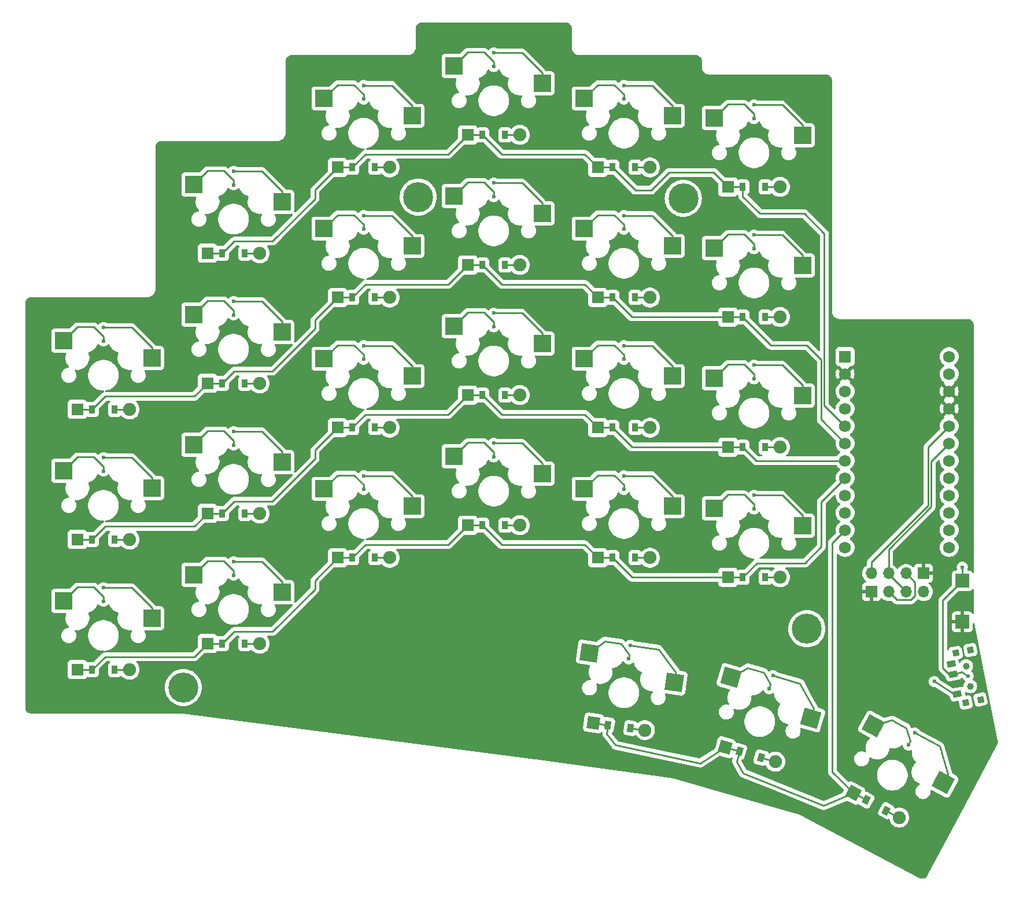
<source format=gbr>
%TF.GenerationSoftware,KiCad,Pcbnew,8.0.0*%
%TF.CreationDate,2024-03-07T20:20:43+01:00*%
%TF.ProjectId,splitty_boy_routed,73706c69-7474-4795-9f62-6f795f726f75,v1.0.0*%
%TF.SameCoordinates,Original*%
%TF.FileFunction,Copper,L1,Top*%
%TF.FilePolarity,Positive*%
%FSLAX46Y46*%
G04 Gerber Fmt 4.6, Leading zero omitted, Abs format (unit mm)*
G04 Created by KiCad (PCBNEW 8.0.0) date 2024-03-07 20:20:43*
%MOMM*%
%LPD*%
G01*
G04 APERTURE LIST*
G04 Aperture macros list*
%AMRotRect*
0 Rectangle, with rotation*
0 The origin of the aperture is its center*
0 $1 length*
0 $2 width*
0 $3 Rotation angle, in degrees counterclockwise*
0 Add horizontal line*
21,1,$1,$2,0,0,$3*%
G04 Aperture macros list end*
%TA.AperFunction,ComponentPad*%
%ADD10C,4.400000*%
%TD*%
%TA.AperFunction,SMDPad,CuDef*%
%ADD11R,2.550000X2.500000*%
%TD*%
%TA.AperFunction,SMDPad,CuDef*%
%ADD12RotRect,2.550000X2.500000X352.000000*%
%TD*%
%TA.AperFunction,SMDPad,CuDef*%
%ADD13RotRect,2.550000X2.500000X344.000000*%
%TD*%
%TA.AperFunction,SMDPad,CuDef*%
%ADD14RotRect,2.550000X2.500000X332.000000*%
%TD*%
%TA.AperFunction,ComponentPad*%
%ADD15C,0.600000*%
%TD*%
%TA.AperFunction,SMDPad,CuDef*%
%ADD16R,0.900000X1.200000*%
%TD*%
%TA.AperFunction,ComponentPad*%
%ADD17R,1.778000X1.778000*%
%TD*%
%TA.AperFunction,ComponentPad*%
%ADD18C,1.905000*%
%TD*%
%TA.AperFunction,SMDPad,CuDef*%
%ADD19RotRect,0.900000X1.200000X352.000000*%
%TD*%
%TA.AperFunction,ComponentPad*%
%ADD20RotRect,1.778000X1.778000X352.000000*%
%TD*%
%TA.AperFunction,SMDPad,CuDef*%
%ADD21RotRect,0.900000X1.200000X344.000000*%
%TD*%
%TA.AperFunction,ComponentPad*%
%ADD22RotRect,1.778000X1.778000X344.000000*%
%TD*%
%TA.AperFunction,SMDPad,CuDef*%
%ADD23RotRect,0.900000X1.200000X332.000000*%
%TD*%
%TA.AperFunction,ComponentPad*%
%ADD24RotRect,1.778000X1.778000X332.000000*%
%TD*%
%TA.AperFunction,WasherPad*%
%ADD25C,1.000000*%
%TD*%
%TA.AperFunction,SMDPad,CuDef*%
%ADD26RotRect,0.900000X1.250000X281.500000*%
%TD*%
%TA.AperFunction,SMDPad,CuDef*%
%ADD27RotRect,0.900000X0.900000X281.500000*%
%TD*%
%TA.AperFunction,SMDPad,CuDef*%
%ADD28R,2.000000X2.000000*%
%TD*%
%TA.AperFunction,ComponentPad*%
%ADD29O,1.700000X1.700000*%
%TD*%
%TA.AperFunction,ComponentPad*%
%ADD30R,1.700000X1.700000*%
%TD*%
%TA.AperFunction,ComponentPad*%
%ADD31R,1.752600X1.752600*%
%TD*%
%TA.AperFunction,ComponentPad*%
%ADD32C,1.752600*%
%TD*%
%TA.AperFunction,Conductor*%
%ADD33C,0.250000*%
%TD*%
G04 APERTURE END LIST*
D10*
%TO.P,,1*%
%TO.N,N/C*%
X233800000Y-99900000D03*
%TD*%
%TO.P,,1*%
%TO.N,N/C*%
X160600000Y-171500000D03*
%TD*%
%TO.P,,1*%
%TO.N,N/C*%
X251900000Y-162900000D03*
%TD*%
%TO.P,,1*%
%TO.N,N/C*%
X195000000Y-99700000D03*
%TD*%
D11*
%TO.P,S1,1*%
%TO.N,P4*%
X155989943Y-161344700D03*
%TO.P,S1,2*%
%TO.N,shifty_bottom*%
X143062943Y-158804700D03*
%TD*%
%TO.P,S2,1*%
%TO.N,P4*%
X155989950Y-142294701D03*
%TO.P,S2,2*%
%TO.N,shifty_home*%
X143062950Y-139754701D03*
%TD*%
%TO.P,S3,1*%
%TO.N,P4*%
X155989948Y-123244701D03*
%TO.P,S3,2*%
%TO.N,shifty_top*%
X143062948Y-120704701D03*
%TD*%
%TO.P,S4,1*%
%TO.N,P5*%
X175039947Y-157534696D03*
%TO.P,S4,2*%
%TO.N,pinky_bottom*%
X162112947Y-154994696D03*
%TD*%
%TO.P,S5,1*%
%TO.N,P5*%
X175039949Y-138484702D03*
%TO.P,S5,2*%
%TO.N,pinky_home*%
X162112949Y-135944702D03*
%TD*%
%TO.P,S6,1*%
%TO.N,P5*%
X175039937Y-119434699D03*
%TO.P,S6,2*%
%TO.N,pinky_top*%
X162112937Y-116894699D03*
%TD*%
%TO.P,S7,1*%
%TO.N,P5*%
X175039950Y-100384700D03*
%TO.P,S7,2*%
%TO.N,pinky_numbers*%
X162112950Y-97844700D03*
%TD*%
%TO.P,S8,1*%
%TO.N,P6*%
X194089944Y-144961702D03*
%TO.P,S8,2*%
%TO.N,ring_bottom*%
X181162944Y-142421702D03*
%TD*%
%TO.P,S9,1*%
%TO.N,P6*%
X194089949Y-125911704D03*
%TO.P,S9,2*%
%TO.N,ring_home*%
X181162949Y-123371704D03*
%TD*%
%TO.P,S10,1*%
%TO.N,P6*%
X194089953Y-106861705D03*
%TO.P,S10,2*%
%TO.N,ring_top*%
X181162953Y-104321705D03*
%TD*%
%TO.P,S11,1*%
%TO.N,P6*%
X194089952Y-87811697D03*
%TO.P,S11,2*%
%TO.N,ring_numbers*%
X181162952Y-85271697D03*
%TD*%
%TO.P,S12,1*%
%TO.N,P7*%
X213139950Y-140199199D03*
%TO.P,S12,2*%
%TO.N,middle_bottom*%
X200212950Y-137659199D03*
%TD*%
%TO.P,S13,1*%
%TO.N,P7*%
X213139943Y-121149203D03*
%TO.P,S13,2*%
%TO.N,middle_home*%
X200212943Y-118609203D03*
%TD*%
%TO.P,S14,1*%
%TO.N,P7*%
X213139950Y-102099202D03*
%TO.P,S14,2*%
%TO.N,middle_top*%
X200212950Y-99559202D03*
%TD*%
%TO.P,S15,1*%
%TO.N,P7*%
X213139945Y-83049203D03*
%TO.P,S15,2*%
%TO.N,middle_numbers*%
X200212945Y-80509203D03*
%TD*%
%TO.P,S16,1*%
%TO.N,P8*%
X232189950Y-144961702D03*
%TO.P,S16,2*%
%TO.N,index_bottom*%
X219262950Y-142421702D03*
%TD*%
%TO.P,S17,1*%
%TO.N,P8*%
X232189947Y-125911701D03*
%TO.P,S17,2*%
%TO.N,index_home*%
X219262947Y-123371701D03*
%TD*%
%TO.P,S18,1*%
%TO.N,P8*%
X232189950Y-106861704D03*
%TO.P,S18,2*%
%TO.N,index_top*%
X219262950Y-104321704D03*
%TD*%
%TO.P,S19,1*%
%TO.N,P8*%
X232189946Y-87811705D03*
%TO.P,S19,2*%
%TO.N,index_numbers*%
X219262946Y-85271705D03*
%TD*%
%TO.P,S20,1*%
%TO.N,P9*%
X251239957Y-147819194D03*
%TO.P,S20,2*%
%TO.N,inner_bottom*%
X238312957Y-145279194D03*
%TD*%
%TO.P,S21,1*%
%TO.N,P9*%
X251239943Y-128769195D03*
%TO.P,S21,2*%
%TO.N,inner_home*%
X238312943Y-126229195D03*
%TD*%
%TO.P,S22,1*%
%TO.N,P9*%
X251239948Y-109719201D03*
%TO.P,S22,2*%
%TO.N,inner_top*%
X238312948Y-107179201D03*
%TD*%
%TO.P,S23,1*%
%TO.N,P9*%
X251239947Y-90669194D03*
%TO.P,S23,2*%
%TO.N,inner_numbers*%
X238312947Y-88129194D03*
%TD*%
D12*
%TO.P,S24,1*%
%TO.N,P7*%
X232474500Y-170737457D03*
%TO.P,S24,2*%
%TO.N,inny_fan*%
X220026804Y-166423085D03*
%TD*%
D13*
%TO.P,S25,1*%
%TO.N,P8*%
X252503754Y-176005339D03*
%TO.P,S25,2*%
%TO.N,tucky_fan*%
X240777641Y-170000573D03*
%TD*%
D14*
%TO.P,S26,1*%
%TO.N,P9*%
X271853598Y-185420678D03*
%TO.P,S26,2*%
%TO.N,reachy_fan*%
X261632193Y-177109134D03*
%TD*%
D15*
%TO.P,REF\u002A\u002A,1*%
%TO.N,shifty_bottom*%
X148904949Y-158884699D03*
%TD*%
%TO.P,REF\u002A\u002A,1*%
%TO.N,shifty_home*%
X148904944Y-139834697D03*
%TD*%
%TO.P,REF\u002A\u002A,1*%
%TO.N,shifty_top*%
X148904949Y-120784695D03*
%TD*%
%TO.P,REF\u002A\u002A,1*%
%TO.N,pinky_bottom*%
X167954946Y-155074701D03*
%TD*%
%TO.P,REF\u002A\u002A,1*%
%TO.N,pinky_home*%
X167954941Y-136024700D03*
%TD*%
%TO.P,REF\u002A\u002A,1*%
%TO.N,pinky_top*%
X167954947Y-116974702D03*
%TD*%
%TO.P,REF\u002A\u002A,1*%
%TO.N,pinky_numbers*%
X167954954Y-97924699D03*
%TD*%
%TO.P,REF\u002A\u002A,1*%
%TO.N,ring_bottom*%
X187004941Y-142501697D03*
%TD*%
%TO.P,REF\u002A\u002A,1*%
%TO.N,ring_home*%
X187004948Y-123451706D03*
%TD*%
%TO.P,REF\u002A\u002A,1*%
%TO.N,ring_top*%
X187004944Y-104401697D03*
%TD*%
%TO.P,REF\u002A\u002A,1*%
%TO.N,ring_numbers*%
X187004951Y-85351700D03*
%TD*%
%TO.P,REF\u002A\u002A,1*%
%TO.N,middle_bottom*%
X206054947Y-137739207D03*
%TD*%
%TO.P,REF\u002A\u002A,1*%
%TO.N,middle_home*%
X206054949Y-118689199D03*
%TD*%
%TO.P,REF\u002A\u002A,1*%
%TO.N,middle_top*%
X206054950Y-99639197D03*
%TD*%
%TO.P,REF\u002A\u002A,1*%
%TO.N,middle_numbers*%
X206054953Y-80589198D03*
%TD*%
%TO.P,REF\u002A\u002A,1*%
%TO.N,index_bottom*%
X225104942Y-142501704D03*
%TD*%
%TO.P,REF\u002A\u002A,1*%
%TO.N,index_home*%
X225104950Y-123451707D03*
%TD*%
%TO.P,REF\u002A\u002A,1*%
%TO.N,index_top*%
X225104952Y-104401702D03*
%TD*%
%TO.P,REF\u002A\u002A,1*%
%TO.N,index_numbers*%
X225104951Y-85351702D03*
%TD*%
%TO.P,REF\u002A\u002A,1*%
%TO.N,inner_bottom*%
X244154948Y-145359197D03*
%TD*%
%TO.P,REF\u002A\u002A,1*%
%TO.N,inner_home*%
X244154953Y-126309199D03*
%TD*%
%TO.P,REF\u002A\u002A,1*%
%TO.N,inner_top*%
X244154949Y-107259197D03*
%TD*%
%TO.P,REF\u002A\u002A,1*%
%TO.N,inner_numbers*%
X244154949Y-88209194D03*
%TD*%
%TO.P,REF\u002A\u002A,1*%
%TO.N,inny_fan*%
X225800814Y-167315364D03*
%TD*%
%TO.P,REF\u002A\u002A,1*%
%TO.N,tucky_fan*%
X246371275Y-171687743D03*
%TD*%
%TO.P,REF\u002A\u002A,1*%
%TO.N,reachy_fan*%
X266752816Y-179922421D03*
%TD*%
%TO.P,REF\u002A\u002A,1*%
%TO.N,P4*%
X148904950Y-156884698D03*
%TD*%
%TO.P,REF\u002A\u002A,1*%
%TO.N,P4*%
X148904938Y-137834699D03*
%TD*%
%TO.P,REF\u002A\u002A,1*%
%TO.N,P4*%
X148904954Y-118784703D03*
%TD*%
%TO.P,REF\u002A\u002A,1*%
%TO.N,P5*%
X167954948Y-153074698D03*
%TD*%
%TO.P,REF\u002A\u002A,1*%
%TO.N,P5*%
X167954943Y-134024699D03*
%TD*%
%TO.P,REF\u002A\u002A,1*%
%TO.N,P5*%
X167954953Y-114974698D03*
%TD*%
%TO.P,REF\u002A\u002A,1*%
%TO.N,P5*%
X167954947Y-95924698D03*
%TD*%
%TO.P,REF\u002A\u002A,1*%
%TO.N,P6*%
X187004946Y-140501698D03*
%TD*%
%TO.P,REF\u002A\u002A,1*%
%TO.N,P6*%
X187004946Y-121451697D03*
%TD*%
%TO.P,REF\u002A\u002A,1*%
%TO.N,P6*%
X187004944Y-102401700D03*
%TD*%
%TO.P,REF\u002A\u002A,1*%
%TO.N,P6*%
X187004949Y-83351698D03*
%TD*%
%TO.P,REF\u002A\u002A,1*%
%TO.N,P7*%
X206054945Y-135739194D03*
%TD*%
%TO.P,REF\u002A\u002A,1*%
%TO.N,P7*%
X206054948Y-116689202D03*
%TD*%
%TO.P,REF\u002A\u002A,1*%
%TO.N,P7*%
X206054943Y-97639193D03*
%TD*%
%TO.P,REF\u002A\u002A,1*%
%TO.N,P7*%
X206054951Y-78589199D03*
%TD*%
%TO.P,REF\u002A\u002A,1*%
%TO.N,P8*%
X225104942Y-140501701D03*
%TD*%
%TO.P,REF\u002A\u002A,1*%
%TO.N,P8*%
X225104951Y-121451700D03*
%TD*%
%TO.P,REF\u002A\u002A,1*%
%TO.N,P8*%
X225104945Y-102401696D03*
%TD*%
%TO.P,REF\u002A\u002A,1*%
%TO.N,P8*%
X225104945Y-83351701D03*
%TD*%
%TO.P,REF\u002A\u002A,1*%
%TO.N,P9*%
X244154948Y-143359201D03*
%TD*%
%TO.P,REF\u002A\u002A,1*%
%TO.N,P9*%
X244154952Y-124309197D03*
%TD*%
%TO.P,REF\u002A\u002A,1*%
%TO.N,P9*%
X244154949Y-105259198D03*
%TD*%
%TO.P,REF\u002A\u002A,1*%
%TO.N,P9*%
X244154948Y-86209195D03*
%TD*%
%TO.P,REF\u002A\u002A,1*%
%TO.N,P7*%
X226079157Y-165334822D03*
%TD*%
%TO.P,REF\u002A\u002A,1*%
%TO.N,P8*%
X246922554Y-169765223D03*
%TD*%
%TO.P,REF\u002A\u002A,1*%
%TO.N,P9*%
X267691756Y-178156522D03*
%TD*%
D16*
%TO.P,D1,1*%
%TO.N,P18*%
X147254945Y-168884698D03*
%TO.P,D1,2*%
%TO.N,shifty_bottom*%
X150554945Y-168884698D03*
D17*
%TO.P,D1,1*%
%TO.N,P18*%
X145094945Y-168884698D03*
D18*
%TO.P,D1,2*%
%TO.N,shifty_bottom*%
X152714945Y-168884698D03*
%TD*%
D16*
%TO.P,D2,1*%
%TO.N,P19*%
X147254950Y-149834703D03*
%TO.P,D2,2*%
%TO.N,shifty_home*%
X150554950Y-149834703D03*
D17*
%TO.P,D2,1*%
%TO.N,P19*%
X145094950Y-149834703D03*
D18*
%TO.P,D2,2*%
%TO.N,shifty_home*%
X152714950Y-149834703D03*
%TD*%
D16*
%TO.P,D3,1*%
%TO.N,P20*%
X147254949Y-130784698D03*
%TO.P,D3,2*%
%TO.N,shifty_top*%
X150554949Y-130784698D03*
D17*
%TO.P,D3,1*%
%TO.N,P20*%
X145094949Y-130784698D03*
D18*
%TO.P,D3,2*%
%TO.N,shifty_top*%
X152714949Y-130784698D03*
%TD*%
D16*
%TO.P,D4,1*%
%TO.N,P18*%
X166304943Y-165074700D03*
%TO.P,D4,2*%
%TO.N,pinky_bottom*%
X169604943Y-165074700D03*
D17*
%TO.P,D4,1*%
%TO.N,P18*%
X164144943Y-165074700D03*
D18*
%TO.P,D4,2*%
%TO.N,pinky_bottom*%
X171764943Y-165074700D03*
%TD*%
D16*
%TO.P,D5,1*%
%TO.N,P19*%
X166304952Y-146024700D03*
%TO.P,D5,2*%
%TO.N,pinky_home*%
X169604952Y-146024700D03*
D17*
%TO.P,D5,1*%
%TO.N,P19*%
X164144952Y-146024700D03*
D18*
%TO.P,D5,2*%
%TO.N,pinky_home*%
X171764952Y-146024700D03*
%TD*%
D16*
%TO.P,D6,1*%
%TO.N,P20*%
X166304943Y-126974700D03*
%TO.P,D6,2*%
%TO.N,pinky_top*%
X169604943Y-126974700D03*
D17*
%TO.P,D6,1*%
%TO.N,P20*%
X164144943Y-126974700D03*
D18*
%TO.P,D6,2*%
%TO.N,pinky_top*%
X171764943Y-126974700D03*
%TD*%
D16*
%TO.P,D7,1*%
%TO.N,P21*%
X166304945Y-107924702D03*
%TO.P,D7,2*%
%TO.N,pinky_numbers*%
X169604945Y-107924702D03*
D17*
%TO.P,D7,1*%
%TO.N,P21*%
X164144945Y-107924702D03*
D18*
%TO.P,D7,2*%
%TO.N,pinky_numbers*%
X171764945Y-107924702D03*
%TD*%
D16*
%TO.P,D8,1*%
%TO.N,P18*%
X185354946Y-152501699D03*
%TO.P,D8,2*%
%TO.N,ring_bottom*%
X188654946Y-152501699D03*
D17*
%TO.P,D8,1*%
%TO.N,P18*%
X183194946Y-152501699D03*
D18*
%TO.P,D8,2*%
%TO.N,ring_bottom*%
X190814946Y-152501699D03*
%TD*%
D16*
%TO.P,D9,1*%
%TO.N,P19*%
X185354944Y-133451702D03*
%TO.P,D9,2*%
%TO.N,ring_home*%
X188654944Y-133451702D03*
D17*
%TO.P,D9,1*%
%TO.N,P19*%
X183194944Y-133451702D03*
D18*
%TO.P,D9,2*%
%TO.N,ring_home*%
X190814944Y-133451702D03*
%TD*%
D16*
%TO.P,D10,1*%
%TO.N,P20*%
X185354950Y-114401706D03*
%TO.P,D10,2*%
%TO.N,ring_top*%
X188654950Y-114401706D03*
D17*
%TO.P,D10,1*%
%TO.N,P20*%
X183194950Y-114401706D03*
D18*
%TO.P,D10,2*%
%TO.N,ring_top*%
X190814950Y-114401706D03*
%TD*%
D16*
%TO.P,D11,1*%
%TO.N,P21*%
X185354947Y-95351700D03*
%TO.P,D11,2*%
%TO.N,ring_numbers*%
X188654947Y-95351700D03*
D17*
%TO.P,D11,1*%
%TO.N,P21*%
X183194947Y-95351700D03*
D18*
%TO.P,D11,2*%
%TO.N,ring_numbers*%
X190814947Y-95351700D03*
%TD*%
D16*
%TO.P,D12,1*%
%TO.N,P18*%
X204404951Y-147739198D03*
%TO.P,D12,2*%
%TO.N,middle_bottom*%
X207704951Y-147739198D03*
D17*
%TO.P,D12,1*%
%TO.N,P18*%
X202244951Y-147739198D03*
D18*
%TO.P,D12,2*%
%TO.N,middle_bottom*%
X209864951Y-147739198D03*
%TD*%
D16*
%TO.P,D13,1*%
%TO.N,P19*%
X204404947Y-128689213D03*
%TO.P,D13,2*%
%TO.N,middle_home*%
X207704947Y-128689213D03*
D17*
%TO.P,D13,1*%
%TO.N,P19*%
X202244947Y-128689213D03*
D18*
%TO.P,D13,2*%
%TO.N,middle_home*%
X209864947Y-128689213D03*
%TD*%
D16*
%TO.P,D14,1*%
%TO.N,P20*%
X204404948Y-109639201D03*
%TO.P,D14,2*%
%TO.N,middle_top*%
X207704948Y-109639201D03*
D17*
%TO.P,D14,1*%
%TO.N,P20*%
X202244948Y-109639201D03*
D18*
%TO.P,D14,2*%
%TO.N,middle_top*%
X209864948Y-109639201D03*
%TD*%
D16*
%TO.P,D15,1*%
%TO.N,P21*%
X204404948Y-90589200D03*
%TO.P,D15,2*%
%TO.N,middle_numbers*%
X207704948Y-90589200D03*
D17*
%TO.P,D15,1*%
%TO.N,P21*%
X202244948Y-90589200D03*
D18*
%TO.P,D15,2*%
%TO.N,middle_numbers*%
X209864948Y-90589200D03*
%TD*%
D16*
%TO.P,D16,1*%
%TO.N,P18*%
X223454950Y-152501696D03*
%TO.P,D16,2*%
%TO.N,index_bottom*%
X226754950Y-152501696D03*
D17*
%TO.P,D16,1*%
%TO.N,P18*%
X221294950Y-152501696D03*
D18*
%TO.P,D16,2*%
%TO.N,index_bottom*%
X228914950Y-152501696D03*
%TD*%
D16*
%TO.P,D17,1*%
%TO.N,P19*%
X223454948Y-133451695D03*
%TO.P,D17,2*%
%TO.N,index_home*%
X226754948Y-133451695D03*
D17*
%TO.P,D17,1*%
%TO.N,P19*%
X221294948Y-133451695D03*
D18*
%TO.P,D17,2*%
%TO.N,index_home*%
X228914948Y-133451695D03*
%TD*%
D16*
%TO.P,D18,1*%
%TO.N,P20*%
X223454942Y-114401696D03*
%TO.P,D18,2*%
%TO.N,index_top*%
X226754942Y-114401696D03*
D17*
%TO.P,D18,1*%
%TO.N,P20*%
X221294942Y-114401696D03*
D18*
%TO.P,D18,2*%
%TO.N,index_top*%
X228914942Y-114401696D03*
%TD*%
D16*
%TO.P,D19,1*%
%TO.N,P21*%
X223454953Y-95351695D03*
%TO.P,D19,2*%
%TO.N,index_numbers*%
X226754953Y-95351695D03*
D17*
%TO.P,D19,1*%
%TO.N,P21*%
X221294953Y-95351695D03*
D18*
%TO.P,D19,2*%
%TO.N,index_numbers*%
X228914953Y-95351695D03*
%TD*%
D16*
%TO.P,D20,1*%
%TO.N,P18*%
X242504944Y-155359199D03*
%TO.P,D20,2*%
%TO.N,inner_bottom*%
X245804944Y-155359199D03*
D17*
%TO.P,D20,1*%
%TO.N,P18*%
X240344944Y-155359199D03*
D18*
%TO.P,D20,2*%
%TO.N,inner_bottom*%
X247964944Y-155359199D03*
%TD*%
D16*
%TO.P,D21,1*%
%TO.N,P19*%
X242504950Y-136309196D03*
%TO.P,D21,2*%
%TO.N,inner_home*%
X245804950Y-136309196D03*
D17*
%TO.P,D21,1*%
%TO.N,P19*%
X240344950Y-136309196D03*
D18*
%TO.P,D21,2*%
%TO.N,inner_home*%
X247964950Y-136309196D03*
%TD*%
D16*
%TO.P,D22,1*%
%TO.N,P20*%
X242504947Y-117259201D03*
%TO.P,D22,2*%
%TO.N,inner_top*%
X245804947Y-117259201D03*
D17*
%TO.P,D22,1*%
%TO.N,P20*%
X240344947Y-117259201D03*
D18*
%TO.P,D22,2*%
%TO.N,inner_top*%
X247964947Y-117259201D03*
%TD*%
D16*
%TO.P,D23,1*%
%TO.N,P21*%
X242504949Y-98209200D03*
%TO.P,D23,2*%
%TO.N,inner_numbers*%
X245804949Y-98209200D03*
D17*
%TO.P,D23,1*%
%TO.N,P21*%
X240344949Y-98209200D03*
D18*
%TO.P,D23,2*%
%TO.N,inner_numbers*%
X247964949Y-98209200D03*
%TD*%
D19*
%TO.P,D24,1*%
%TO.N,P16*%
X222775142Y-176988406D03*
%TO.P,D24,2*%
%TO.N,inny_fan*%
X226043026Y-177447678D03*
D20*
%TO.P,D24,1*%
%TO.N,P16*%
X220636163Y-176687792D03*
D18*
%TO.P,D24,2*%
%TO.N,inny_fan*%
X228182005Y-177748292D03*
%TD*%
D21*
%TO.P,D25,1*%
%TO.N,P16*%
X242028821Y-180845560D03*
%TO.P,D25,2*%
%TO.N,tucky_fan*%
X245200987Y-181755164D03*
D22*
%TO.P,D25,1*%
%TO.N,P16*%
X239952497Y-180250184D03*
D18*
%TO.P,D25,2*%
%TO.N,tucky_fan*%
X247277311Y-182350540D03*
%TD*%
D23*
%TO.P,D26,1*%
%TO.N,P16*%
X260601233Y-187977276D03*
%TO.P,D26,2*%
%TO.N,reachy_fan*%
X263514961Y-189526530D03*
D24*
%TO.P,D26,1*%
%TO.N,P16*%
X258694067Y-186963216D03*
D18*
%TO.P,D26,2*%
%TO.N,reachy_fan*%
X265422127Y-190540590D03*
%TD*%
D25*
%TO.P,T1,*%
%TO.N,*%
X275803846Y-171322409D03*
X275205742Y-168382635D03*
%TD*%
%TO.P,T2,*%
%TO.N,*%
X275803846Y-171322409D03*
X275205742Y-168382635D03*
D26*
%TO.P,T2,1*%
%TO.N,RAW*%
X273920025Y-172471042D03*
%TO.P,T2,2*%
%TO.N,B+*%
X273321924Y-169531267D03*
%TO.P,T2,3*%
%TO.N,N/C*%
X273022872Y-168061380D03*
D27*
%TO.P,T2,*%
%TO.N,*%
X277320373Y-173258943D03*
X275164538Y-173697548D03*
X273689215Y-166446101D03*
X275845050Y-166007496D03*
%TD*%
D15*
%TO.P,REF\u002A\u002A,1*%
%TO.N,B+*%
X275504794Y-169852522D03*
%TD*%
%TO.P,REF\u002A\u002A,1*%
%TO.N,RAW*%
X270564585Y-170623479D03*
%TD*%
D28*
%TO.P,PAD1,1*%
%TO.N,B+*%
X274654947Y-155884198D03*
%TD*%
D15*
%TO.P,REF\u002A\u002A,1*%
%TO.N,B+*%
X274654946Y-153884199D03*
%TD*%
D28*
%TO.P,PAD2,1*%
%TO.N,GND*%
X274654943Y-161884196D03*
%TD*%
D29*
%TO.P,OLED1,4*%
%TO.N,P2*%
X261334950Y-154784195D03*
%TO.P,OLED1,3*%
%TO.N,P3*%
X263874950Y-154784195D03*
%TO.P,OLED1,2*%
%TO.N,VCC*%
X266414950Y-154784195D03*
D30*
%TO.P,OLED1,1*%
%TO.N,GND*%
X268954950Y-154784195D03*
%TD*%
D29*
%TO.P,OLED2,4*%
%TO.N,P2*%
X268974948Y-157484197D03*
%TO.P,OLED2,3*%
%TO.N,P3*%
X266434948Y-157484197D03*
%TO.P,OLED2,2*%
%TO.N,VCC*%
X263894948Y-157484197D03*
D30*
%TO.P,OLED2,1*%
%TO.N,GND*%
X261354948Y-157484197D03*
%TD*%
D31*
%TO.P,MCU1,1*%
%TO.N,RAW*%
X257489948Y-123054200D03*
D32*
%TO.P,MCU1,2*%
%TO.N,GND*%
X257489946Y-125594198D03*
%TO.P,MCU1,3*%
%TO.N,RST*%
X257489946Y-128134200D03*
%TO.P,MCU1,4*%
%TO.N,VCC*%
X257489946Y-130674200D03*
%TO.P,MCU1,5*%
%TO.N,P21*%
X257489946Y-133214200D03*
%TO.P,MCU1,6*%
%TO.N,P20*%
X257489946Y-135754200D03*
%TO.P,MCU1,7*%
%TO.N,P19*%
X257489946Y-138294200D03*
%TO.P,MCU1,8*%
%TO.N,P18*%
X257489946Y-140834200D03*
%TO.P,MCU1,9*%
%TO.N,P15*%
X257489946Y-143374200D03*
%TO.P,MCU1,10*%
%TO.N,P14*%
X257489946Y-145914200D03*
%TO.P,MCU1,11*%
%TO.N,P16*%
X257489946Y-148454201D03*
%TO.P,MCU1,12*%
%TO.N,P10*%
X257489947Y-150994200D03*
%TO.P,MCU1,13*%
%TO.N,P1*%
X272729945Y-123054200D03*
%TO.P,MCU1,14*%
%TO.N,P0*%
X272729946Y-125594199D03*
%TO.P,MCU1,15*%
%TO.N,GND*%
X272729946Y-128134200D03*
%TO.P,MCU1,16*%
X272729946Y-130674200D03*
%TO.P,MCU1,17*%
%TO.N,P2*%
X272729946Y-133214200D03*
%TO.P,MCU1,18*%
%TO.N,P3*%
X272729946Y-135754200D03*
%TO.P,MCU1,19*%
%TO.N,P4*%
X272729946Y-138294200D03*
%TO.P,MCU1,20*%
%TO.N,P5*%
X272729946Y-140834200D03*
%TO.P,MCU1,21*%
%TO.N,P6*%
X272729946Y-143374200D03*
%TO.P,MCU1,22*%
%TO.N,P7*%
X272729946Y-145914200D03*
%TO.P,MCU1,23*%
%TO.N,P8*%
X272729946Y-148454202D03*
%TO.P,MCU1,24*%
%TO.N,P9*%
X272729944Y-150994200D03*
%TD*%
D33*
%TO.N,P21*%
X231700000Y-96100000D02*
X238241245Y-96100000D01*
X229100000Y-98700000D02*
X231700000Y-96100000D01*
X226808748Y-98700000D02*
X229100000Y-98700000D01*
X238241245Y-96100000D02*
X240344944Y-98203699D01*
X223454949Y-95346201D02*
X226808748Y-98700000D01*
%TO.N,P3*%
X263874950Y-151261446D02*
X270100000Y-145036396D01*
X270100000Y-145036396D02*
X270100000Y-138384146D01*
X270100000Y-138384146D02*
X272729946Y-135754200D01*
X263874950Y-154784195D02*
X263874950Y-151261446D01*
%TO.N,P2*%
X269650000Y-144850000D02*
X269650000Y-136294146D01*
X269650000Y-136294146D02*
X272729946Y-133214200D01*
X261334950Y-153165050D02*
X269650000Y-144850000D01*
X261334950Y-154784195D02*
X261334950Y-153165050D01*
%TO.N,VCC*%
X267700000Y-158070846D02*
X267700000Y-156069245D01*
X267700000Y-156069245D02*
X266414950Y-154784195D01*
X267111649Y-158659197D02*
X267700000Y-158070846D01*
X265069948Y-158659197D02*
X267111649Y-158659197D01*
X263894948Y-157484197D02*
X265069948Y-158659197D01*
%TO.N,P3*%
X263874950Y-154924199D02*
X263874950Y-154784195D01*
X266434948Y-157484197D02*
X263874950Y-154924199D01*
%TO.N,P21*%
X254450000Y-130174254D02*
X257489946Y-133214200D01*
X254450000Y-105050000D02*
X254450000Y-130174254D01*
X251500000Y-102100000D02*
X254450000Y-105050000D01*
X245000000Y-102100000D02*
X251500000Y-102100000D01*
X242504949Y-99604949D02*
X245000000Y-102100000D01*
X242504949Y-98209200D02*
X242504949Y-99604949D01*
%TO.N,P20*%
X254000000Y-132264254D02*
X257489946Y-135754200D01*
X254000000Y-123500000D02*
X254000000Y-132264254D01*
X251900000Y-121400000D02*
X254000000Y-123500000D01*
X242504947Y-117259201D02*
X246645746Y-121400000D01*
X246645746Y-121400000D02*
X251900000Y-121400000D01*
%TO.N,P19*%
X244489954Y-138294200D02*
X257489946Y-138294200D01*
X242504950Y-136309196D02*
X244489954Y-138294200D01*
%TO.N,P18*%
X254000000Y-150900000D02*
X254000000Y-144324146D01*
X251600000Y-153300000D02*
X254000000Y-150900000D01*
X244564143Y-153300000D02*
X251600000Y-153300000D01*
X242504944Y-155359199D02*
X244564143Y-153300000D01*
X254000000Y-144324146D02*
X257489946Y-140834200D01*
%TO.N,B+*%
X271800000Y-158739145D02*
X274654947Y-155884198D01*
X271800000Y-168647147D02*
X271800000Y-158739145D01*
X272684120Y-169531267D02*
X271800000Y-168647147D01*
X273321924Y-169531267D02*
X272684120Y-169531267D01*
X274654947Y-155884198D02*
X274654946Y-153884199D01*
X274570817Y-169265808D02*
X273321922Y-169531269D01*
X275481802Y-169857408D02*
X274570817Y-169265808D01*
X275504794Y-169852522D02*
X275481802Y-169857408D01*
%TO.N,RAW*%
X273535456Y-172552784D02*
X270564585Y-170623479D01*
X273920025Y-172471040D02*
X273535456Y-172552784D01*
%TO.N,P16*%
X255622629Y-183891780D02*
X258694066Y-186963214D01*
X255622633Y-150321518D02*
X255622629Y-183891780D01*
X257489949Y-148454203D02*
X255622633Y-150321518D01*
X254359560Y-188803102D02*
X258694066Y-186963216D01*
X242545800Y-184030035D02*
X254359560Y-188803102D01*
X241603265Y-182329651D02*
X242545800Y-184030035D01*
X242028818Y-180845561D02*
X241603265Y-182329651D01*
X239907184Y-180240549D02*
X239952492Y-180250183D01*
X236311421Y-182575668D02*
X239907184Y-180240549D01*
X223822274Y-179921013D02*
X236311421Y-182575668D01*
X222775143Y-176988403D02*
X222592370Y-178288866D01*
X222592370Y-178288866D02*
X223822274Y-179921013D01*
%TO.N,reachy_fan*%
X266476048Y-177407625D02*
X267065248Y-179334821D01*
X264351230Y-176277843D02*
X266476048Y-177407625D01*
X265422126Y-190540581D02*
X263514960Y-189526522D01*
X267065248Y-179334821D02*
X266752816Y-179922421D01*
X261632196Y-177109129D02*
X264351230Y-176277843D01*
%TO.N,P9*%
X271853591Y-185420679D02*
X272557803Y-184096254D01*
X272557803Y-184096254D02*
X271333914Y-180093100D01*
%TO.N,P16*%
X260601235Y-187977269D02*
X258694068Y-186963207D01*
%TO.N,P9*%
X271333914Y-180093100D02*
X267691760Y-178156530D01*
%TO.N,tucky_fan*%
X245577709Y-169285445D02*
X246554713Y-171048026D01*
X243264424Y-168622123D02*
X245577709Y-169285445D01*
X247277313Y-182350537D02*
X245200992Y-181755165D01*
X246554713Y-171048026D02*
X246371275Y-171687743D01*
X240777635Y-170000574D02*
X243264424Y-168622123D01*
%TO.N,P8*%
X252503750Y-176005337D02*
X252917205Y-174563450D01*
X252917205Y-174563450D02*
X250887755Y-170902227D01*
%TO.N,P16*%
X242028822Y-180845562D02*
X239952491Y-180250187D01*
%TO.N,P8*%
X250887755Y-170902227D02*
X246922553Y-169765224D01*
%TO.N,inny_fan*%
X224680615Y-165046881D02*
X225893430Y-166656330D01*
X222297544Y-164711962D02*
X224680615Y-165046881D01*
X228182004Y-177748287D02*
X226043033Y-177447669D01*
X225893430Y-166656330D02*
X225800814Y-167315364D01*
X220026805Y-166423089D02*
X222297544Y-164711962D01*
%TO.N,P7*%
X232474494Y-170737458D02*
X232683258Y-169252056D01*
X232683258Y-169252056D02*
X230164018Y-165908910D01*
%TO.N,P16*%
X222775144Y-176988408D02*
X220636160Y-176687790D01*
%TO.N,P7*%
X230164018Y-165908910D02*
X226079159Y-165334818D01*
%TO.N,P21*%
X179879952Y-99938701D02*
X179879948Y-98661196D01*
X166304947Y-107919197D02*
X168085448Y-106138698D01*
X219387452Y-93438694D02*
X221294951Y-95346198D01*
X168085448Y-106138698D02*
X173679946Y-106138700D01*
X185354954Y-95346194D02*
X187262449Y-93438696D01*
X199389947Y-93438704D02*
X202244946Y-90583698D01*
X179879948Y-98661196D02*
X183194947Y-95346198D01*
X173679946Y-106138700D02*
X179879952Y-99938701D01*
X187262449Y-93438696D02*
X199389947Y-93438704D01*
X204404951Y-90583700D02*
X207259949Y-93438701D01*
X207259949Y-93438701D02*
X219387452Y-93438694D01*
%TO.N,P20*%
X162225449Y-128878702D02*
X164144953Y-126959202D01*
X147254950Y-130769199D02*
X149145443Y-128878692D01*
X149145443Y-128878692D02*
X162225449Y-128878702D01*
X223454947Y-114386199D02*
X226312446Y-117243704D01*
X226312446Y-117243704D02*
X240344952Y-117243698D01*
X185354947Y-114386194D02*
X187262449Y-112478698D01*
X199389950Y-112478703D02*
X202244950Y-109623695D01*
X187262449Y-112478698D02*
X199389950Y-112478703D01*
X179879954Y-117701201D02*
X183194949Y-114386198D01*
X166304952Y-126959200D02*
X168085456Y-125178698D01*
X219387448Y-112478703D02*
X221294951Y-114386197D01*
X204404944Y-109623700D02*
X207259947Y-112478702D01*
X207259947Y-112478702D02*
X219387448Y-112478703D01*
X179879947Y-118978701D02*
X179879954Y-117701201D01*
X173679953Y-125178698D02*
X179879947Y-118978701D01*
X168085456Y-125178698D02*
X173679953Y-125178698D01*
%TO.N,P19*%
X162225447Y-147928698D02*
X164144948Y-146009199D01*
X147254949Y-149819198D02*
X149145446Y-147928698D01*
X149145446Y-147928698D02*
X162225447Y-147928698D01*
X223454945Y-133436200D02*
X226312452Y-136293702D01*
X226312452Y-136293702D02*
X240344947Y-136293701D01*
X185354952Y-133436198D02*
X187262450Y-131528699D01*
X199389949Y-131528694D02*
X202244949Y-128673701D01*
X187262450Y-131528699D02*
X199389949Y-131528694D01*
X179879951Y-136751198D02*
X183194948Y-133436193D01*
X166304944Y-146009201D02*
X168085449Y-144228692D01*
X219387448Y-131528704D02*
X221294954Y-133436192D01*
X204404947Y-128673697D02*
X207259951Y-131528702D01*
X207259951Y-131528702D02*
X219387448Y-131528704D01*
X179879946Y-138028702D02*
X179879951Y-136751198D01*
X173679942Y-144228694D02*
X179879946Y-138028702D01*
X168085449Y-144228692D02*
X173679942Y-144228694D01*
%TO.N,P18*%
X226312447Y-155359200D02*
X240344944Y-155359202D01*
X223454942Y-152501703D02*
X226312447Y-155359200D01*
X219387449Y-150594199D02*
X221294953Y-152501701D01*
X207259948Y-150594202D02*
X219387449Y-150594199D01*
X204404952Y-147739202D02*
X207259948Y-150594202D01*
X199389949Y-150594202D02*
X202244953Y-147739200D01*
X187262447Y-150594196D02*
X199389949Y-150594202D01*
X185354947Y-152501702D02*
X187262447Y-150594196D01*
X173679956Y-163294195D02*
X179879954Y-157094201D01*
X168085452Y-163294203D02*
X173679956Y-163294195D01*
X179879947Y-155816703D02*
X183194951Y-152501699D01*
X166304953Y-165074701D02*
X168085452Y-163294203D01*
X179879954Y-157094201D02*
X179879947Y-155816703D01*
X162225450Y-166994199D02*
X164144951Y-165074698D01*
X149145444Y-166994194D02*
X162225450Y-166994199D01*
X147254949Y-168884698D02*
X149145444Y-166994194D01*
%TO.N,P9*%
X251239943Y-90669196D02*
X251239951Y-89169195D01*
X251239951Y-89169195D02*
X248279951Y-86209198D01*
X251239941Y-146319204D02*
X248279949Y-143359201D01*
%TO.N,inner_bottom*%
X238312944Y-145279201D02*
X240323439Y-143268706D01*
%TO.N,P9*%
X251239944Y-147819198D02*
X251239941Y-146319204D01*
%TO.N,inner_bottom*%
X244154951Y-144693699D02*
X244154948Y-145359197D01*
%TO.N,P9*%
X248279949Y-143359201D02*
X244154948Y-143359201D01*
%TO.N,inner_home*%
X238312945Y-126229203D02*
X240323451Y-124218705D01*
%TO.N,P19*%
X242504954Y-136309203D02*
X240344948Y-136309199D01*
%TO.N,inner_home*%
X247964940Y-136309194D02*
X245804941Y-136309205D01*
%TO.N,P9*%
X248279953Y-105259198D02*
X244154949Y-105259198D01*
%TO.N,inner_home*%
X242729952Y-124218703D02*
X244154944Y-125643699D01*
X240323451Y-124218705D02*
X242729952Y-124218703D01*
%TO.N,inner_bottom*%
X240323439Y-143268706D02*
X242729949Y-143268693D01*
%TO.N,P9*%
X251239946Y-109719197D02*
X251239943Y-108219201D01*
X251239947Y-128769201D02*
X251239946Y-127269205D01*
%TO.N,inner_top*%
X244154948Y-106593700D02*
X244154949Y-107259197D01*
X240323440Y-105168700D02*
X242729945Y-105168702D01*
X247964949Y-117259201D02*
X245804951Y-117259200D01*
%TO.N,P9*%
X248279947Y-124309192D02*
X244154952Y-124309197D01*
%TO.N,inner_bottom*%
X247964945Y-155359197D02*
X245804948Y-155359204D01*
%TO.N,P9*%
X251239946Y-127269205D02*
X248279947Y-124309192D01*
%TO.N,inner_home*%
X244154944Y-125643699D02*
X244154953Y-126309199D01*
%TO.N,inner_bottom*%
X242729949Y-143268693D02*
X244154951Y-144693699D01*
%TO.N,inner_top*%
X238312947Y-107179204D02*
X240323440Y-105168700D01*
%TO.N,P18*%
X242504947Y-155359197D02*
X240344944Y-155359202D01*
%TO.N,inner_top*%
X242729945Y-105168702D02*
X244154948Y-106593700D01*
%TO.N,P20*%
X242504947Y-117259197D02*
X240344956Y-117259197D01*
%TO.N,P21*%
X242504942Y-98209196D02*
X240344945Y-98209205D01*
%TO.N,inner_numbers*%
X244154951Y-87543694D02*
X244154949Y-88209194D01*
%TO.N,P9*%
X251239943Y-108219201D02*
X248279953Y-105259198D01*
X248279951Y-86209198D02*
X244154948Y-86209195D01*
%TO.N,inner_numbers*%
X240323447Y-86118703D02*
X242729940Y-86118703D01*
X238312941Y-88129200D02*
X240323447Y-86118703D01*
X242729940Y-86118703D02*
X244154951Y-87543694D01*
X247964944Y-98209197D02*
X245804942Y-98209201D01*
%TO.N,P8*%
X232189952Y-87811702D02*
X232189949Y-86311704D01*
X232189949Y-86311704D02*
X229229947Y-83351692D01*
X232189945Y-143461701D02*
X229229948Y-140501694D01*
%TO.N,index_bottom*%
X219262948Y-142421697D02*
X221273454Y-140411190D01*
%TO.N,P8*%
X232189944Y-144961704D02*
X232189945Y-143461701D01*
%TO.N,index_bottom*%
X225104946Y-141836206D02*
X225104942Y-142501704D01*
%TO.N,P8*%
X229229948Y-140501694D02*
X225104942Y-140501701D01*
%TO.N,index_home*%
X219262947Y-123371698D02*
X221273456Y-121361196D01*
%TO.N,P19*%
X223454946Y-133451703D02*
X221294952Y-133451699D01*
%TO.N,index_home*%
X228914950Y-133451702D02*
X226754952Y-133451697D01*
%TO.N,P8*%
X229229948Y-102401699D02*
X225104945Y-102401696D01*
%TO.N,index_home*%
X223679946Y-121361198D02*
X225104951Y-122786201D01*
X221273456Y-121361196D02*
X223679946Y-121361198D01*
%TO.N,index_bottom*%
X221273454Y-140411190D02*
X223679948Y-140411197D01*
%TO.N,P8*%
X232189953Y-106861697D02*
X232189945Y-105361703D01*
X232189945Y-125911696D02*
X232189948Y-124411702D01*
%TO.N,index_top*%
X225104950Y-103736195D02*
X225104952Y-104401702D01*
X221273450Y-102311202D02*
X223679950Y-102311195D01*
X228914947Y-114401709D02*
X226754946Y-114401694D01*
%TO.N,P8*%
X229229945Y-121451698D02*
X225104951Y-121451700D01*
%TO.N,index_bottom*%
X228914947Y-152501700D02*
X226754941Y-152501698D01*
%TO.N,P8*%
X232189948Y-124411702D02*
X229229945Y-121451698D01*
%TO.N,index_home*%
X225104951Y-122786201D02*
X225104950Y-123451707D01*
%TO.N,index_bottom*%
X223679948Y-140411197D02*
X225104946Y-141836206D01*
%TO.N,index_top*%
X219262949Y-104321701D02*
X221273450Y-102311202D01*
%TO.N,P18*%
X223454942Y-152501703D02*
X221294953Y-152501701D01*
%TO.N,index_top*%
X223679950Y-102311195D02*
X225104950Y-103736195D01*
%TO.N,P20*%
X223454946Y-114401699D02*
X221294940Y-114401695D01*
%TO.N,P21*%
X223454947Y-95351704D02*
X221294947Y-95351702D01*
%TO.N,index_numbers*%
X225104947Y-84686201D02*
X225104951Y-85351702D01*
%TO.N,P8*%
X232189945Y-105361703D02*
X229229948Y-102401699D01*
X229229947Y-83351692D02*
X225104945Y-83351701D01*
%TO.N,index_numbers*%
X221273447Y-83261201D02*
X223679950Y-83261203D01*
X219262958Y-85271705D02*
X221273447Y-83261201D01*
X223679950Y-83261203D02*
X225104947Y-84686201D01*
X228914946Y-95351702D02*
X226754948Y-95351705D01*
%TO.N,P7*%
X213139947Y-83049198D02*
X213139949Y-81549194D01*
X213139949Y-81549194D02*
X210179947Y-78589201D01*
X213139940Y-138699203D02*
X210179947Y-135739199D01*
%TO.N,middle_bottom*%
X200212950Y-137659202D02*
X202223450Y-135648696D01*
%TO.N,P7*%
X213139945Y-140199197D02*
X213139940Y-138699203D01*
%TO.N,middle_bottom*%
X206054952Y-137073704D02*
X206054947Y-137739207D01*
%TO.N,P7*%
X210179947Y-135739199D02*
X206054945Y-135739194D01*
%TO.N,middle_home*%
X200212950Y-118609203D02*
X202223450Y-116598697D01*
%TO.N,P19*%
X204404947Y-128689204D02*
X202244949Y-128689200D01*
%TO.N,middle_home*%
X209864946Y-128689201D02*
X207704946Y-128689196D01*
%TO.N,P7*%
X210179948Y-97639198D02*
X206054943Y-97639193D01*
%TO.N,middle_home*%
X204629947Y-116598699D02*
X206054948Y-118023696D01*
X202223450Y-116598697D02*
X204629947Y-116598699D01*
%TO.N,middle_bottom*%
X202223450Y-135648696D02*
X204629942Y-135648701D01*
%TO.N,P7*%
X213139949Y-102099198D02*
X213139949Y-100599196D01*
X213139952Y-121149200D02*
X213139952Y-119649200D01*
%TO.N,middle_top*%
X206054954Y-98973697D02*
X206054950Y-99639197D01*
X202223450Y-97548704D02*
X204629945Y-97548699D01*
X209864948Y-109639199D02*
X207704953Y-109639197D01*
%TO.N,P7*%
X210179944Y-116689200D02*
X206054948Y-116689202D01*
%TO.N,middle_bottom*%
X209864947Y-147739194D02*
X207704953Y-147739196D01*
%TO.N,P7*%
X213139952Y-119649200D02*
X210179944Y-116689200D01*
%TO.N,middle_home*%
X206054948Y-118023696D02*
X206054949Y-118689199D01*
%TO.N,middle_bottom*%
X204629942Y-135648701D02*
X206054952Y-137073704D01*
%TO.N,middle_top*%
X200212951Y-99559203D02*
X202223450Y-97548704D01*
%TO.N,P18*%
X204404952Y-147739202D02*
X202244953Y-147739200D01*
%TO.N,middle_top*%
X204629945Y-97548699D02*
X206054954Y-98973697D01*
%TO.N,P20*%
X204404946Y-109639202D02*
X202244942Y-109639199D01*
%TO.N,P21*%
X204404956Y-90589199D02*
X202244951Y-90589200D01*
%TO.N,middle_numbers*%
X206054950Y-79923704D02*
X206054953Y-80589198D01*
%TO.N,P7*%
X213139949Y-100599196D02*
X210179948Y-97639198D01*
X210179947Y-78589201D02*
X206054951Y-78589199D01*
%TO.N,middle_numbers*%
X202223448Y-78498700D02*
X204629948Y-78498705D01*
X200212944Y-80509207D02*
X202223448Y-78498700D01*
X204629948Y-78498705D02*
X206054950Y-79923704D01*
X209864944Y-90589197D02*
X207704940Y-90589197D01*
%TO.N,P6*%
X194089949Y-86311699D02*
X191129943Y-83351693D01*
X194089949Y-87811702D02*
X194089949Y-86311699D01*
%TO.N,ring_numbers*%
X181162947Y-85271699D02*
X183173450Y-83261197D01*
X185579942Y-83261206D02*
X187004947Y-84686197D01*
X190814954Y-95351703D02*
X188654953Y-95351699D01*
%TO.N,P21*%
X185354946Y-95351707D02*
X183194950Y-95351701D01*
%TO.N,ring_numbers*%
X183173450Y-83261197D02*
X185579942Y-83261206D01*
X187004947Y-84686197D02*
X187004951Y-85351700D01*
%TO.N,P6*%
X191129943Y-83351693D02*
X187004949Y-83351698D01*
X194089952Y-105361701D02*
X191129949Y-102401699D01*
%TO.N,ring_home*%
X190814946Y-133451703D02*
X188654948Y-133451700D01*
%TO.N,P6*%
X191129949Y-102401699D02*
X187004944Y-102401700D01*
%TO.N,ring_home*%
X181162948Y-123371700D02*
X183173450Y-121361194D01*
%TO.N,P19*%
X185354945Y-133451700D02*
X183194946Y-133451698D01*
%TO.N,P6*%
X194089944Y-106861696D02*
X194089952Y-105361701D01*
%TO.N,ring_home*%
X185579948Y-121361204D02*
X187004950Y-122786200D01*
X183173450Y-121361194D02*
X185579948Y-121361204D01*
%TO.N,ring_bottom*%
X183173448Y-140411198D02*
X185579946Y-140411197D01*
%TO.N,ring_top*%
X181162947Y-104321698D02*
X183173446Y-102311197D01*
X185579942Y-102311197D02*
X187004951Y-103736200D01*
%TO.N,P20*%
X185354948Y-114401698D02*
X183194944Y-114401704D01*
%TO.N,P6*%
X194089952Y-124411702D02*
X191129948Y-121451700D01*
X191129948Y-121451700D02*
X187004946Y-121451697D01*
X194089945Y-125911697D02*
X194089952Y-124411702D01*
%TO.N,ring_top*%
X187004951Y-103736200D02*
X187004944Y-104401697D01*
X190814950Y-114401699D02*
X188654947Y-114401691D01*
%TO.N,ring_bottom*%
X190814944Y-152501703D02*
X188654946Y-152501697D01*
%TO.N,ring_home*%
X187004950Y-122786200D02*
X187004948Y-123451706D01*
%TO.N,ring_bottom*%
X185579946Y-140411197D02*
X187004947Y-141836198D01*
%TO.N,ring_top*%
X183173446Y-102311197D02*
X185579942Y-102311197D01*
%TO.N,P18*%
X185354947Y-152501702D02*
X183194951Y-152501699D01*
%TO.N,ring_bottom*%
X187004947Y-141836198D02*
X187004941Y-142501697D01*
%TO.N,P6*%
X191129953Y-140501699D02*
X187004946Y-140501698D01*
%TO.N,ring_bottom*%
X181162946Y-142421700D02*
X183173448Y-140411198D01*
%TO.N,P6*%
X194089949Y-144961701D02*
X194089947Y-143461696D01*
X194089947Y-143461696D02*
X191129953Y-140501699D01*
%TO.N,P5*%
X175039940Y-98884696D02*
X172079945Y-95924702D01*
X172079945Y-95924702D02*
X167954947Y-95924698D01*
X175039949Y-100384693D02*
X175039940Y-98884696D01*
%TO.N,pinky_numbers*%
X162112948Y-97844696D02*
X164123445Y-95834200D01*
X166529946Y-95834203D02*
X167954955Y-97259200D01*
%TO.N,P21*%
X166304948Y-107924697D02*
X164144942Y-107924700D01*
%TO.N,pinky_numbers*%
X167954955Y-97259200D02*
X167954954Y-97924699D01*
X171764947Y-107924702D02*
X169604953Y-107924701D01*
X164123445Y-95834200D02*
X166529946Y-95834203D01*
%TO.N,P5*%
X175039948Y-117934698D02*
X172079950Y-114974700D01*
X172079950Y-114974700D02*
X167954953Y-114974698D01*
X175039948Y-119434697D02*
X175039948Y-117934698D01*
%TO.N,P19*%
X166304946Y-146024698D02*
X164144947Y-146024698D01*
%TO.N,pinky_home*%
X164123453Y-133934202D02*
X166529948Y-133934196D01*
X162112948Y-135944701D02*
X164123453Y-133934202D01*
X171764949Y-146024701D02*
X169604945Y-146024700D01*
X166529948Y-133934196D02*
X167954953Y-135359197D01*
%TO.N,P5*%
X175039955Y-136984699D02*
X172079946Y-134024696D01*
X172079946Y-134024696D02*
X167954943Y-134024699D01*
X175039943Y-138484698D02*
X175039955Y-136984699D01*
%TO.N,pinky_home*%
X167954953Y-135359197D02*
X167954941Y-136024700D01*
%TO.N,P20*%
X166304953Y-126974697D02*
X164144948Y-126974699D01*
%TO.N,pinky_top*%
X162112949Y-116894697D02*
X164123444Y-114884197D01*
X167954947Y-116309206D02*
X167954947Y-116974702D01*
X166529948Y-114884204D02*
X167954947Y-116309206D01*
X164123444Y-114884197D02*
X166529948Y-114884204D01*
X171764951Y-126974699D02*
X169604952Y-126974704D01*
%TO.N,pinky_bottom*%
X166529949Y-152984204D02*
X167954945Y-154409200D01*
X164123445Y-152984197D02*
X166529949Y-152984204D01*
X171764950Y-165074700D02*
X169604948Y-165074698D01*
X167954945Y-154409200D02*
X167954946Y-155074701D01*
X162112949Y-154994705D02*
X164123445Y-152984197D01*
%TO.N,P5*%
X175039951Y-157534697D02*
X175039948Y-156034700D01*
X175039948Y-156034700D02*
X172079942Y-153074699D01*
%TO.N,P18*%
X166304953Y-165074701D02*
X164144951Y-165074698D01*
%TO.N,P5*%
X172079942Y-153074699D02*
X167954948Y-153074698D01*
%TO.N,P4*%
X155989944Y-159844704D02*
X153029950Y-156884701D01*
X153029950Y-156884701D02*
X148904950Y-156884698D01*
X155989948Y-161344697D02*
X155989944Y-159844704D01*
%TO.N,P18*%
X147254949Y-168884698D02*
X145094950Y-168884704D01*
%TO.N,shifty_bottom*%
X143062948Y-158804698D02*
X145073448Y-156794200D01*
X148904951Y-158219197D02*
X148904949Y-158884699D01*
X147479949Y-156794195D02*
X148904951Y-158219197D01*
X145073448Y-156794200D02*
X147479949Y-156794195D01*
X152714949Y-168884702D02*
X150554955Y-168884699D01*
%TO.N,P4*%
X155989953Y-140794700D02*
X153029948Y-137834695D01*
X153029948Y-137834695D02*
X148904938Y-137834699D01*
X155989944Y-142294696D02*
X155989953Y-140794700D01*
%TO.N,P19*%
X147254945Y-149834701D02*
X145094946Y-149834700D01*
%TO.N,shifty_home*%
X143062939Y-139754695D02*
X145073455Y-137744202D01*
X148904945Y-139169203D02*
X148904944Y-139834697D01*
X147479944Y-137744203D02*
X148904945Y-139169203D01*
X145073455Y-137744202D02*
X147479944Y-137744203D01*
X152714954Y-149834699D02*
X150554942Y-149834703D01*
%TO.N,P20*%
X147254954Y-130784698D02*
X145094953Y-130784697D01*
%TO.N,shifty_top*%
X152714952Y-130784700D02*
X150554947Y-130784697D01*
%TO.N,P4*%
X153029948Y-118784701D02*
X148904954Y-118784703D01*
X155989952Y-121744698D02*
X153029948Y-118784701D01*
X155989941Y-123244698D02*
X155989952Y-121744698D01*
%TO.N,shifty_top*%
X148904949Y-120119197D02*
X148904949Y-120784695D01*
X147479947Y-118694197D02*
X148904949Y-120119197D01*
X145073447Y-118694201D02*
X147479947Y-118694197D01*
X143062947Y-120704701D02*
X145073447Y-118694201D01*
%TD*%
%TA.AperFunction,Conductor*%
%TO.N,GND*%
G36*
X216585337Y-74140170D02*
G01*
X216729673Y-74152806D01*
X216750956Y-74156559D01*
X216885658Y-74192658D01*
X216905965Y-74200051D01*
X217032350Y-74258991D01*
X217051066Y-74269798D01*
X217165290Y-74349785D01*
X217181846Y-74363678D01*
X217280453Y-74462290D01*
X217294346Y-74478847D01*
X217374331Y-74593082D01*
X217385138Y-74611802D01*
X217444067Y-74738184D01*
X217451459Y-74758494D01*
X217487550Y-74893195D01*
X217491303Y-74914482D01*
X217503977Y-75059374D01*
X217504449Y-75070179D01*
X217504447Y-77775286D01*
X217504399Y-77775449D01*
X217504399Y-77920796D01*
X217537077Y-78106124D01*
X217601446Y-78282973D01*
X217695546Y-78445952D01*
X217695550Y-78445958D01*
X217816517Y-78590116D01*
X217860850Y-78627313D01*
X217960688Y-78711082D01*
X218123672Y-78805174D01*
X218300520Y-78869534D01*
X218485856Y-78902205D01*
X218578107Y-78902201D01*
X218580586Y-78902201D01*
X218580676Y-78902199D01*
X235590979Y-78902193D01*
X235590997Y-78902194D01*
X235605421Y-78902193D01*
X235605422Y-78902194D01*
X235624539Y-78902193D01*
X235635338Y-78902663D01*
X235779692Y-78915286D01*
X235800980Y-78919039D01*
X235935686Y-78955128D01*
X235955997Y-78962520D01*
X236082396Y-79021455D01*
X236101116Y-79032262D01*
X236215353Y-79112246D01*
X236231912Y-79126140D01*
X236330530Y-79224754D01*
X236344425Y-79241312D01*
X236424416Y-79355548D01*
X236435223Y-79374267D01*
X236494164Y-79500662D01*
X236501558Y-79520975D01*
X236537653Y-79655684D01*
X236541406Y-79676970D01*
X236553981Y-79820712D01*
X236554453Y-79831520D01*
X236554445Y-80711160D01*
X236554504Y-80711756D01*
X236554504Y-80778292D01*
X236583407Y-80942213D01*
X236587180Y-80963611D01*
X236651539Y-81140445D01*
X236745627Y-81303416D01*
X236866584Y-81447574D01*
X237010735Y-81568539D01*
X237173698Y-81662633D01*
X237173698Y-81662634D01*
X237173699Y-81662634D01*
X237173702Y-81662636D01*
X237350532Y-81727005D01*
X237535852Y-81759691D01*
X237600493Y-81759694D01*
X237600514Y-81759696D01*
X237614927Y-81759695D01*
X237614929Y-81759696D01*
X237628086Y-81759695D01*
X237628139Y-81759696D01*
X237631138Y-81759696D01*
X237654474Y-81759697D01*
X237654474Y-81759696D01*
X237689690Y-81759697D01*
X237689701Y-81759695D01*
X254674521Y-81759695D01*
X254685334Y-81760167D01*
X254829668Y-81772801D01*
X254850952Y-81776555D01*
X254918302Y-81794603D01*
X254985655Y-81812653D01*
X255005958Y-81820044D01*
X255077572Y-81853441D01*
X255132344Y-81878984D01*
X255151061Y-81889791D01*
X255265291Y-81969780D01*
X255281848Y-81983674D01*
X255380450Y-82082280D01*
X255394343Y-82098837D01*
X255474328Y-82213071D01*
X255485135Y-82231790D01*
X255544068Y-82358176D01*
X255551460Y-82378486D01*
X255587552Y-82513186D01*
X255591305Y-82534471D01*
X255593406Y-82558479D01*
X255601592Y-82652050D01*
X255603976Y-82679291D01*
X255604448Y-82690099D01*
X255604453Y-116506206D01*
X255604503Y-116506701D01*
X255604503Y-116573292D01*
X255637178Y-116758608D01*
X255701536Y-116935440D01*
X255701536Y-116935441D01*
X255701537Y-116935443D01*
X255701538Y-116935445D01*
X255795626Y-117098418D01*
X255916584Y-117242576D01*
X256060736Y-117363541D01*
X256223704Y-117457638D01*
X256341436Y-117500494D01*
X256400534Y-117522007D01*
X256511508Y-117541579D01*
X256585856Y-117554692D01*
X256650494Y-117554695D01*
X256650508Y-117554697D01*
X256680045Y-117554697D01*
X256704479Y-117554698D01*
X256704479Y-117554697D01*
X256729135Y-117554698D01*
X256729143Y-117554697D01*
X275375756Y-117554700D01*
X275375767Y-117554703D01*
X275400419Y-117554702D01*
X275400420Y-117554703D01*
X275419538Y-117554702D01*
X275430335Y-117555172D01*
X275574692Y-117567795D01*
X275595975Y-117571547D01*
X275730685Y-117607636D01*
X275750986Y-117615024D01*
X275877390Y-117673961D01*
X275896107Y-117684767D01*
X275897781Y-117685939D01*
X276010349Y-117764754D01*
X276026900Y-117778641D01*
X276125464Y-117877198D01*
X276125522Y-117877256D01*
X276139415Y-117893812D01*
X276170703Y-117938495D01*
X276219407Y-118008049D01*
X276230214Y-118026768D01*
X276289156Y-118153165D01*
X276296549Y-118173476D01*
X276332643Y-118308175D01*
X276336397Y-118329462D01*
X276348976Y-118473233D01*
X276349448Y-118484041D01*
X276349448Y-154603860D01*
X276329763Y-154670899D01*
X276276959Y-154716654D01*
X276207801Y-154726598D01*
X276144245Y-154697573D01*
X276109267Y-154647195D01*
X276105836Y-154637994D01*
X276018208Y-154520937D01*
X275901151Y-154433309D01*
X275869654Y-154421561D01*
X275764150Y-154382209D01*
X275703601Y-154375698D01*
X275703585Y-154375698D01*
X275514293Y-154375698D01*
X275447254Y-154356013D01*
X275401499Y-154303209D01*
X275391555Y-154234051D01*
X275397252Y-154210743D01*
X275448161Y-154065253D01*
X275448164Y-154065240D01*
X275468562Y-153884202D01*
X275468562Y-153884195D01*
X275448164Y-153703157D01*
X275448163Y-153703152D01*
X275445675Y-153696041D01*
X275387989Y-153531184D01*
X275291057Y-153376918D01*
X275162227Y-153248088D01*
X275103048Y-153210903D01*
X275007963Y-153151157D01*
X275007962Y-153151156D01*
X275007961Y-153151156D01*
X274953639Y-153132148D01*
X274835992Y-153090981D01*
X274835987Y-153090980D01*
X274654950Y-153070583D01*
X274654942Y-153070583D01*
X274473904Y-153090980D01*
X274473899Y-153090981D01*
X274301928Y-153151157D01*
X274147664Y-153248088D01*
X274018835Y-153376917D01*
X273921904Y-153531181D01*
X273861728Y-153703152D01*
X273861727Y-153703157D01*
X273841330Y-153884195D01*
X273841330Y-153884202D01*
X273861727Y-154065240D01*
X273861730Y-154065253D01*
X273912640Y-154210743D01*
X273916202Y-154280522D01*
X273881474Y-154341149D01*
X273819480Y-154373377D01*
X273795599Y-154375698D01*
X273606292Y-154375698D01*
X273545744Y-154382209D01*
X273545742Y-154382209D01*
X273408742Y-154433309D01*
X273291686Y-154520937D01*
X273204058Y-154637993D01*
X273152958Y-154774993D01*
X273152958Y-154774995D01*
X273146447Y-154835543D01*
X273146447Y-156445431D01*
X273126762Y-156512470D01*
X273110128Y-156533112D01*
X272250544Y-157392697D01*
X271396167Y-158247074D01*
X271359207Y-158284034D01*
X271307927Y-158335313D01*
X271238603Y-158439063D01*
X271238598Y-158439072D01*
X271190845Y-158554359D01*
X271190843Y-158554367D01*
X271166500Y-158676746D01*
X271166500Y-168709542D01*
X271190843Y-168831924D01*
X271190845Y-168831932D01*
X271238598Y-168947219D01*
X271238603Y-168947228D01*
X271307928Y-169050979D01*
X271307931Y-169050983D01*
X272192049Y-169935100D01*
X272235101Y-169978152D01*
X272268586Y-170039475D01*
X272268931Y-170041111D01*
X272310592Y-170245878D01*
X272329044Y-170303923D01*
X272329044Y-170303924D01*
X272406435Y-170427993D01*
X272406437Y-170427995D01*
X272515638Y-170525227D01*
X272515640Y-170525229D01*
X272647816Y-170587760D01*
X272647818Y-170587761D01*
X272792258Y-170610521D01*
X272838673Y-170606163D01*
X272852896Y-170604828D01*
X272852898Y-170604827D01*
X272852904Y-170604827D01*
X274173133Y-170336223D01*
X274231182Y-170317768D01*
X274355247Y-170240380D01*
X274452484Y-170131174D01*
X274459444Y-170116461D01*
X274505905Y-170064280D01*
X274573203Y-170045499D01*
X274639069Y-170065493D01*
X274711834Y-170112747D01*
X274757337Y-170165768D01*
X274761340Y-170175786D01*
X274771750Y-170205535D01*
X274771750Y-170205537D01*
X274868683Y-170359803D01*
X274997512Y-170488632D01*
X274997517Y-170488636D01*
X275001045Y-170490853D01*
X275002835Y-170492877D01*
X275002959Y-170492976D01*
X275002941Y-170492997D01*
X275047334Y-170543189D01*
X275057980Y-170612243D01*
X275030923Y-170674508D01*
X274961251Y-170759404D01*
X274961247Y-170759410D01*
X274867606Y-170934600D01*
X274809937Y-171124709D01*
X274790313Y-171323957D01*
X274764152Y-171388744D01*
X274707117Y-171429102D01*
X274637317Y-171432219D01*
X274613883Y-171423892D01*
X274594133Y-171414548D01*
X274536355Y-171405444D01*
X274449691Y-171391788D01*
X274449689Y-171391788D01*
X274449688Y-171391788D01*
X274389052Y-171397480D01*
X273319853Y-171615011D01*
X273250234Y-171609087D01*
X273227596Y-171597495D01*
X273174749Y-171563176D01*
X272206834Y-170934605D01*
X271366517Y-170388897D01*
X271321014Y-170335876D01*
X271317010Y-170325856D01*
X271316737Y-170325075D01*
X271297628Y-170270464D01*
X271284416Y-170249438D01*
X271213670Y-170136846D01*
X271200696Y-170116198D01*
X271071866Y-169987368D01*
X270917600Y-169890436D01*
X270863278Y-169871428D01*
X270745631Y-169830261D01*
X270745626Y-169830260D01*
X270564589Y-169809863D01*
X270564581Y-169809863D01*
X270383543Y-169830260D01*
X270383538Y-169830261D01*
X270211567Y-169890437D01*
X270057303Y-169987368D01*
X269928474Y-170116197D01*
X269831543Y-170270461D01*
X269771367Y-170442432D01*
X269771366Y-170442437D01*
X269750969Y-170623475D01*
X269750969Y-170623482D01*
X269771366Y-170804520D01*
X269771367Y-170804525D01*
X269799955Y-170886223D01*
X269829852Y-170971665D01*
X269831543Y-170976496D01*
X269924671Y-171124708D01*
X269928474Y-171130760D01*
X270057304Y-171259590D01*
X270211570Y-171356522D01*
X270332823Y-171398950D01*
X270383538Y-171416696D01*
X270383543Y-171416697D01*
X270564581Y-171437095D01*
X270564585Y-171437095D01*
X270564586Y-171437095D01*
X270575028Y-171435918D01*
X270596870Y-171433457D01*
X270665692Y-171445511D01*
X270678288Y-171452680D01*
X272798381Y-172829484D01*
X272843884Y-172882505D01*
X272852357Y-172908757D01*
X272908693Y-173185653D01*
X272927145Y-173243698D01*
X272927145Y-173243699D01*
X273004536Y-173367768D01*
X273004538Y-173367770D01*
X273113739Y-173465002D01*
X273113741Y-173465004D01*
X273245917Y-173527535D01*
X273245919Y-173527536D01*
X273390359Y-173550296D01*
X273429797Y-173546593D01*
X273450999Y-173544603D01*
X273451002Y-173544602D01*
X273451005Y-173544602D01*
X274005782Y-173431730D01*
X274075397Y-173437654D01*
X274130761Y-173480276D01*
X274152012Y-173528519D01*
X274324693Y-174377272D01*
X274343146Y-174435317D01*
X274343147Y-174435320D01*
X274420533Y-174559382D01*
X274420534Y-174559383D01*
X274420535Y-174559384D01*
X274529742Y-174656621D01*
X274661919Y-174719152D01*
X274806359Y-174741912D01*
X274845796Y-174738209D01*
X274866998Y-174736219D01*
X274867001Y-174736218D01*
X274867004Y-174736218D01*
X275844260Y-174537393D01*
X275902309Y-174518939D01*
X276026374Y-174441551D01*
X276123611Y-174332344D01*
X276186142Y-174200167D01*
X276208902Y-174055727D01*
X276203952Y-174003005D01*
X276203209Y-173995087D01*
X276184315Y-173902221D01*
X276004383Y-173017826D01*
X275985929Y-172959777D01*
X275985928Y-172959775D01*
X275949120Y-172900766D01*
X276276009Y-172900766D01*
X276281701Y-172961403D01*
X276480528Y-173938667D01*
X276498981Y-173996712D01*
X276498982Y-173996715D01*
X276576368Y-174120777D01*
X276576369Y-174120778D01*
X276576370Y-174120779D01*
X276685577Y-174218016D01*
X276817754Y-174280547D01*
X276962194Y-174303307D01*
X277001631Y-174299604D01*
X277022833Y-174297614D01*
X277022836Y-174297613D01*
X277022839Y-174297613D01*
X278000095Y-174098788D01*
X278058144Y-174080334D01*
X278182209Y-174002946D01*
X278279446Y-173893739D01*
X278341977Y-173761562D01*
X278364737Y-173617122D01*
X278359952Y-173566160D01*
X278359044Y-173556482D01*
X278320650Y-173367768D01*
X278160218Y-172579221D01*
X278141764Y-172521172D01*
X278137877Y-172514940D01*
X278064377Y-172397108D01*
X278055946Y-172389601D01*
X277955169Y-172299870D01*
X277822992Y-172237339D01*
X277678552Y-172214579D01*
X277678550Y-172214579D01*
X277678549Y-172214579D01*
X277617912Y-172220271D01*
X276640648Y-172419098D01*
X276582603Y-172437551D01*
X276582600Y-172437552D01*
X276458538Y-172514938D01*
X276361299Y-172624148D01*
X276322817Y-172705492D01*
X276298769Y-172756324D01*
X276286260Y-172835713D01*
X276276009Y-172900766D01*
X275949120Y-172900766D01*
X275908542Y-172835713D01*
X275901546Y-172829484D01*
X275799334Y-172738475D01*
X275667157Y-172675944D01*
X275522717Y-172653184D01*
X275522715Y-172653184D01*
X275522714Y-172653184D01*
X275462077Y-172658876D01*
X275250268Y-172701969D01*
X275180650Y-172696045D01*
X275125286Y-172653422D01*
X275104036Y-172605180D01*
X275098996Y-172580406D01*
X275038681Y-172283948D01*
X275044605Y-172214333D01*
X275087227Y-172158969D01*
X275153015Y-172135437D01*
X275221081Y-172151208D01*
X275238851Y-172163371D01*
X275240837Y-172165001D01*
X275240847Y-172165007D01*
X275416037Y-172258648D01*
X275416039Y-172258648D01*
X275416042Y-172258650D01*
X275606145Y-172316317D01*
X275606144Y-172316317D01*
X275623870Y-172318062D01*
X275803846Y-172335789D01*
X276001547Y-172316317D01*
X276191650Y-172258650D01*
X276219347Y-172243846D01*
X276366844Y-172165007D01*
X276366850Y-172165004D01*
X276520414Y-172038977D01*
X276646441Y-171885413D01*
X276740087Y-171710213D01*
X276797754Y-171520110D01*
X276817226Y-171322409D01*
X276797754Y-171124708D01*
X276740087Y-170934605D01*
X276740085Y-170934602D01*
X276740085Y-170934600D01*
X276646444Y-170759410D01*
X276646440Y-170759403D01*
X276520414Y-170605840D01*
X276366851Y-170479814D01*
X276366844Y-170479810D01*
X276258571Y-170421937D01*
X276208727Y-170372975D01*
X276193266Y-170304837D01*
X276212032Y-170246605D01*
X276237835Y-170205541D01*
X276237835Y-170205539D01*
X276237837Y-170205537D01*
X276298011Y-170033569D01*
X276300333Y-170012964D01*
X276318410Y-169852525D01*
X276318410Y-169852518D01*
X276298012Y-169671480D01*
X276298011Y-169671475D01*
X276266856Y-169582439D01*
X276237837Y-169499507D01*
X276140905Y-169345241D01*
X276012075Y-169216411D01*
X276012074Y-169216410D01*
X276008544Y-169214192D01*
X276006750Y-169212163D01*
X276006625Y-169212064D01*
X276006642Y-169212042D01*
X275962254Y-169161856D01*
X275951607Y-169092802D01*
X275978665Y-169030534D01*
X276034298Y-168962746D01*
X276048337Y-168945639D01*
X276133372Y-168786549D01*
X276141981Y-168770443D01*
X276141981Y-168770442D01*
X276141983Y-168770439D01*
X276199650Y-168580336D01*
X276219122Y-168382635D01*
X276199650Y-168184934D01*
X276141983Y-167994831D01*
X276141981Y-167994828D01*
X276141981Y-167994826D01*
X276048340Y-167819636D01*
X276048336Y-167819629D01*
X275922310Y-167666066D01*
X275768747Y-167540040D01*
X275768740Y-167540036D01*
X275593550Y-167446395D01*
X275459234Y-167405651D01*
X275403443Y-167388727D01*
X275403441Y-167388726D01*
X275403443Y-167388726D01*
X275205742Y-167369255D01*
X275008042Y-167388726D01*
X274817933Y-167446395D01*
X274642743Y-167540036D01*
X274642736Y-167540040D01*
X274489173Y-167666066D01*
X274363147Y-167819629D01*
X274356822Y-167831464D01*
X274307858Y-167881307D01*
X274239721Y-167896767D01*
X274174041Y-167872934D01*
X274131673Y-167817376D01*
X274125953Y-167797731D01*
X274111224Y-167725335D01*
X274060347Y-167475266D01*
X274066271Y-167405651D01*
X274108893Y-167350287D01*
X274157134Y-167329037D01*
X274368937Y-167285946D01*
X274426986Y-167267492D01*
X274551051Y-167190104D01*
X274648288Y-167080897D01*
X274710819Y-166948720D01*
X274733579Y-166804280D01*
X274730163Y-166767901D01*
X274727886Y-166743640D01*
X274715488Y-166682700D01*
X274529060Y-165766379D01*
X274510606Y-165708330D01*
X274506719Y-165702098D01*
X274473797Y-165649319D01*
X274800686Y-165649319D01*
X274806378Y-165709956D01*
X275005205Y-166687220D01*
X275023658Y-166745265D01*
X275023659Y-166745268D01*
X275101045Y-166869330D01*
X275101046Y-166869331D01*
X275101047Y-166869332D01*
X275210254Y-166966569D01*
X275342431Y-167029100D01*
X275486871Y-167051860D01*
X275526308Y-167048157D01*
X275547510Y-167046167D01*
X275547513Y-167046166D01*
X275547516Y-167046166D01*
X276524772Y-166847341D01*
X276582821Y-166828887D01*
X276706886Y-166751499D01*
X276804123Y-166642292D01*
X276866654Y-166510115D01*
X276889414Y-166365675D01*
X276885256Y-166321386D01*
X276883721Y-166305035D01*
X276883102Y-166301992D01*
X276684895Y-165327774D01*
X276666441Y-165269725D01*
X276662554Y-165263493D01*
X276589054Y-165145661D01*
X276509364Y-165074706D01*
X276479846Y-165048423D01*
X276347669Y-164985892D01*
X276203229Y-164963132D01*
X276203227Y-164963132D01*
X276203226Y-164963132D01*
X276142589Y-164968824D01*
X275165325Y-165167651D01*
X275107280Y-165186104D01*
X275107277Y-165186105D01*
X274983215Y-165263491D01*
X274885976Y-165372701D01*
X274836241Y-165477831D01*
X274823446Y-165504877D01*
X274804564Y-165624710D01*
X274800686Y-165649319D01*
X274473797Y-165649319D01*
X274433219Y-165584266D01*
X274423649Y-165575745D01*
X274324011Y-165487028D01*
X274191834Y-165424497D01*
X274047394Y-165401737D01*
X274047392Y-165401737D01*
X274047391Y-165401737D01*
X273986754Y-165407429D01*
X273009490Y-165606256D01*
X272951445Y-165624709D01*
X272951442Y-165624710D01*
X272827380Y-165702096D01*
X272730141Y-165811306D01*
X272709080Y-165855825D01*
X272669588Y-165939301D01*
X272623127Y-165991482D01*
X272555828Y-166010261D01*
X272489060Y-165989674D01*
X272444021Y-165936258D01*
X272433500Y-165886272D01*
X272433500Y-162134196D01*
X273154943Y-162134196D01*
X273154943Y-162932040D01*
X273161344Y-162991568D01*
X273161346Y-162991575D01*
X273211588Y-163126282D01*
X273211592Y-163126289D01*
X273297752Y-163241383D01*
X273297755Y-163241386D01*
X273412849Y-163327546D01*
X273412856Y-163327550D01*
X273547563Y-163377792D01*
X273547570Y-163377794D01*
X273607098Y-163384195D01*
X273607115Y-163384196D01*
X274404943Y-163384196D01*
X274404943Y-162134196D01*
X273154943Y-162134196D01*
X272433500Y-162134196D01*
X272433500Y-161634196D01*
X273154943Y-161634196D01*
X274404943Y-161634196D01*
X274404943Y-160384196D01*
X273607098Y-160384196D01*
X273547570Y-160390597D01*
X273547563Y-160390599D01*
X273412856Y-160440841D01*
X273412849Y-160440845D01*
X273297755Y-160527005D01*
X273297752Y-160527008D01*
X273211592Y-160642102D01*
X273211588Y-160642109D01*
X273161346Y-160776816D01*
X273161344Y-160776823D01*
X273154943Y-160836351D01*
X273154943Y-161634196D01*
X272433500Y-161634196D01*
X272433500Y-159052911D01*
X272453185Y-158985872D01*
X272469819Y-158965230D01*
X274006033Y-157429017D01*
X274067356Y-157395532D01*
X274093714Y-157392698D01*
X275703585Y-157392698D01*
X275703601Y-157392697D01*
X275730639Y-157389789D01*
X275764148Y-157386187D01*
X275901151Y-157335087D01*
X276018208Y-157247459D01*
X276105836Y-157130402D01*
X276109267Y-157121202D01*
X276151133Y-157065271D01*
X276216596Y-157040851D01*
X276284870Y-157055700D01*
X276334278Y-157105103D01*
X276349448Y-157164535D01*
X276349448Y-160628187D01*
X276329763Y-160695226D01*
X276276959Y-160740981D01*
X276207801Y-160750925D01*
X276144245Y-160721900D01*
X276109265Y-160671518D01*
X276098296Y-160642107D01*
X276098293Y-160642102D01*
X276012133Y-160527008D01*
X276012130Y-160527005D01*
X275897036Y-160440845D01*
X275897029Y-160440841D01*
X275762322Y-160390599D01*
X275762315Y-160390597D01*
X275702787Y-160384196D01*
X274904943Y-160384196D01*
X274904943Y-163384196D01*
X275702771Y-163384196D01*
X275702787Y-163384195D01*
X275762315Y-163377794D01*
X275762322Y-163377792D01*
X275897029Y-163327550D01*
X275897036Y-163327546D01*
X276012130Y-163241386D01*
X276012133Y-163241383D01*
X276098293Y-163126289D01*
X276098297Y-163126282D01*
X276148539Y-162991575D01*
X276148541Y-162991568D01*
X276154942Y-162932040D01*
X276154943Y-162932023D01*
X276154943Y-162169398D01*
X276174628Y-162102359D01*
X276227432Y-162056604D01*
X276296590Y-162046660D01*
X276360146Y-162075685D01*
X276397920Y-162134463D01*
X276400492Y-162144871D01*
X277718772Y-168681551D01*
X279846232Y-179230557D01*
X279847888Y-179241086D01*
X279863982Y-179382879D01*
X279864558Y-179404166D01*
X279856469Y-179541299D01*
X279853395Y-179562369D01*
X279821963Y-179696100D01*
X279815328Y-179716335D01*
X279759256Y-179847932D01*
X279754665Y-179857541D01*
X279738651Y-179887658D01*
X279738650Y-179887661D01*
X274294003Y-190127561D01*
X269585090Y-198983744D01*
X269578242Y-198996622D01*
X269576116Y-199000621D01*
X269570629Y-199009935D01*
X269491714Y-199131457D01*
X269478407Y-199148490D01*
X269383299Y-199250483D01*
X269367236Y-199264946D01*
X269255868Y-199348869D01*
X269237537Y-199360324D01*
X269113280Y-199423636D01*
X269093239Y-199431733D01*
X268959884Y-199472503D01*
X268938742Y-199476997D01*
X268800324Y-199493993D01*
X268778722Y-199494747D01*
X268709093Y-199491097D01*
X268639464Y-199487447D01*
X268618059Y-199484439D01*
X268482179Y-199453066D01*
X268461623Y-199446387D01*
X268328273Y-199389781D01*
X268318511Y-199385125D01*
X268262606Y-199355400D01*
X250885309Y-190115732D01*
X250885308Y-190115731D01*
X250875341Y-190110432D01*
X250875260Y-190110398D01*
X250865418Y-190105164D01*
X250865407Y-190105158D01*
X250796787Y-190074601D01*
X250726222Y-190048913D01*
X250726198Y-190048905D01*
X250719702Y-190047042D01*
X250719692Y-190047037D01*
X250690107Y-190038553D01*
X250690105Y-190038553D01*
X250666524Y-190031791D01*
X250666522Y-190031791D01*
X250658190Y-190029401D01*
X250658184Y-190029400D01*
X250035130Y-189850742D01*
X262322254Y-189850742D01*
X262344670Y-189995235D01*
X262406886Y-190127561D01*
X262406887Y-190127562D01*
X262503863Y-190237000D01*
X262554281Y-190271181D01*
X263434823Y-190739374D01*
X263434829Y-190739376D01*
X263434832Y-190739378D01*
X263491353Y-190762058D01*
X263636310Y-190781258D01*
X263780804Y-190758842D01*
X263814060Y-190743206D01*
X263883103Y-190732495D01*
X263946978Y-190760812D01*
X263985403Y-190819167D01*
X263987027Y-190824981D01*
X264035552Y-191016602D01*
X264132811Y-191238331D01*
X264265238Y-191441027D01*
X264265241Y-191441030D01*
X264429227Y-191619166D01*
X264620297Y-191767882D01*
X264833239Y-191883120D01*
X264952153Y-191923943D01*
X265062240Y-191961737D01*
X265062242Y-191961737D01*
X265062244Y-191961738D01*
X265301065Y-192001590D01*
X265301066Y-192001590D01*
X265543188Y-192001590D01*
X265543189Y-192001590D01*
X265782010Y-191961738D01*
X266011015Y-191883120D01*
X266223957Y-191767882D01*
X266415027Y-191619166D01*
X266579013Y-191441030D01*
X266711442Y-191238332D01*
X266808702Y-191016602D01*
X266868140Y-190781887D01*
X266888134Y-190540590D01*
X266888134Y-190540583D01*
X266868140Y-190299296D01*
X266868140Y-190299293D01*
X266808702Y-190064578D01*
X266711442Y-189842848D01*
X266579015Y-189640152D01*
X266559244Y-189618675D01*
X266415027Y-189462014D01*
X266320533Y-189388466D01*
X266223959Y-189313299D01*
X266223954Y-189313296D01*
X266011021Y-189198063D01*
X266011018Y-189198062D01*
X266011015Y-189198060D01*
X266011009Y-189198058D01*
X266011007Y-189198057D01*
X265782013Y-189119442D01*
X265602894Y-189089553D01*
X265543189Y-189079590D01*
X265301065Y-189079590D01*
X265253300Y-189087560D01*
X265062240Y-189119442D01*
X264853480Y-189191110D01*
X264783681Y-189194260D01*
X264723260Y-189159174D01*
X264691399Y-189096991D01*
X264690683Y-189092837D01*
X264685251Y-189057824D01*
X264623035Y-188925498D01*
X264526058Y-188816059D01*
X264475643Y-188781880D01*
X264116979Y-188591175D01*
X263595099Y-188313686D01*
X263595096Y-188313685D01*
X263595089Y-188313681D01*
X263538568Y-188291001D01*
X263393611Y-188271801D01*
X263249118Y-188294217D01*
X263116793Y-188356433D01*
X263116792Y-188356433D01*
X263007353Y-188453411D01*
X263007352Y-188453412D01*
X262973177Y-188503821D01*
X262973169Y-188503834D01*
X262364134Y-189649264D01*
X262341454Y-189705784D01*
X262341454Y-189705785D01*
X262322254Y-189850742D01*
X250035130Y-189850742D01*
X232930981Y-184946206D01*
X232930945Y-184946183D01*
X232858772Y-184925500D01*
X232858745Y-184925493D01*
X232858743Y-184925493D01*
X232838476Y-184920693D01*
X232810037Y-184913957D01*
X232810032Y-184913956D01*
X232760838Y-184904693D01*
X232760824Y-184904691D01*
X232760808Y-184904688D01*
X232736063Y-184901210D01*
X232736052Y-184901210D01*
X232711760Y-184897796D01*
X231769505Y-184765370D01*
X212147745Y-182007697D01*
X212147358Y-182007579D01*
X212119022Y-182003638D01*
X212117043Y-182003172D01*
X212099331Y-182000885D01*
X212097961Y-182000700D01*
X212079746Y-181998141D01*
X212077472Y-181998057D01*
X212049685Y-181994458D01*
X212049542Y-181994461D01*
X160509105Y-175343784D01*
X160509105Y-175343785D01*
X160503337Y-175343041D01*
X160503337Y-175343040D01*
X160503326Y-175343040D01*
X160480502Y-175340094D01*
X160434694Y-175336165D01*
X160434673Y-175336164D01*
X160434672Y-175336164D01*
X160388701Y-175334196D01*
X160365695Y-175334196D01*
X160365661Y-175334196D01*
X138404476Y-175334197D01*
X138385358Y-175334197D01*
X138374556Y-175333726D01*
X138230205Y-175321103D01*
X138208918Y-175317350D01*
X138074213Y-175281262D01*
X138053902Y-175273870D01*
X137927509Y-175214938D01*
X137908788Y-175204130D01*
X137794548Y-175124142D01*
X137777990Y-175110249D01*
X137679376Y-175011639D01*
X137665481Y-174995081D01*
X137660444Y-174987888D01*
X137585490Y-174880846D01*
X137574683Y-174862127D01*
X137515743Y-174735734D01*
X137508351Y-174715427D01*
X137472253Y-174580713D01*
X137468501Y-174559429D01*
X137466573Y-174537392D01*
X137455923Y-174415672D01*
X137455453Y-174404910D01*
X137455453Y-171500000D01*
X157886549Y-171500000D01*
X157906332Y-171827064D01*
X157906332Y-171827069D01*
X157906333Y-171827070D01*
X157965397Y-172149371D01*
X157965398Y-172149375D01*
X157965399Y-172149379D01*
X158062872Y-172462184D01*
X158062876Y-172462196D01*
X158062879Y-172462203D01*
X158170789Y-172701969D01*
X158197358Y-172761004D01*
X158366873Y-173041415D01*
X158568955Y-173299354D01*
X158800645Y-173531044D01*
X158826060Y-173550955D01*
X159058584Y-173733126D01*
X159338996Y-173902642D01*
X159637797Y-174037121D01*
X159637810Y-174037125D01*
X159637815Y-174037127D01*
X159776473Y-174080334D01*
X159950629Y-174134603D01*
X160272930Y-174193667D01*
X160600000Y-174213451D01*
X160927070Y-174193667D01*
X161249371Y-174134603D01*
X161562203Y-174037121D01*
X161861004Y-173902642D01*
X162141416Y-173733126D01*
X162399351Y-173531047D01*
X162631047Y-173299351D01*
X162833126Y-173041416D01*
X163002642Y-172761004D01*
X163137121Y-172462203D01*
X163234603Y-172149371D01*
X163293667Y-171827070D01*
X163313451Y-171500000D01*
X163293667Y-171172930D01*
X163234603Y-170850629D01*
X163163950Y-170623894D01*
X163137127Y-170537815D01*
X163137125Y-170537810D01*
X163137121Y-170537797D01*
X163002642Y-170238996D01*
X162833126Y-169958584D01*
X162779736Y-169890437D01*
X162631044Y-169700645D01*
X162399354Y-169468955D01*
X162141415Y-169266873D01*
X161861004Y-169097358D01*
X161814877Y-169076598D01*
X161562203Y-168962879D01*
X161562196Y-168962876D01*
X161562184Y-168962872D01*
X161249379Y-168865399D01*
X161249375Y-168865398D01*
X161249371Y-168865397D01*
X160927070Y-168806333D01*
X160927069Y-168806332D01*
X160927064Y-168806332D01*
X160600000Y-168786549D01*
X160272935Y-168806332D01*
X160272930Y-168806333D01*
X159950629Y-168865397D01*
X159950626Y-168865397D01*
X159950620Y-168865399D01*
X159637815Y-168962872D01*
X159637799Y-168962878D01*
X159637797Y-168962879D01*
X159617520Y-168972005D01*
X159338995Y-169097358D01*
X159058584Y-169266873D01*
X158800645Y-169468955D01*
X158568955Y-169700645D01*
X158366873Y-169958584D01*
X158197358Y-170238995D01*
X158153756Y-170335876D01*
X158068078Y-170526247D01*
X158062878Y-170537800D01*
X158062872Y-170537815D01*
X157965399Y-170850620D01*
X157965397Y-170850626D01*
X157965397Y-170850629D01*
X157931003Y-171038309D01*
X157906332Y-171172935D01*
X157886549Y-171500000D01*
X137455453Y-171500000D01*
X137455453Y-169822352D01*
X143697445Y-169822352D01*
X143703956Y-169882900D01*
X143703956Y-169882902D01*
X143746534Y-169997054D01*
X143755056Y-170019902D01*
X143842684Y-170136959D01*
X143959741Y-170224587D01*
X144096744Y-170275687D01*
X144123995Y-170278616D01*
X144157290Y-170282197D01*
X144157307Y-170282198D01*
X146032583Y-170282198D01*
X146032599Y-170282197D01*
X146059637Y-170279289D01*
X146093146Y-170275687D01*
X146230149Y-170224587D01*
X146347206Y-170136959D01*
X146434834Y-170019902D01*
X146434836Y-170019895D01*
X146439082Y-170012122D01*
X146440625Y-170012964D01*
X146476107Y-169965564D01*
X146541570Y-169941144D01*
X146593756Y-169948647D01*
X146694537Y-169986237D01*
X146695744Y-169986687D01*
X146722995Y-169989616D01*
X146756290Y-169993197D01*
X146756307Y-169993198D01*
X147753583Y-169993198D01*
X147753599Y-169993197D01*
X147780637Y-169990289D01*
X147814146Y-169986687D01*
X147815353Y-169986237D01*
X147837029Y-169978152D01*
X147951149Y-169935587D01*
X148068206Y-169847959D01*
X148155834Y-169730902D01*
X148206934Y-169593899D01*
X148210536Y-169560390D01*
X148213444Y-169533352D01*
X148213445Y-169533335D01*
X148213445Y-168873464D01*
X148233130Y-168806425D01*
X148249760Y-168785787D01*
X149371529Y-167664012D01*
X149432852Y-167630528D01*
X149459209Y-167627694D01*
X149761517Y-167627694D01*
X149828556Y-167647379D01*
X149874311Y-167700183D01*
X149884255Y-167769341D01*
X149855230Y-167832897D01*
X149835828Y-167850960D01*
X149741686Y-167921435D01*
X149741685Y-167921436D01*
X149741684Y-167921437D01*
X149719199Y-167951474D01*
X149654056Y-168038493D01*
X149602956Y-168175493D01*
X149602956Y-168175495D01*
X149596445Y-168236043D01*
X149596445Y-169533352D01*
X149602956Y-169593900D01*
X149602956Y-169593902D01*
X149649161Y-169717778D01*
X149654056Y-169730902D01*
X149741684Y-169847959D01*
X149858741Y-169935587D01*
X149932975Y-169963275D01*
X149994537Y-169986237D01*
X149995744Y-169986687D01*
X150022995Y-169989616D01*
X150056290Y-169993197D01*
X150056307Y-169993198D01*
X151053583Y-169993198D01*
X151053599Y-169993197D01*
X151080637Y-169990289D01*
X151114146Y-169986687D01*
X151115353Y-169986237D01*
X151137029Y-169978152D01*
X151251149Y-169935587D01*
X151368206Y-169847959D01*
X151389862Y-169819029D01*
X151445792Y-169777161D01*
X151515484Y-169772176D01*
X151576808Y-169805660D01*
X151580333Y-169809334D01*
X151722045Y-169963274D01*
X151913115Y-170111990D01*
X152126057Y-170227228D01*
X152221244Y-170259906D01*
X152355058Y-170305845D01*
X152355060Y-170305845D01*
X152355062Y-170305846D01*
X152593883Y-170345698D01*
X152593884Y-170345698D01*
X152836006Y-170345698D01*
X152836007Y-170345698D01*
X153074828Y-170305846D01*
X153080430Y-170303923D01*
X153083652Y-170302816D01*
X153303833Y-170227228D01*
X153516775Y-170111990D01*
X153707845Y-169963274D01*
X153871831Y-169785138D01*
X154004260Y-169582440D01*
X154101520Y-169360710D01*
X154160958Y-169125995D01*
X154174474Y-168962878D01*
X154180952Y-168884704D01*
X154180952Y-168884691D01*
X154166337Y-168708317D01*
X154160958Y-168643401D01*
X154101520Y-168408686D01*
X154004260Y-168186956D01*
X153982416Y-168153521D01*
X153871830Y-167984256D01*
X153735053Y-167835678D01*
X153704130Y-167773024D01*
X153711990Y-167703598D01*
X153756137Y-167649442D01*
X153822554Y-167627751D01*
X153826273Y-167627695D01*
X162138391Y-167627697D01*
X162138395Y-167627699D01*
X162163056Y-167627699D01*
X162287845Y-167627699D01*
X162287846Y-167627698D01*
X162410235Y-167603354D01*
X162525525Y-167555599D01*
X162576194Y-167521743D01*
X218077943Y-167521743D01*
X218077944Y-167521749D01*
X218109480Y-167664532D01*
X218179964Y-167792644D01*
X218179967Y-167792648D01*
X218283682Y-167895707D01*
X218283683Y-167895707D01*
X218283686Y-167895710D01*
X218412244Y-167965380D01*
X218471312Y-167980257D01*
X220055318Y-168202873D01*
X220118964Y-168231696D01*
X220156925Y-168290354D01*
X220157146Y-168360223D01*
X220145447Y-168387664D01*
X220112188Y-168445272D01*
X220112179Y-168445289D01*
X220024371Y-168657278D01*
X220000517Y-168746304D01*
X219983484Y-168809875D01*
X219964982Y-168878925D01*
X219964980Y-168878936D01*
X219935029Y-169106424D01*
X219935029Y-169335907D01*
X219959975Y-169525381D01*
X219964981Y-169563404D01*
X220020921Y-169772176D01*
X220024371Y-169785053D01*
X220112179Y-169997042D01*
X220112185Y-169997054D01*
X220226918Y-170195778D01*
X220226920Y-170195781D01*
X220226921Y-170195782D01*
X220276125Y-170259906D01*
X220301319Y-170325075D01*
X220287281Y-170393520D01*
X220238467Y-170443509D01*
X220170375Y-170459173D01*
X220165558Y-170458649D01*
X220161078Y-170458297D01*
X220161071Y-170458297D01*
X219987707Y-170458297D01*
X219987702Y-170458297D01*
X219816475Y-170485417D01*
X219651600Y-170538987D01*
X219651597Y-170538988D01*
X219497128Y-170617695D01*
X219426993Y-170668652D01*
X219356875Y-170719596D01*
X219356873Y-170719598D01*
X219356872Y-170719598D01*
X219234290Y-170842180D01*
X219234290Y-170842181D01*
X219234288Y-170842183D01*
X219205124Y-170882324D01*
X219132387Y-170982436D01*
X219053680Y-171136905D01*
X219053679Y-171136908D01*
X219000109Y-171301783D01*
X218972989Y-171473009D01*
X218972989Y-171646384D01*
X219000109Y-171817610D01*
X219053679Y-171982485D01*
X219053680Y-171982488D01*
X219097676Y-172068833D01*
X219132387Y-172136957D01*
X219234288Y-172277211D01*
X219356875Y-172399798D01*
X219497129Y-172501699D01*
X219572891Y-172540301D01*
X219651597Y-172580405D01*
X219651600Y-172580406D01*
X219727848Y-172605180D01*
X219816477Y-172633977D01*
X219895780Y-172646537D01*
X219987702Y-172661097D01*
X219987707Y-172661097D01*
X220161076Y-172661097D01*
X220244084Y-172647949D01*
X220332301Y-172633977D01*
X220497180Y-172580405D01*
X220651649Y-172501699D01*
X220772638Y-172413795D01*
X222860551Y-172413795D01*
X222860552Y-172413812D01*
X222898488Y-172701969D01*
X222898953Y-172705496D01*
X222947731Y-172887539D01*
X222975103Y-172989690D01*
X223087685Y-173261490D01*
X223087693Y-173261506D01*
X223234791Y-173516285D01*
X223234802Y-173516301D01*
X223413899Y-173749705D01*
X223413905Y-173749712D01*
X223621934Y-173957741D01*
X223621941Y-173957747D01*
X223680925Y-174003007D01*
X223855354Y-174136851D01*
X223855361Y-174136855D01*
X224110140Y-174283953D01*
X224110156Y-174283961D01*
X224381956Y-174396543D01*
X224381958Y-174396543D01*
X224381964Y-174396546D01*
X224666151Y-174472694D01*
X224957845Y-174511096D01*
X224957852Y-174511096D01*
X225252050Y-174511096D01*
X225252057Y-174511096D01*
X225543751Y-174472694D01*
X225827938Y-174396546D01*
X225922955Y-174357189D01*
X226099745Y-174283961D01*
X226099748Y-174283959D01*
X226099754Y-174283957D01*
X226354548Y-174136851D01*
X226587962Y-173957746D01*
X226796001Y-173749707D01*
X226975106Y-173516293D01*
X227122212Y-173261499D01*
X227129586Y-173243698D01*
X227234798Y-172989690D01*
X227234797Y-172989690D01*
X227234801Y-172989683D01*
X227310949Y-172705496D01*
X227349351Y-172413802D01*
X227349351Y-172119590D01*
X227310949Y-171827896D01*
X227234801Y-171543709D01*
X227225026Y-171520110D01*
X227122216Y-171271901D01*
X227122208Y-171271885D01*
X226975110Y-171017106D01*
X226975106Y-171017099D01*
X226889792Y-170905916D01*
X226796002Y-170783686D01*
X226795996Y-170783679D01*
X226587967Y-170575650D01*
X226587960Y-170575644D01*
X226354556Y-170396547D01*
X226354554Y-170396545D01*
X226354548Y-170396541D01*
X226354543Y-170396538D01*
X226354540Y-170396536D01*
X226099761Y-170249438D01*
X226099745Y-170249430D01*
X225827945Y-170136848D01*
X225824086Y-170135814D01*
X225543751Y-170060698D01*
X225543750Y-170060697D01*
X225543747Y-170060697D01*
X225252067Y-170022297D01*
X225252062Y-170022296D01*
X225252057Y-170022296D01*
X224957845Y-170022296D01*
X224957839Y-170022296D01*
X224957834Y-170022297D01*
X224666154Y-170060697D01*
X224381956Y-170136848D01*
X224110156Y-170249430D01*
X224110140Y-170249438D01*
X223855361Y-170396536D01*
X223855345Y-170396547D01*
X223621941Y-170575644D01*
X223621934Y-170575650D01*
X223413905Y-170783679D01*
X223413899Y-170783686D01*
X223234802Y-171017090D01*
X223234791Y-171017106D01*
X223087693Y-171271885D01*
X223087685Y-171271901D01*
X222975103Y-171543701D01*
X222898952Y-171827899D01*
X222860552Y-172119579D01*
X222860551Y-172119596D01*
X222860551Y-172413795D01*
X220772638Y-172413795D01*
X220791903Y-172399798D01*
X220914490Y-172277211D01*
X221016391Y-172136957D01*
X221095097Y-171982488D01*
X221148669Y-171817609D01*
X221169238Y-171687743D01*
X221175789Y-171646384D01*
X221175789Y-171473009D01*
X221152905Y-171328530D01*
X221148669Y-171301785D01*
X221120883Y-171216269D01*
X221095098Y-171136908D01*
X221095095Y-171136901D01*
X221067114Y-171081987D01*
X221054217Y-171013318D01*
X221080492Y-170948578D01*
X221137598Y-170908320D01*
X221207404Y-170905326D01*
X221209651Y-170905905D01*
X221343291Y-170941714D01*
X221570795Y-170971666D01*
X221570802Y-170971666D01*
X221800256Y-170971666D01*
X221800263Y-170971666D01*
X222027767Y-170941714D01*
X222249416Y-170882324D01*
X222461417Y-170794510D01*
X222660141Y-170679777D01*
X222842190Y-170540085D01*
X222842194Y-170540080D01*
X222842199Y-170540077D01*
X223004440Y-170377836D01*
X223004443Y-170377831D01*
X223004448Y-170377827D01*
X223144140Y-170195778D01*
X223258873Y-169997054D01*
X223346687Y-169785053D01*
X223406077Y-169563404D01*
X223436029Y-169335900D01*
X223436029Y-169106432D01*
X223406077Y-168878928D01*
X223379237Y-168778759D01*
X223380900Y-168708914D01*
X223420062Y-168651051D01*
X223482824Y-168623731D01*
X223638907Y-168603183D01*
X223860556Y-168543793D01*
X224072557Y-168455979D01*
X224271281Y-168341246D01*
X224453330Y-168201554D01*
X224453334Y-168201549D01*
X224453339Y-168201546D01*
X224615580Y-168039305D01*
X224615583Y-168039300D01*
X224615588Y-168039296D01*
X224755280Y-167857247D01*
X224858851Y-167677855D01*
X224909415Y-167629642D01*
X224978022Y-167616418D01*
X225042887Y-167642386D01*
X225071229Y-167673884D01*
X225164701Y-167822643D01*
X225164703Y-167822645D01*
X225293533Y-167951475D01*
X225447799Y-168048407D01*
X225605452Y-168103572D01*
X225619767Y-168108581D01*
X225619772Y-168108582D01*
X225800810Y-168128980D01*
X225800814Y-168128980D01*
X225800818Y-168128980D01*
X225981855Y-168108582D01*
X225981858Y-168108581D01*
X225981861Y-168108581D01*
X226153829Y-168048407D01*
X226308095Y-167951475D01*
X226396430Y-167863139D01*
X226457749Y-167829657D01*
X226527441Y-167834641D01*
X226583375Y-167876512D01*
X226604422Y-167928179D01*
X226605891Y-167927887D01*
X226606681Y-167931863D01*
X226606683Y-167931872D01*
X226654032Y-168108582D01*
X226666073Y-168153521D01*
X226753881Y-168365510D01*
X226753888Y-168365524D01*
X226799934Y-168445278D01*
X226856811Y-168543793D01*
X226868623Y-168564251D01*
X227008312Y-168746295D01*
X227008320Y-168746304D01*
X227170561Y-168908545D01*
X227170569Y-168908552D01*
X227170570Y-168908553D01*
X227186318Y-168920637D01*
X227352613Y-169048241D01*
X227352616Y-169048242D01*
X227352619Y-169048245D01*
X227551343Y-169162978D01*
X227648549Y-169203242D01*
X227666525Y-169210688D01*
X227720928Y-169254529D01*
X227742993Y-169320823D01*
X227726460Y-169387248D01*
X227658027Y-169505778D01*
X227658022Y-169505788D01*
X227570214Y-169717777D01*
X227552188Y-169785053D01*
X227511984Y-169935100D01*
X227510825Y-169939424D01*
X227510823Y-169939435D01*
X227480872Y-170166923D01*
X227480872Y-170396406D01*
X227502205Y-170558440D01*
X227510824Y-170623903D01*
X227556539Y-170794515D01*
X227570214Y-170845552D01*
X227658022Y-171057541D01*
X227658028Y-171057553D01*
X227770849Y-171252966D01*
X227772764Y-171256282D01*
X227912453Y-171438326D01*
X227912461Y-171438335D01*
X228074702Y-171600576D01*
X228074710Y-171600583D01*
X228256754Y-171740272D01*
X228256757Y-171740273D01*
X228256760Y-171740276D01*
X228455484Y-171855009D01*
X228455489Y-171855011D01*
X228455495Y-171855014D01*
X228528709Y-171885340D01*
X228667485Y-171942823D01*
X228889134Y-172002213D01*
X229116638Y-172032165D01*
X229116645Y-172032165D01*
X229220066Y-172032165D01*
X229287105Y-172051850D01*
X229332860Y-172104654D01*
X229342804Y-172173812D01*
X229313779Y-172237368D01*
X229307747Y-172243846D01*
X229295414Y-172256178D01*
X229295414Y-172256179D01*
X229295412Y-172256181D01*
X229275236Y-172283951D01*
X229193511Y-172396434D01*
X229114804Y-172550903D01*
X229114803Y-172550906D01*
X229061233Y-172715781D01*
X229034113Y-172887007D01*
X229034113Y-173060382D01*
X229061233Y-173231608D01*
X229114803Y-173396483D01*
X229114804Y-173396486D01*
X229157498Y-173480276D01*
X229193511Y-173550955D01*
X229295412Y-173691209D01*
X229417999Y-173813796D01*
X229558253Y-173915697D01*
X229634015Y-173954299D01*
X229712721Y-173994403D01*
X229712724Y-173994404D01*
X229787790Y-174018794D01*
X229877601Y-174047975D01*
X229956904Y-174060535D01*
X230048826Y-174075095D01*
X230048831Y-174075095D01*
X230222200Y-174075095D01*
X230305208Y-174061947D01*
X230393425Y-174047975D01*
X230558304Y-173994403D01*
X230712773Y-173915697D01*
X230853027Y-173813796D01*
X230975614Y-173691209D01*
X231077515Y-173550955D01*
X231156221Y-173396486D01*
X231209793Y-173231607D01*
X231227945Y-173117000D01*
X231236913Y-173060382D01*
X231236913Y-172887007D01*
X231213387Y-172738475D01*
X231209793Y-172715783D01*
X231165807Y-172580406D01*
X231156222Y-172550906D01*
X231156219Y-172550899D01*
X231142009Y-172523011D01*
X231129112Y-172454342D01*
X231155388Y-172389601D01*
X231212494Y-172349344D01*
X231269749Y-172343922D01*
X233540521Y-172663058D01*
X233578570Y-172664296D01*
X233601394Y-172665039D01*
X233601394Y-172665038D01*
X233601400Y-172665039D01*
X233744182Y-172633504D01*
X233872295Y-172563020D01*
X233975361Y-172459297D01*
X234045031Y-172330739D01*
X234059908Y-172271672D01*
X234264304Y-170817319D01*
X238694842Y-170817319D01*
X238706198Y-170963091D01*
X238706199Y-170963096D01*
X238758167Y-171099771D01*
X238758168Y-171099773D01*
X238846534Y-171216269D01*
X238846535Y-171216270D01*
X238846537Y-171216272D01*
X238964148Y-171303155D01*
X239020570Y-171326108D01*
X239650355Y-171506696D01*
X240558540Y-171767114D01*
X240617557Y-171804514D01*
X240646984Y-171867884D01*
X240637480Y-171937105D01*
X240622737Y-171961796D01*
X240572201Y-172027656D01*
X240572198Y-172027660D01*
X240572198Y-172027661D01*
X240558233Y-172051850D01*
X240457466Y-172226382D01*
X240457459Y-172226396D01*
X240369651Y-172438385D01*
X240339502Y-172550904D01*
X240317244Y-172633976D01*
X240310262Y-172660032D01*
X240310260Y-172660043D01*
X240280309Y-172887531D01*
X240280309Y-173117014D01*
X240296989Y-173243702D01*
X240310261Y-173344511D01*
X240356685Y-173517771D01*
X240369651Y-173566160D01*
X240457459Y-173778149D01*
X240457466Y-173778163D01*
X240489889Y-173834321D01*
X240506362Y-173902221D01*
X240483509Y-173968248D01*
X240428588Y-174011439D01*
X240363104Y-174018794D01*
X240196572Y-173992418D01*
X240196567Y-173992418D01*
X240023203Y-173992418D01*
X240023198Y-173992418D01*
X239851971Y-174019538D01*
X239687096Y-174073108D01*
X239687093Y-174073109D01*
X239532624Y-174151816D01*
X239475022Y-174193667D01*
X239392371Y-174253717D01*
X239392369Y-174253719D01*
X239392368Y-174253719D01*
X239269786Y-174376301D01*
X239269786Y-174376302D01*
X239269784Y-174376304D01*
X239245523Y-174409696D01*
X239167883Y-174516557D01*
X239089176Y-174671026D01*
X239089175Y-174671029D01*
X239035605Y-174835904D01*
X239008485Y-175007130D01*
X239008485Y-175180505D01*
X239035605Y-175351731D01*
X239089175Y-175516606D01*
X239089176Y-175516609D01*
X239158794Y-175653240D01*
X239167883Y-175671078D01*
X239269784Y-175811332D01*
X239392371Y-175933919D01*
X239532625Y-176035820D01*
X239608387Y-176074422D01*
X239687093Y-176114526D01*
X239687096Y-176114527D01*
X239769533Y-176141312D01*
X239851973Y-176168098D01*
X239931276Y-176180658D01*
X240023198Y-176195218D01*
X240023203Y-176195218D01*
X240196572Y-176195218D01*
X240279580Y-176182070D01*
X240367797Y-176168098D01*
X240532676Y-176114526D01*
X240687145Y-176035820D01*
X240827399Y-175933919D01*
X240949986Y-175811332D01*
X241051887Y-175671078D01*
X241130593Y-175516609D01*
X241184165Y-175351730D01*
X241201155Y-175244459D01*
X241211285Y-175180505D01*
X241211285Y-175007130D01*
X241184165Y-174835907D01*
X241184164Y-174835904D01*
X241158553Y-174757082D01*
X241156559Y-174687244D01*
X241192639Y-174627411D01*
X241255340Y-174596582D01*
X241323937Y-174604205D01*
X241371476Y-174623896D01*
X241466922Y-174663431D01*
X241688571Y-174722821D01*
X241916075Y-174752773D01*
X241916082Y-174752773D01*
X242145536Y-174752773D01*
X242145543Y-174752773D01*
X242373047Y-174722821D01*
X242594696Y-174663431D01*
X242806697Y-174575617D01*
X243005421Y-174460884D01*
X243187470Y-174321192D01*
X243187474Y-174321187D01*
X243187479Y-174321184D01*
X243349720Y-174158943D01*
X243349723Y-174158938D01*
X243349728Y-174158934D01*
X243489420Y-173976885D01*
X243604153Y-173778161D01*
X243691967Y-173566160D01*
X243751357Y-173344511D01*
X243781309Y-173117007D01*
X243781309Y-172887539D01*
X243769970Y-172801413D01*
X243780735Y-172732379D01*
X243827115Y-172680123D01*
X243892909Y-172661228D01*
X244066454Y-172661228D01*
X244066461Y-172661228D01*
X244293965Y-172631276D01*
X244515614Y-172571886D01*
X244727615Y-172484072D01*
X244926339Y-172369339D01*
X245108388Y-172229647D01*
X245108392Y-172229642D01*
X245108397Y-172229639D01*
X245270637Y-172067398D01*
X245270646Y-172067389D01*
X245389857Y-171912030D01*
X245446282Y-171870831D01*
X245516028Y-171866676D01*
X245576949Y-171900888D01*
X245605271Y-171946565D01*
X245638230Y-172040754D01*
X245638231Y-172040758D01*
X245735164Y-172195024D01*
X245863994Y-172323854D01*
X246018260Y-172420786D01*
X246190228Y-172480960D01*
X246190233Y-172480961D01*
X246371271Y-172501359D01*
X246371275Y-172501359D01*
X246371279Y-172501359D01*
X246552316Y-172480961D01*
X246552319Y-172480960D01*
X246552322Y-172480960D01*
X246724290Y-172420786D01*
X246878556Y-172323854D01*
X246878566Y-172323843D01*
X246883119Y-172320214D01*
X246947805Y-172293803D01*
X247016501Y-172306556D01*
X247067396Y-172354425D01*
X247084436Y-172417158D01*
X247084436Y-172425706D01*
X247109382Y-172615180D01*
X247114388Y-172653203D01*
X247142019Y-172756324D01*
X247173778Y-172874852D01*
X247261586Y-173086841D01*
X247261593Y-173086855D01*
X247376328Y-173285582D01*
X247516017Y-173467626D01*
X247516025Y-173467635D01*
X247678266Y-173629876D01*
X247678274Y-173629883D01*
X247678275Y-173629884D01*
X247728898Y-173668729D01*
X247860318Y-173769572D01*
X247860321Y-173769573D01*
X247860324Y-173769576D01*
X247936916Y-173813796D01*
X247953897Y-173823600D01*
X248002113Y-173874167D01*
X248015335Y-173942774D01*
X247990273Y-174006473D01*
X247897012Y-174128013D01*
X247782277Y-174326739D01*
X247782270Y-174326753D01*
X247694462Y-174538742D01*
X247671644Y-174623901D01*
X247637114Y-174752773D01*
X247635073Y-174760389D01*
X247635071Y-174760400D01*
X247605120Y-174987888D01*
X247605120Y-175217371D01*
X247626158Y-175377159D01*
X247635072Y-175444868D01*
X247691049Y-175653780D01*
X247694462Y-175666517D01*
X247782270Y-175878506D01*
X247782276Y-175878518D01*
X247873093Y-176035819D01*
X247897012Y-176077247D01*
X248036701Y-176259291D01*
X248036709Y-176259300D01*
X248198950Y-176421541D01*
X248198958Y-176421548D01*
X248381002Y-176561237D01*
X248381005Y-176561238D01*
X248381008Y-176561241D01*
X248579732Y-176675974D01*
X248579737Y-176675976D01*
X248579743Y-176675979D01*
X248615590Y-176690827D01*
X248791733Y-176763788D01*
X249013382Y-176823178D01*
X249097603Y-176834266D01*
X249161497Y-176862531D01*
X249199969Y-176920855D01*
X249200801Y-176990720D01*
X249163729Y-177049944D01*
X249161959Y-177051485D01*
X249158788Y-177054193D01*
X249036204Y-177176777D01*
X249036204Y-177176778D01*
X249036202Y-177176780D01*
X249006949Y-177217043D01*
X248934301Y-177317033D01*
X248855594Y-177471502D01*
X248855593Y-177471505D01*
X248802023Y-177636380D01*
X248774903Y-177807606D01*
X248774903Y-177980981D01*
X248802023Y-178152207D01*
X248855593Y-178317082D01*
X248855594Y-178317085D01*
X248893483Y-178391445D01*
X248934301Y-178471554D01*
X249036202Y-178611808D01*
X249158789Y-178734395D01*
X249299043Y-178836296D01*
X249374805Y-178874898D01*
X249453511Y-178915002D01*
X249453514Y-178915003D01*
X249535951Y-178941788D01*
X249618391Y-178968574D01*
X249697694Y-178981134D01*
X249789616Y-178995694D01*
X249789621Y-178995694D01*
X249962990Y-178995694D01*
X250045998Y-178982546D01*
X250134215Y-178968574D01*
X250299094Y-178915002D01*
X250453563Y-178836296D01*
X250593817Y-178734395D01*
X250716404Y-178611808D01*
X250818305Y-178471554D01*
X250897011Y-178317085D01*
X250950583Y-178152206D01*
X250965903Y-178055477D01*
X250977703Y-177980981D01*
X250977703Y-177807606D01*
X250950583Y-177636383D01*
X250945243Y-177619947D01*
X250934132Y-177585753D01*
X250932137Y-177515915D01*
X250968217Y-177456082D01*
X251030918Y-177425253D01*
X251086243Y-177428241D01*
X253291396Y-178060559D01*
X253291402Y-178060560D01*
X253291408Y-178060562D01*
X253351420Y-178070996D01*
X253351422Y-178070995D01*
X253351424Y-178070996D01*
X253497195Y-178059640D01*
X253497199Y-178059639D01*
X253497201Y-178059639D01*
X253633877Y-178007671D01*
X253750375Y-177919302D01*
X253837259Y-177801691D01*
X253860211Y-177745269D01*
X254116028Y-176853130D01*
X254576115Y-175248615D01*
X254576115Y-175248612D01*
X254576117Y-175248607D01*
X254586552Y-175188596D01*
X254585922Y-175180505D01*
X254575196Y-175042820D01*
X254575195Y-175042815D01*
X254523227Y-174906139D01*
X254489842Y-174862127D01*
X254434860Y-174789642D01*
X254434858Y-174789641D01*
X254434858Y-174789640D01*
X254344404Y-174722819D01*
X254317246Y-174702756D01*
X254260820Y-174679802D01*
X253618523Y-174495626D01*
X253559506Y-174458226D01*
X253534605Y-174414233D01*
X253501526Y-174310894D01*
X253497320Y-174303307D01*
X252588114Y-172663056D01*
X251411577Y-170540529D01*
X251411201Y-170540085D01*
X251330949Y-170445287D01*
X251233286Y-170367602D01*
X251122352Y-170310468D01*
X251122351Y-170310467D01*
X251122348Y-170310466D01*
X251099544Y-170303927D01*
X251023766Y-170282198D01*
X247627744Y-169308404D01*
X247568727Y-169271004D01*
X247563033Y-169263367D01*
X247563008Y-169263388D01*
X247558664Y-169257941D01*
X247429835Y-169129112D01*
X247275571Y-169032181D01*
X247275570Y-169032180D01*
X247275569Y-169032180D01*
X247221247Y-169013172D01*
X247103600Y-168972005D01*
X247103595Y-168972004D01*
X246922558Y-168951607D01*
X246922550Y-168951607D01*
X246741512Y-168972004D01*
X246741507Y-168972005D01*
X246569536Y-169032181D01*
X246415271Y-169129113D01*
X246403012Y-169141372D01*
X246341688Y-169174855D01*
X246271996Y-169169869D01*
X246216064Y-169127996D01*
X246206880Y-169113803D01*
X246101538Y-168923757D01*
X246101535Y-168923753D01*
X246101533Y-168923749D01*
X246020905Y-168828506D01*
X246020903Y-168828504D01*
X245929540Y-168755831D01*
X245923242Y-168750821D01*
X245843091Y-168709541D01*
X245843089Y-168709539D01*
X245812305Y-168693685D01*
X245690308Y-168658702D01*
X245690197Y-168658669D01*
X243499017Y-168030361D01*
X243499017Y-168030362D01*
X243379063Y-167995966D01*
X243379062Y-167995965D01*
X243379060Y-167995965D01*
X243254708Y-167985631D01*
X243254700Y-167985632D01*
X243181910Y-167993926D01*
X243130716Y-167999759D01*
X243130712Y-167999760D01*
X243130708Y-167999761D01*
X243011872Y-168037800D01*
X243011871Y-168037800D01*
X242136447Y-168523055D01*
X242068270Y-168538340D01*
X242042152Y-168533798D01*
X239989998Y-167945352D01*
X239989989Y-167945350D01*
X239929977Y-167934916D01*
X239929970Y-167934915D01*
X239784199Y-167946271D01*
X239784194Y-167946272D01*
X239647520Y-167998239D01*
X239531020Y-168086609D01*
X239444135Y-168204221D01*
X239421184Y-168260642D01*
X239421182Y-168260646D01*
X238705279Y-170757296D01*
X238694842Y-170817316D01*
X238694842Y-170817319D01*
X234264304Y-170817319D01*
X234421379Y-169699672D01*
X234423360Y-169638793D01*
X234391824Y-169496011D01*
X234321340Y-169367898D01*
X234321339Y-169367897D01*
X234321336Y-169367893D01*
X234217621Y-169264834D01*
X234217619Y-169264833D01*
X234217618Y-169264832D01*
X234089060Y-169195162D01*
X234029992Y-169180285D01*
X234029991Y-169180284D01*
X234029988Y-169180284D01*
X233368313Y-169087291D01*
X233304666Y-169058468D01*
X233273884Y-169018369D01*
X233272557Y-169015617D01*
X233226744Y-168920637D01*
X233177712Y-168855569D01*
X233177712Y-168855568D01*
X233149040Y-168817520D01*
X233149038Y-168817518D01*
X233144771Y-168811856D01*
X230632932Y-165478531D01*
X230632405Y-165477831D01*
X230586800Y-165437127D01*
X230539308Y-165394738D01*
X230501896Y-165372701D01*
X230431783Y-165331401D01*
X230431782Y-165331400D01*
X230431781Y-165331400D01*
X230349428Y-165302641D01*
X230313972Y-165290259D01*
X230313970Y-165290258D01*
X230313968Y-165290258D01*
X226706264Y-164783226D01*
X226642617Y-164754403D01*
X226635841Y-164748114D01*
X226586438Y-164698711D01*
X226432174Y-164601780D01*
X226432173Y-164601779D01*
X226432172Y-164601779D01*
X226377850Y-164582771D01*
X226260203Y-164541604D01*
X226260198Y-164541603D01*
X226079161Y-164521206D01*
X226079153Y-164521206D01*
X225898115Y-164541603D01*
X225898110Y-164541604D01*
X225726139Y-164601780D01*
X225571877Y-164698710D01*
X225467217Y-164803370D01*
X225405894Y-164836854D01*
X225336202Y-164831870D01*
X225280506Y-164790314D01*
X225149000Y-164615800D01*
X225139918Y-164607694D01*
X225055904Y-164532708D01*
X225055898Y-164532704D01*
X225014807Y-164508500D01*
X225014807Y-164508499D01*
X225014805Y-164508499D01*
X224948380Y-164469371D01*
X224948378Y-164469370D01*
X224948376Y-164469369D01*
X224849425Y-164434815D01*
X224849424Y-164434814D01*
X224830572Y-164428231D01*
X224830571Y-164428230D01*
X224830566Y-164428229D01*
X224830561Y-164428228D01*
X224830560Y-164428228D01*
X224746240Y-164416378D01*
X222323926Y-164075944D01*
X222323923Y-164075944D01*
X222199335Y-164083018D01*
X222199331Y-164083018D01*
X222199329Y-164083019D01*
X222199327Y-164083019D01*
X222078518Y-164114263D01*
X222078516Y-164114264D01*
X221966128Y-164168474D01*
X221966125Y-164168476D01*
X221166763Y-164770838D01*
X221101376Y-164795462D01*
X221074881Y-164794600D01*
X218960791Y-164497485D01*
X218960787Y-164497484D01*
X218960783Y-164497484D01*
X218960780Y-164497483D01*
X218960772Y-164497483D01*
X218899909Y-164495502D01*
X218899903Y-164495503D01*
X218757120Y-164527038D01*
X218757118Y-164527039D01*
X218629009Y-164597521D01*
X218629007Y-164597523D01*
X218525944Y-164701243D01*
X218525943Y-164701244D01*
X218456273Y-164829801D01*
X218441395Y-164888874D01*
X218079926Y-167460861D01*
X218079924Y-167460880D01*
X218077943Y-167521743D01*
X162576194Y-167521743D01*
X162629283Y-167486270D01*
X162717521Y-167398032D01*
X163607034Y-166508519D01*
X163668357Y-166475034D01*
X163694715Y-166472200D01*
X165082581Y-166472200D01*
X165082597Y-166472199D01*
X165109635Y-166469291D01*
X165143144Y-166465689D01*
X165280147Y-166414589D01*
X165397204Y-166326961D01*
X165484832Y-166209904D01*
X165484834Y-166209897D01*
X165489080Y-166202124D01*
X165490623Y-166202966D01*
X165526105Y-166155566D01*
X165591568Y-166131146D01*
X165643754Y-166138649D01*
X165688908Y-166155491D01*
X165745742Y-166176689D01*
X165772993Y-166179618D01*
X165806288Y-166183199D01*
X165806305Y-166183200D01*
X166803581Y-166183200D01*
X166803597Y-166183199D01*
X166830635Y-166180291D01*
X166864144Y-166176689D01*
X167001147Y-166125589D01*
X167118204Y-166037961D01*
X167205832Y-165920904D01*
X167256932Y-165783901D01*
X167260534Y-165750392D01*
X167263442Y-165723354D01*
X167263443Y-165723337D01*
X167263443Y-165063477D01*
X167283128Y-164996438D01*
X167299762Y-164975796D01*
X167780056Y-164495502D01*
X168311539Y-163964018D01*
X168372860Y-163930535D01*
X168399209Y-163927701D01*
X168681507Y-163927701D01*
X168748544Y-163947386D01*
X168794299Y-164000190D01*
X168804243Y-164069348D01*
X168780772Y-164126011D01*
X168704055Y-164228493D01*
X168704054Y-164228493D01*
X168652954Y-164365495D01*
X168652954Y-164365497D01*
X168646443Y-164426045D01*
X168646443Y-165723354D01*
X168652954Y-165783902D01*
X168652954Y-165783904D01*
X168696990Y-165901965D01*
X168704054Y-165920904D01*
X168791682Y-166037961D01*
X168908739Y-166125589D01*
X169045742Y-166176689D01*
X169072993Y-166179618D01*
X169106288Y-166183199D01*
X169106305Y-166183200D01*
X170103581Y-166183200D01*
X170103597Y-166183199D01*
X170130635Y-166180291D01*
X170164144Y-166176689D01*
X170301147Y-166125589D01*
X170418204Y-166037961D01*
X170439860Y-166009031D01*
X170495790Y-165967163D01*
X170565482Y-165962178D01*
X170626806Y-165995662D01*
X170630331Y-165999336D01*
X170772043Y-166153276D01*
X170963113Y-166301992D01*
X171176055Y-166417230D01*
X171234540Y-166437308D01*
X171405056Y-166495847D01*
X171405058Y-166495847D01*
X171405060Y-166495848D01*
X171643881Y-166535700D01*
X171643882Y-166535700D01*
X171886004Y-166535700D01*
X171886005Y-166535700D01*
X172124826Y-166495848D01*
X172353831Y-166417230D01*
X172566773Y-166301992D01*
X172757843Y-166153276D01*
X172921829Y-165975140D01*
X173054258Y-165772442D01*
X173151518Y-165550712D01*
X173210956Y-165315997D01*
X173226012Y-165134297D01*
X173230950Y-165074706D01*
X173230950Y-165074693D01*
X173210956Y-164833406D01*
X173210956Y-164833403D01*
X173151518Y-164598688D01*
X173054258Y-164376958D01*
X172921829Y-164174260D01*
X172886312Y-164135678D01*
X172855389Y-164073024D01*
X172863249Y-164003598D01*
X172907396Y-163949442D01*
X172973813Y-163927751D01*
X172977493Y-163927695D01*
X173742351Y-163927695D01*
X173742352Y-163927695D01*
X173742353Y-163927694D01*
X173864742Y-163903350D01*
X173980032Y-163855595D01*
X174066201Y-163798018D01*
X174083789Y-163786266D01*
X174970055Y-162900000D01*
X249186549Y-162900000D01*
X249206332Y-163227064D01*
X249206332Y-163227069D01*
X249206333Y-163227070D01*
X249265397Y-163549371D01*
X249265398Y-163549375D01*
X249265399Y-163549379D01*
X249362872Y-163862184D01*
X249362876Y-163862196D01*
X249362879Y-163862203D01*
X249489081Y-164142613D01*
X249497358Y-164161004D01*
X249666873Y-164441415D01*
X249868955Y-164699354D01*
X250100645Y-164931044D01*
X250284000Y-165074693D01*
X250358584Y-165133126D01*
X250638996Y-165302642D01*
X250937797Y-165437121D01*
X250937810Y-165437125D01*
X250937815Y-165437127D01*
X251097955Y-165487028D01*
X251250629Y-165534603D01*
X251572930Y-165593667D01*
X251900000Y-165613451D01*
X252227070Y-165593667D01*
X252549371Y-165534603D01*
X252862203Y-165437121D01*
X253161004Y-165302642D01*
X253441416Y-165133126D01*
X253699351Y-164931047D01*
X253931047Y-164699351D01*
X254133126Y-164441416D01*
X254302642Y-164161004D01*
X254437121Y-163862203D01*
X254534603Y-163549371D01*
X254593667Y-163227070D01*
X254613451Y-162900000D01*
X254593667Y-162572930D01*
X254534603Y-162250629D01*
X254485158Y-162091953D01*
X254437127Y-161937815D01*
X254437125Y-161937810D01*
X254437121Y-161937797D01*
X254302642Y-161638996D01*
X254133126Y-161358584D01*
X253931047Y-161100649D01*
X253931044Y-161100645D01*
X253699354Y-160868955D01*
X253441415Y-160666873D01*
X253161004Y-160497358D01*
X252862203Y-160362879D01*
X252862196Y-160362876D01*
X252862184Y-160362872D01*
X252549379Y-160265399D01*
X252549375Y-160265398D01*
X252549371Y-160265397D01*
X252227070Y-160206333D01*
X252227069Y-160206332D01*
X252227064Y-160206332D01*
X251900000Y-160186549D01*
X251572935Y-160206332D01*
X251572930Y-160206333D01*
X251250629Y-160265397D01*
X251250626Y-160265397D01*
X251250620Y-160265399D01*
X250937815Y-160362872D01*
X250937799Y-160362878D01*
X250937797Y-160362879D01*
X250815412Y-160417960D01*
X250638995Y-160497358D01*
X250358584Y-160666873D01*
X250100645Y-160868955D01*
X249868955Y-161100645D01*
X249666873Y-161358584D01*
X249497358Y-161638995D01*
X249442968Y-161759846D01*
X249376026Y-161908587D01*
X249362878Y-161937800D01*
X249362872Y-161937815D01*
X249265399Y-162250620D01*
X249265397Y-162250626D01*
X249265397Y-162250629D01*
X249237715Y-162401683D01*
X249206332Y-162572935D01*
X249186549Y-162900000D01*
X174970055Y-162900000D01*
X180276719Y-157593338D01*
X180276727Y-157593332D01*
X180283788Y-157586271D01*
X180283790Y-157586270D01*
X180349250Y-157520809D01*
X180372025Y-157498034D01*
X180441354Y-157394276D01*
X180441354Y-157394275D01*
X180441356Y-157394273D01*
X180441357Y-157394268D01*
X180442037Y-157393252D01*
X180443681Y-157388659D01*
X180444705Y-157386187D01*
X180489110Y-157278983D01*
X180513454Y-157156592D01*
X180513454Y-157065745D01*
X180513454Y-157031808D01*
X180513454Y-157024214D01*
X180513452Y-157024204D01*
X180513448Y-156130466D01*
X180533132Y-156063427D01*
X180549762Y-156042790D01*
X182657037Y-153935518D01*
X182718360Y-153902033D01*
X182744718Y-153899199D01*
X184132584Y-153899199D01*
X184132600Y-153899198D01*
X184159638Y-153896290D01*
X184193147Y-153892688D01*
X184330150Y-153841588D01*
X184447207Y-153753960D01*
X184534835Y-153636903D01*
X184534837Y-153636896D01*
X184539083Y-153629123D01*
X184540626Y-153629965D01*
X184576108Y-153582565D01*
X184641571Y-153558145D01*
X184693756Y-153565647D01*
X184795745Y-153603688D01*
X184822996Y-153606617D01*
X184856291Y-153610198D01*
X184856308Y-153610199D01*
X185853584Y-153610199D01*
X185853600Y-153610198D01*
X185880638Y-153607290D01*
X185914147Y-153603688D01*
X186051150Y-153552588D01*
X186168207Y-153464960D01*
X186255835Y-153347903D01*
X186306935Y-153210900D01*
X186310537Y-153177391D01*
X186313445Y-153150353D01*
X186313446Y-153150336D01*
X186313446Y-152490467D01*
X186333131Y-152423428D01*
X186349761Y-152402790D01*
X187488532Y-151264014D01*
X187549855Y-151230530D01*
X187576212Y-151227696D01*
X187884226Y-151227696D01*
X187951265Y-151247381D01*
X187997020Y-151300185D01*
X188006964Y-151369343D01*
X187977939Y-151432899D01*
X187958537Y-151450963D01*
X187841685Y-151538438D01*
X187754057Y-151655494D01*
X187702957Y-151792494D01*
X187702957Y-151792496D01*
X187696446Y-151853044D01*
X187696446Y-153150353D01*
X187702957Y-153210901D01*
X187702957Y-153210903D01*
X187733880Y-153293807D01*
X187754057Y-153347903D01*
X187841685Y-153464960D01*
X187958742Y-153552588D01*
X188095745Y-153603688D01*
X188122996Y-153606617D01*
X188156291Y-153610198D01*
X188156308Y-153610199D01*
X189153584Y-153610199D01*
X189153600Y-153610198D01*
X189180638Y-153607290D01*
X189214147Y-153603688D01*
X189351150Y-153552588D01*
X189468207Y-153464960D01*
X189489863Y-153436030D01*
X189545793Y-153394162D01*
X189615485Y-153389177D01*
X189676809Y-153422661D01*
X189680334Y-153426335D01*
X189822046Y-153580275D01*
X189892990Y-153635493D01*
X190013109Y-153728986D01*
X190013116Y-153728991D01*
X190226058Y-153844229D01*
X190307683Y-153872251D01*
X190455059Y-153922846D01*
X190455061Y-153922846D01*
X190455063Y-153922847D01*
X190693884Y-153962699D01*
X190693885Y-153962699D01*
X190936007Y-153962699D01*
X190936008Y-153962699D01*
X191174829Y-153922847D01*
X191403834Y-153844229D01*
X191616776Y-153728991D01*
X191807846Y-153580275D01*
X191971832Y-153402139D01*
X192104261Y-153199441D01*
X192201521Y-152977711D01*
X192260959Y-152742996D01*
X192274247Y-152582627D01*
X192280953Y-152501705D01*
X192280953Y-152501692D01*
X192266946Y-152332650D01*
X192260959Y-152260402D01*
X192201521Y-152025687D01*
X192104261Y-151803957D01*
X192007266Y-151655495D01*
X191971831Y-151601257D01*
X191867138Y-151487531D01*
X191819405Y-151435679D01*
X191788483Y-151373027D01*
X191796343Y-151303601D01*
X191840490Y-151249445D01*
X191906907Y-151227754D01*
X191910625Y-151227698D01*
X199302890Y-151227700D01*
X199302894Y-151227702D01*
X199433950Y-151227702D01*
X199446163Y-151229513D01*
X199464557Y-151227702D01*
X199474451Y-151227702D01*
X199487060Y-151220816D01*
X199489133Y-151220383D01*
X199574734Y-151203357D01*
X199690024Y-151155602D01*
X199757210Y-151110710D01*
X199793782Y-151086274D01*
X201707040Y-149173017D01*
X201768363Y-149139532D01*
X201794721Y-149136698D01*
X203182589Y-149136698D01*
X203182605Y-149136697D01*
X203209643Y-149133789D01*
X203243152Y-149130187D01*
X203380155Y-149079087D01*
X203497212Y-148991459D01*
X203584840Y-148874402D01*
X203584842Y-148874395D01*
X203589088Y-148866622D01*
X203590631Y-148867464D01*
X203626113Y-148820064D01*
X203691576Y-148795644D01*
X203743762Y-148803147D01*
X203837690Y-148838181D01*
X203845750Y-148841187D01*
X203873001Y-148844116D01*
X203906296Y-148847697D01*
X203906313Y-148847698D01*
X204566180Y-148847698D01*
X204633219Y-148867383D01*
X204653861Y-148884017D01*
X206856111Y-151086270D01*
X206856115Y-151086273D01*
X206959866Y-151155598D01*
X206959872Y-151155601D01*
X206959873Y-151155602D01*
X207075163Y-151203357D01*
X207162936Y-151220816D01*
X207197549Y-151227701D01*
X207197553Y-151227702D01*
X207197554Y-151227702D01*
X207373697Y-151227702D01*
X207373700Y-151227700D01*
X219073683Y-151227699D01*
X219140722Y-151247384D01*
X219161364Y-151264018D01*
X219340078Y-151442731D01*
X219701304Y-151803957D01*
X219861131Y-151963783D01*
X219894616Y-152025106D01*
X219897450Y-152051464D01*
X219897450Y-153439350D01*
X219903961Y-153499898D01*
X219903961Y-153499900D01*
X219945102Y-153610199D01*
X219955061Y-153636900D01*
X220042689Y-153753957D01*
X220159746Y-153841585D01*
X220296749Y-153892685D01*
X220324000Y-153895614D01*
X220357295Y-153899195D01*
X220357312Y-153899196D01*
X222232588Y-153899196D01*
X222232604Y-153899195D01*
X222259642Y-153896287D01*
X222293151Y-153892685D01*
X222430154Y-153841585D01*
X222547211Y-153753957D01*
X222634839Y-153636900D01*
X222634841Y-153636893D01*
X222639087Y-153629120D01*
X222640630Y-153629962D01*
X222676112Y-153582562D01*
X222741575Y-153558142D01*
X222793760Y-153565644D01*
X222895749Y-153603685D01*
X222923000Y-153606614D01*
X222956295Y-153610195D01*
X222956312Y-153610196D01*
X223616170Y-153610196D01*
X223683209Y-153629881D01*
X223703851Y-153646515D01*
X225908611Y-155851269D01*
X225908615Y-155851272D01*
X226012368Y-155920598D01*
X226012369Y-155920598D01*
X226012373Y-155920601D01*
X226075122Y-155946592D01*
X226127662Y-155968355D01*
X226243427Y-155991382D01*
X226250048Y-155992699D01*
X226250052Y-155992700D01*
X226250053Y-155992700D01*
X238823447Y-155992700D01*
X238890483Y-156012385D01*
X238936238Y-156065189D01*
X238947444Y-156116700D01*
X238947444Y-156296853D01*
X238953955Y-156357401D01*
X238953955Y-156357403D01*
X239000534Y-156482283D01*
X239005055Y-156494403D01*
X239092683Y-156611460D01*
X239209740Y-156699088D01*
X239324893Y-156742038D01*
X239337348Y-156746684D01*
X239346743Y-156750188D01*
X239373994Y-156753117D01*
X239407289Y-156756698D01*
X239407306Y-156756699D01*
X241282582Y-156756699D01*
X241282598Y-156756698D01*
X241309636Y-156753790D01*
X241343145Y-156750188D01*
X241352540Y-156746684D01*
X241357712Y-156744754D01*
X241480148Y-156699088D01*
X241597205Y-156611460D01*
X241684833Y-156494403D01*
X241684835Y-156494396D01*
X241689081Y-156486623D01*
X241690624Y-156487465D01*
X241726106Y-156440065D01*
X241791569Y-156415645D01*
X241843755Y-156423148D01*
X241924602Y-156453303D01*
X241945743Y-156461188D01*
X241972994Y-156464117D01*
X242006289Y-156467698D01*
X242006306Y-156467699D01*
X243003582Y-156467699D01*
X243003598Y-156467698D01*
X243032817Y-156464556D01*
X243064145Y-156461188D01*
X243201148Y-156410088D01*
X243318205Y-156322460D01*
X243405833Y-156205403D01*
X243453522Y-156077545D01*
X243456932Y-156068403D01*
X243456932Y-156068402D01*
X243456933Y-156068400D01*
X243461002Y-156030552D01*
X243463443Y-156007853D01*
X243463444Y-156007836D01*
X243463444Y-155347965D01*
X243483129Y-155280926D01*
X243499763Y-155260284D01*
X244790228Y-153969819D01*
X244851551Y-153936334D01*
X244877909Y-153933500D01*
X247056827Y-153933500D01*
X247123866Y-153953185D01*
X247169621Y-154005989D01*
X247179565Y-154075147D01*
X247150540Y-154138703D01*
X247132990Y-154155353D01*
X246972046Y-154280621D01*
X246972044Y-154280622D01*
X246972044Y-154280623D01*
X246896508Y-154362677D01*
X246830356Y-154434537D01*
X246770468Y-154470528D01*
X246700630Y-154468427D01*
X246643014Y-154428903D01*
X246639871Y-154424881D01*
X246618205Y-154395938D01*
X246501148Y-154308310D01*
X246479496Y-154300234D01*
X246364147Y-154257210D01*
X246303598Y-154250699D01*
X246303582Y-154250699D01*
X245306306Y-154250699D01*
X245306289Y-154250699D01*
X245245741Y-154257210D01*
X245245739Y-154257210D01*
X245108739Y-154308310D01*
X244991683Y-154395938D01*
X244904055Y-154512994D01*
X244852955Y-154649994D01*
X244852955Y-154649996D01*
X244846444Y-154710544D01*
X244846444Y-156007853D01*
X244852955Y-156068401D01*
X244852955Y-156068403D01*
X244903838Y-156204820D01*
X244904055Y-156205403D01*
X244991683Y-156322460D01*
X245108740Y-156410088D01*
X245245743Y-156461188D01*
X245272994Y-156464117D01*
X245306289Y-156467698D01*
X245306306Y-156467699D01*
X246303582Y-156467699D01*
X246303598Y-156467698D01*
X246332817Y-156464556D01*
X246364145Y-156461188D01*
X246501148Y-156410088D01*
X246618205Y-156322460D01*
X246639861Y-156293530D01*
X246695791Y-156251662D01*
X246765483Y-156246677D01*
X246826807Y-156280161D01*
X246830332Y-156283835D01*
X246972044Y-156437775D01*
X247044797Y-156494401D01*
X247139414Y-156568045D01*
X247163114Y-156586491D01*
X247376056Y-156701729D01*
X247494970Y-156742552D01*
X247605057Y-156780346D01*
X247605059Y-156780346D01*
X247605061Y-156780347D01*
X247843882Y-156820199D01*
X247843883Y-156820199D01*
X248086005Y-156820199D01*
X248086006Y-156820199D01*
X248324827Y-156780347D01*
X248553832Y-156701729D01*
X248766774Y-156586491D01*
X248957844Y-156437775D01*
X249121830Y-156259639D01*
X249254259Y-156056941D01*
X249351519Y-155835211D01*
X249410957Y-155600496D01*
X249430951Y-155359199D01*
X249430951Y-155359192D01*
X249410957Y-155117905D01*
X249410957Y-155117902D01*
X249351519Y-154883187D01*
X249254259Y-154661457D01*
X249248378Y-154652455D01*
X249121832Y-154458761D01*
X249063999Y-154395938D01*
X248957844Y-154280623D01*
X248885090Y-154223996D01*
X248796898Y-154155353D01*
X248756085Y-154098643D01*
X248752411Y-154028870D01*
X248787043Y-153968187D01*
X248848984Y-153935860D01*
X248873061Y-153933500D01*
X251662395Y-153933500D01*
X251662396Y-153933499D01*
X251784785Y-153909155D01*
X251900075Y-153861400D01*
X252003833Y-153792071D01*
X254492072Y-151303833D01*
X254561401Y-151200075D01*
X254574144Y-151169307D01*
X254601071Y-151104302D01*
X254601085Y-151104264D01*
X254601113Y-151104199D01*
X254609155Y-151084785D01*
X254633500Y-150962394D01*
X254633500Y-144637911D01*
X254653185Y-144570872D01*
X254669814Y-144550235D01*
X255891757Y-143328291D01*
X255953078Y-143294808D01*
X256022770Y-143299792D01*
X256078703Y-143341664D01*
X256103012Y-143405734D01*
X256119351Y-143602908D01*
X256175689Y-143825385D01*
X256267876Y-144035550D01*
X256393396Y-144227674D01*
X256393399Y-144227677D01*
X256548832Y-144396522D01*
X256729936Y-144537481D01*
X256729939Y-144537483D01*
X256734237Y-144540291D01*
X256732887Y-144542356D01*
X256775213Y-144584370D01*
X256790318Y-144652587D01*
X256766144Y-144718142D01*
X256733269Y-144746628D01*
X256734237Y-144748109D01*
X256729939Y-144750916D01*
X256548833Y-144891877D01*
X256393396Y-145060725D01*
X256267876Y-145252849D01*
X256175689Y-145463014D01*
X256119351Y-145685491D01*
X256100400Y-145914194D01*
X256100400Y-145914205D01*
X256119351Y-146142908D01*
X256175689Y-146365385D01*
X256267876Y-146575550D01*
X256393396Y-146767674D01*
X256393399Y-146767677D01*
X256548832Y-146936522D01*
X256614921Y-146987961D01*
X256729933Y-147077479D01*
X256734228Y-147080285D01*
X256732879Y-147082349D01*
X256775213Y-147124370D01*
X256790318Y-147192587D01*
X256766144Y-147258142D01*
X256733316Y-147286701D01*
X256734237Y-147288110D01*
X256729939Y-147290917D01*
X256548833Y-147431878D01*
X256393396Y-147600726D01*
X256267876Y-147792850D01*
X256175689Y-148003015D01*
X256119351Y-148225492D01*
X256100400Y-148454195D01*
X256100400Y-148454206D01*
X256119351Y-148682911D01*
X256151759Y-148810891D01*
X256149133Y-148880711D01*
X256119234Y-148929011D01*
X255437231Y-149611016D01*
X255218800Y-149829447D01*
X255174680Y-149873567D01*
X255130560Y-149917686D01*
X255061236Y-150021436D01*
X255061231Y-150021445D01*
X255013478Y-150136732D01*
X255013476Y-150136740D01*
X254989133Y-150259119D01*
X254989132Y-150259123D01*
X254989129Y-183829386D01*
X254989129Y-183954178D01*
X255013472Y-184076557D01*
X255013474Y-184076565D01*
X255061227Y-184191852D01*
X255061232Y-184191861D01*
X255130557Y-184295612D01*
X255130560Y-184295616D01*
X257284852Y-186449906D01*
X257318337Y-186511229D01*
X257313353Y-186580921D01*
X257306657Y-186595801D01*
X257143153Y-186903308D01*
X257094299Y-186953259D01*
X257082118Y-186959237D01*
X254400855Y-188097363D01*
X254331453Y-188105437D01*
X254305953Y-188098191D01*
X243031825Y-183543150D01*
X242977041Y-183499785D01*
X242969823Y-183488295D01*
X242941248Y-183436745D01*
X242309451Y-182296948D01*
X242294167Y-182228772D01*
X242298707Y-182202660D01*
X242306784Y-182174491D01*
X244090393Y-182174491D01*
X244101749Y-182320265D01*
X244153720Y-182456945D01*
X244201547Y-182519998D01*
X244242088Y-182573444D01*
X244359699Y-182660327D01*
X244416121Y-182683279D01*
X244690312Y-182761902D01*
X245374757Y-182958164D01*
X245374761Y-182958164D01*
X245374765Y-182958166D01*
X245434776Y-182968601D01*
X245434776Y-182968600D01*
X245434777Y-182968601D01*
X245443983Y-182967883D01*
X245580557Y-182957243D01*
X245717233Y-182905275D01*
X245748017Y-182881923D01*
X245813322Y-182857093D01*
X245881688Y-182871510D01*
X245931406Y-182920600D01*
X245936510Y-182930907D01*
X245987996Y-183048283D01*
X246120422Y-183250977D01*
X246120425Y-183250980D01*
X246284411Y-183429116D01*
X246377181Y-183501322D01*
X246430921Y-183543150D01*
X246475481Y-183577832D01*
X246688423Y-183693070D01*
X246807337Y-183733893D01*
X246917424Y-183771687D01*
X246917426Y-183771687D01*
X246917428Y-183771688D01*
X247156249Y-183811540D01*
X247156250Y-183811540D01*
X247398372Y-183811540D01*
X247398373Y-183811540D01*
X247637194Y-183771688D01*
X247866199Y-183693070D01*
X248079141Y-183577832D01*
X248270211Y-183429116D01*
X248434197Y-183250980D01*
X248566626Y-183048282D01*
X248663886Y-182826552D01*
X248723324Y-182591837D01*
X248736202Y-182436416D01*
X248743318Y-182350546D01*
X248743318Y-182350533D01*
X248726672Y-182149651D01*
X248723324Y-182109243D01*
X248663886Y-181874528D01*
X248566626Y-181652798D01*
X248526618Y-181591561D01*
X248434199Y-181450102D01*
X248375621Y-181386470D01*
X248270211Y-181271964D01*
X248164980Y-181190059D01*
X248079143Y-181123249D01*
X248079138Y-181123246D01*
X247866205Y-181008013D01*
X247866202Y-181008012D01*
X247866199Y-181008010D01*
X247866193Y-181008008D01*
X247866191Y-181008007D01*
X247637197Y-180929392D01*
X247458078Y-180899503D01*
X247398373Y-180889540D01*
X247156249Y-180889540D01*
X247108484Y-180897510D01*
X246917424Y-180929392D01*
X246688430Y-181008007D01*
X246688416Y-181008013D01*
X246475483Y-181123246D01*
X246475475Y-181123251D01*
X246453064Y-181140694D01*
X246388069Y-181166334D01*
X246319530Y-181152766D01*
X246269206Y-181104296D01*
X246261007Y-181086923D01*
X246248254Y-181053383D01*
X246159886Y-180936884D01*
X246042275Y-180850001D01*
X245985853Y-180827049D01*
X245985852Y-180827048D01*
X245985848Y-180827047D01*
X245027216Y-180552163D01*
X245027217Y-180552163D01*
X244967196Y-180541726D01*
X244833264Y-180552162D01*
X244821417Y-180553085D01*
X244821415Y-180553085D01*
X244821413Y-180553086D01*
X244684742Y-180605052D01*
X244684740Y-180605053D01*
X244568244Y-180693419D01*
X244481359Y-180811032D01*
X244458405Y-180867459D01*
X244100830Y-182114467D01*
X244090393Y-182174488D01*
X244090393Y-182174491D01*
X242306784Y-182174491D01*
X242318399Y-182133987D01*
X242355798Y-182074973D01*
X242400628Y-182052177D01*
X242400101Y-182050791D01*
X242408391Y-182047639D01*
X242545067Y-181995671D01*
X242661566Y-181907302D01*
X242748449Y-181789691D01*
X242771401Y-181733269D01*
X243063202Y-180715639D01*
X243128977Y-180486256D01*
X243128977Y-180486253D01*
X243128979Y-180486248D01*
X243139414Y-180426236D01*
X243139414Y-180426232D01*
X243128058Y-180280458D01*
X243126149Y-180275438D01*
X243076088Y-180143779D01*
X242987720Y-180027280D01*
X242870109Y-179940397D01*
X242813687Y-179917445D01*
X242813686Y-179917444D01*
X242813682Y-179917443D01*
X241855050Y-179642559D01*
X241855051Y-179642559D01*
X241795029Y-179632122D01*
X241686510Y-179640577D01*
X241618144Y-179626159D01*
X241568426Y-179577069D01*
X241556302Y-179536718D01*
X241555328Y-179536937D01*
X241553387Y-179528283D01*
X241553386Y-179528280D01*
X241553386Y-179528279D01*
X241501417Y-179391603D01*
X241413049Y-179275105D01*
X241413046Y-179275103D01*
X241413045Y-179275101D01*
X241413044Y-179275100D01*
X241295440Y-179188221D01*
X241295438Y-179188220D01*
X241239016Y-179165269D01*
X241239012Y-179165267D01*
X239436392Y-178648374D01*
X239436393Y-178648374D01*
X239376370Y-178637937D01*
X239230595Y-178649293D01*
X239093917Y-178701263D01*
X238977414Y-178789635D01*
X238977413Y-178789636D01*
X238890534Y-178907240D01*
X238890533Y-178907242D01*
X238867582Y-178963664D01*
X238867580Y-178963668D01*
X238458710Y-180389570D01*
X238421310Y-180448587D01*
X238407049Y-180459386D01*
X236229538Y-181873480D01*
X236162593Y-181893484D01*
X236136222Y-181890775D01*
X236088705Y-181880675D01*
X232664170Y-181152766D01*
X224231015Y-179360240D01*
X224169533Y-179327048D01*
X224157765Y-179313575D01*
X223365217Y-178261823D01*
X223340594Y-178196437D01*
X223355229Y-178128118D01*
X223404474Y-178078558D01*
X223446428Y-178055477D01*
X223484185Y-178017480D01*
X225001599Y-178017480D01*
X225001600Y-178017485D01*
X225033136Y-178160268D01*
X225103620Y-178288381D01*
X225103623Y-178288385D01*
X225207338Y-178391444D01*
X225207339Y-178391444D01*
X225207342Y-178391447D01*
X225335900Y-178461117D01*
X225335902Y-178461117D01*
X225335906Y-178461119D01*
X225376498Y-178471341D01*
X225394967Y-178475993D01*
X225394977Y-178475994D01*
X225394980Y-178475995D01*
X225570261Y-178500629D01*
X226382538Y-178614787D01*
X226420588Y-178616025D01*
X226443412Y-178616768D01*
X226443412Y-178616767D01*
X226443418Y-178616768D01*
X226586199Y-178585233D01*
X226714312Y-178514749D01*
X226741036Y-178487855D01*
X226802252Y-178454174D01*
X226871959Y-178458937D01*
X226928026Y-178500629D01*
X226932805Y-178507435D01*
X227025116Y-178648729D01*
X227025119Y-178648732D01*
X227189105Y-178826868D01*
X227291877Y-178906859D01*
X227371168Y-178968574D01*
X227380175Y-178975584D01*
X227593117Y-179090822D01*
X227681395Y-179121128D01*
X227822118Y-179169439D01*
X227822120Y-179169439D01*
X227822122Y-179169440D01*
X228060943Y-179209292D01*
X228060944Y-179209292D01*
X228303066Y-179209292D01*
X228303067Y-179209292D01*
X228541888Y-179169440D01*
X228770893Y-179090822D01*
X228983835Y-178975584D01*
X229174905Y-178826868D01*
X229338891Y-178648732D01*
X229471320Y-178446034D01*
X229568580Y-178224304D01*
X229628018Y-177989589D01*
X229639033Y-177856651D01*
X229648012Y-177748298D01*
X229648012Y-177748285D01*
X229629859Y-177529218D01*
X229628018Y-177506995D01*
X229568580Y-177272280D01*
X229471320Y-177050550D01*
X229394427Y-176932856D01*
X229338893Y-176847854D01*
X229296386Y-176801679D01*
X229174905Y-176669716D01*
X229138210Y-176641155D01*
X242748694Y-176641155D01*
X242748695Y-176641172D01*
X242787095Y-176932852D01*
X242863246Y-177217050D01*
X242975828Y-177488850D01*
X242975836Y-177488866D01*
X243122934Y-177743645D01*
X243122945Y-177743661D01*
X243302042Y-177977065D01*
X243302048Y-177977072D01*
X243510077Y-178185101D01*
X243510083Y-178185106D01*
X243743497Y-178364211D01*
X243743504Y-178364215D01*
X243998283Y-178511313D01*
X243998299Y-178511321D01*
X244270099Y-178623903D01*
X244270101Y-178623903D01*
X244270107Y-178623906D01*
X244554294Y-178700054D01*
X244845988Y-178738456D01*
X244845995Y-178738456D01*
X245140193Y-178738456D01*
X245140200Y-178738456D01*
X245431894Y-178700054D01*
X245716081Y-178623906D01*
X245809449Y-178585232D01*
X245987888Y-178511321D01*
X245987891Y-178511319D01*
X245987897Y-178511317D01*
X246242691Y-178364211D01*
X246476105Y-178185106D01*
X246684144Y-177977067D01*
X246863249Y-177743653D01*
X247010355Y-177488859D01*
X247012911Y-177482690D01*
X247122941Y-177217050D01*
X247122940Y-177217050D01*
X247122944Y-177217043D01*
X247199092Y-176932856D01*
X247237494Y-176641162D01*
X247237494Y-176346950D01*
X247199092Y-176055256D01*
X247122944Y-175771069D01*
X247117555Y-175758058D01*
X247010359Y-175499261D01*
X247010351Y-175499245D01*
X246863253Y-175244466D01*
X246863249Y-175244459D01*
X246771740Y-175125202D01*
X246684145Y-175011046D01*
X246684139Y-175011039D01*
X246476110Y-174803010D01*
X246476103Y-174803004D01*
X246242699Y-174623907D01*
X246242697Y-174623905D01*
X246242691Y-174623901D01*
X246242686Y-174623898D01*
X246242683Y-174623896D01*
X245987904Y-174476798D01*
X245987888Y-174476790D01*
X245716088Y-174364208D01*
X245615569Y-174337274D01*
X245431894Y-174288058D01*
X245431893Y-174288057D01*
X245431890Y-174288057D01*
X245140210Y-174249657D01*
X245140205Y-174249656D01*
X245140200Y-174249656D01*
X244845988Y-174249656D01*
X244845982Y-174249656D01*
X244845977Y-174249657D01*
X244554297Y-174288057D01*
X244270099Y-174364208D01*
X243998299Y-174476790D01*
X243998283Y-174476798D01*
X243743504Y-174623896D01*
X243743488Y-174623907D01*
X243510084Y-174803004D01*
X243510077Y-174803010D01*
X243302048Y-175011039D01*
X243302042Y-175011046D01*
X243122945Y-175244450D01*
X243122934Y-175244466D01*
X242975836Y-175499245D01*
X242975828Y-175499261D01*
X242863246Y-175771061D01*
X242787095Y-176055259D01*
X242748695Y-176346939D01*
X242748694Y-176346956D01*
X242748694Y-176641155D01*
X229138210Y-176641155D01*
X229101893Y-176612888D01*
X228983837Y-176521001D01*
X228983832Y-176520998D01*
X228770899Y-176405765D01*
X228770896Y-176405764D01*
X228770893Y-176405762D01*
X228770887Y-176405760D01*
X228770885Y-176405759D01*
X228541891Y-176327144D01*
X228362772Y-176297255D01*
X228303067Y-176287292D01*
X228060943Y-176287292D01*
X228013178Y-176295262D01*
X227822118Y-176327144D01*
X227593124Y-176405759D01*
X227593110Y-176405765D01*
X227380177Y-176520998D01*
X227380172Y-176521001D01*
X227185058Y-176672866D01*
X227183911Y-176671392D01*
X227128507Y-176698712D01*
X227059083Y-176690827D01*
X227004944Y-176646660D01*
X226998579Y-176636325D01*
X226985688Y-176612894D01*
X226982432Y-176606975D01*
X226982430Y-176606973D01*
X226982429Y-176606971D01*
X226982428Y-176606970D01*
X226878713Y-176503911D01*
X226878711Y-176503910D01*
X226878710Y-176503909D01*
X226750152Y-176434239D01*
X226750151Y-176434238D01*
X226750150Y-176434238D01*
X226750145Y-176434236D01*
X226691099Y-176419366D01*
X226691071Y-176419360D01*
X225703522Y-176280570D01*
X225703518Y-176280569D01*
X225703514Y-176280569D01*
X225703511Y-176280568D01*
X225703503Y-176280568D01*
X225642639Y-176278587D01*
X225642633Y-176278588D01*
X225499852Y-176310123D01*
X225499849Y-176310124D01*
X225371739Y-176380607D01*
X225371735Y-176380610D01*
X225268675Y-176484326D01*
X225268674Y-176484328D01*
X225199002Y-176612889D01*
X225199000Y-176612894D01*
X225184130Y-176671940D01*
X225184124Y-176671968D01*
X225003582Y-177956597D01*
X225003580Y-177956616D01*
X225001599Y-178017480D01*
X223484185Y-178017480D01*
X223549495Y-177951754D01*
X223619165Y-177823196D01*
X223634041Y-177764129D01*
X223814587Y-176479478D01*
X223816568Y-176418598D01*
X223785032Y-176275817D01*
X223714548Y-176147703D01*
X223714547Y-176147702D01*
X223714544Y-176147698D01*
X223610829Y-176044639D01*
X223610827Y-176044638D01*
X223610826Y-176044637D01*
X223482268Y-175974967D01*
X223482267Y-175974966D01*
X223482266Y-175974966D01*
X223482261Y-175974964D01*
X223423215Y-175960094D01*
X223423187Y-175960088D01*
X222435638Y-175821298D01*
X222435634Y-175821297D01*
X222435630Y-175821297D01*
X222435627Y-175821296D01*
X222435619Y-175821296D01*
X222374755Y-175819315D01*
X222374747Y-175819316D01*
X222268459Y-175842791D01*
X222198752Y-175838028D01*
X222142686Y-175796334D01*
X222125059Y-175758058D01*
X222124127Y-175758410D01*
X222121002Y-175750116D01*
X222121002Y-175750112D01*
X222050518Y-175621999D01*
X222050517Y-175621998D01*
X222050514Y-175621994D01*
X221946799Y-175518935D01*
X221946797Y-175518934D01*
X221946796Y-175518933D01*
X221838135Y-175460046D01*
X221818240Y-175449264D01*
X221818239Y-175449263D01*
X221818238Y-175449263D01*
X221759170Y-175434386D01*
X221759167Y-175434385D01*
X221759165Y-175434385D01*
X219902152Y-175173399D01*
X219902148Y-175173398D01*
X219902144Y-175173398D01*
X219902141Y-175173397D01*
X219902133Y-175173397D01*
X219841270Y-175171416D01*
X219841264Y-175171417D01*
X219698481Y-175202953D01*
X219570369Y-175273437D01*
X219570365Y-175273440D01*
X219467306Y-175377155D01*
X219467305Y-175377157D01*
X219397635Y-175505714D01*
X219397634Y-175505716D01*
X219397634Y-175505717D01*
X219394305Y-175518934D01*
X219382756Y-175564789D01*
X219121770Y-177421802D01*
X219121768Y-177421821D01*
X219119787Y-177482684D01*
X219119788Y-177482690D01*
X219151324Y-177625473D01*
X219221808Y-177753585D01*
X219221811Y-177753589D01*
X219325526Y-177856648D01*
X219325527Y-177856648D01*
X219325530Y-177856651D01*
X219454088Y-177926321D01*
X219513156Y-177941198D01*
X221370182Y-178202186D01*
X221408231Y-178203424D01*
X221431055Y-178204167D01*
X221431055Y-178204166D01*
X221431061Y-178204167D01*
X221573843Y-178172631D01*
X221701956Y-178102147D01*
X221761905Y-178041816D01*
X221823118Y-178008138D01*
X221892825Y-178012901D01*
X221948892Y-178054594D01*
X221973517Y-178119980D01*
X221972655Y-178146477D01*
X221956352Y-178262481D01*
X221956352Y-178262483D01*
X221956352Y-178262485D01*
X221961242Y-178348599D01*
X221963426Y-178387072D01*
X221963426Y-178387075D01*
X221963427Y-178387077D01*
X221992793Y-178500629D01*
X221994670Y-178507887D01*
X222031977Y-178585232D01*
X222048883Y-178620282D01*
X222048887Y-178620288D01*
X222123983Y-178719946D01*
X222123984Y-178719946D01*
X223300418Y-180281135D01*
X223305382Y-180288224D01*
X223324961Y-180318373D01*
X223335007Y-180328685D01*
X223345215Y-180340583D01*
X223353887Y-180352091D01*
X223380720Y-180376040D01*
X223386936Y-180381991D01*
X223404804Y-180400333D01*
X223412039Y-180407760D01*
X223423907Y-180415916D01*
X223436239Y-180425593D01*
X223440842Y-180429702D01*
X223446987Y-180435187D01*
X223477958Y-180453430D01*
X223485258Y-180458081D01*
X223514876Y-180478437D01*
X223528115Y-180484124D01*
X223542096Y-180491210D01*
X223554508Y-180498522D01*
X223588433Y-180510368D01*
X223596504Y-180513507D01*
X223629526Y-180527695D01*
X223629531Y-180527697D01*
X223643642Y-180530696D01*
X223658723Y-180534914D01*
X223672320Y-180539663D01*
X223707906Y-180544664D01*
X223716419Y-180546165D01*
X236240739Y-183208297D01*
X236262466Y-183208581D01*
X236347541Y-183209695D01*
X236359727Y-183211625D01*
X236377727Y-183210090D01*
X236387617Y-183210219D01*
X236399961Y-183203583D01*
X236402829Y-183203014D01*
X236488217Y-183187189D01*
X236604122Y-183140948D01*
X239117288Y-181508875D01*
X239184232Y-181488872D01*
X239218998Y-181493674D01*
X239773927Y-181652798D01*
X240468601Y-181851993D01*
X240468605Y-181851993D01*
X240468609Y-181851995D01*
X240528621Y-181862430D01*
X240528622Y-181862429D01*
X240528623Y-181862430D01*
X240674398Y-181851074D01*
X240674400Y-181851073D01*
X240674402Y-181851073D01*
X240811078Y-181799104D01*
X240878841Y-181747703D01*
X240944146Y-181722872D01*
X241012512Y-181737290D01*
X241062231Y-181786380D01*
X241077516Y-181854557D01*
X241072975Y-181880675D01*
X240977106Y-182215013D01*
X240977106Y-182215015D01*
X240966773Y-182339367D01*
X240966774Y-182339373D01*
X240967538Y-182346080D01*
X240967635Y-182346923D01*
X240967635Y-182346927D01*
X240980900Y-182463358D01*
X241016138Y-182573438D01*
X241016139Y-182573442D01*
X241018943Y-182582205D01*
X241018945Y-182582208D01*
X241024282Y-182591837D01*
X241149039Y-182816906D01*
X241972483Y-184302443D01*
X241978172Y-184314106D01*
X241987040Y-184334997D01*
X242002606Y-184357859D01*
X242008560Y-184367528D01*
X242021977Y-184391732D01*
X242036647Y-184409061D01*
X242044497Y-184419385D01*
X242057267Y-184438141D01*
X242057268Y-184438142D01*
X242057271Y-184438146D01*
X242076999Y-184457532D01*
X242084726Y-184465854D01*
X242100320Y-184484275D01*
X242102609Y-184486978D01*
X242120369Y-184501104D01*
X242130083Y-184509698D01*
X242146277Y-184525612D01*
X242146279Y-184525613D01*
X242169415Y-184540782D01*
X242178612Y-184547433D01*
X242200267Y-184564658D01*
X242200269Y-184564659D01*
X242200270Y-184564660D01*
X242220434Y-184575044D01*
X242231648Y-184581583D01*
X242250636Y-184594033D01*
X242276285Y-184604395D01*
X242286612Y-184609128D01*
X242311207Y-184621796D01*
X242333011Y-184628048D01*
X242345282Y-184632272D01*
X246844085Y-186449906D01*
X254058522Y-189364726D01*
X254058526Y-189364728D01*
X254064394Y-189367099D01*
X254064396Y-189367100D01*
X254180097Y-189413846D01*
X254302696Y-189437122D01*
X254427481Y-189436033D01*
X254549655Y-189410621D01*
X254582782Y-189396558D01*
X254601847Y-189388466D01*
X254601848Y-189388465D01*
X254878734Y-189270934D01*
X257704075Y-188071649D01*
X257773475Y-188063576D01*
X257810736Y-188076307D01*
X258220565Y-188294217D01*
X258865848Y-188637321D01*
X258865857Y-188637325D01*
X258865866Y-188637330D01*
X258922396Y-188660013D01*
X259067353Y-188679214D01*
X259211847Y-188656798D01*
X259344173Y-188594581D01*
X259344177Y-188594577D01*
X259351578Y-188589705D01*
X259352546Y-188591175D01*
X259406120Y-188565982D01*
X259475385Y-188575152D01*
X259517943Y-188606277D01*
X259590135Y-188687746D01*
X259640553Y-188721927D01*
X260521095Y-189190120D01*
X260521101Y-189190122D01*
X260521104Y-189190124D01*
X260577625Y-189212804D01*
X260722582Y-189232004D01*
X260867076Y-189209588D01*
X260999402Y-189147372D01*
X261108840Y-189050395D01*
X261143021Y-188999978D01*
X261752055Y-187854551D01*
X261774739Y-187798020D01*
X261793939Y-187653064D01*
X261791390Y-187636636D01*
X261771523Y-187508570D01*
X261709307Y-187376244D01*
X261612330Y-187266805D01*
X261561915Y-187232626D01*
X261415156Y-187154592D01*
X260681371Y-186764432D01*
X260681368Y-186764431D01*
X260681361Y-186764427D01*
X260624841Y-186741747D01*
X260516931Y-186727454D01*
X260453057Y-186699137D01*
X260414632Y-186640782D01*
X260411161Y-186598786D01*
X260410164Y-186598798D01*
X260410065Y-186589930D01*
X260387649Y-186445436D01*
X260325433Y-186313112D01*
X260325433Y-186313111D01*
X260228456Y-186203673D01*
X260228454Y-186203671D01*
X260178045Y-186169494D01*
X260178032Y-186169486D01*
X258522293Y-185289114D01*
X258522268Y-185289102D01*
X258473750Y-185269634D01*
X258465738Y-185266419D01*
X258465737Y-185266418D01*
X258465735Y-185266418D01*
X258320780Y-185247217D01*
X258176287Y-185269633D01*
X258064743Y-185322079D01*
X257995699Y-185332790D01*
X257931825Y-185304473D01*
X257924301Y-185297545D01*
X257111014Y-184484258D01*
X262161057Y-184484258D01*
X262161058Y-184484275D01*
X262198064Y-184765370D01*
X262199459Y-184775959D01*
X262274956Y-185057718D01*
X262275609Y-185060153D01*
X262388191Y-185331953D01*
X262388199Y-185331969D01*
X262535297Y-185586748D01*
X262535308Y-185586764D01*
X262714405Y-185820168D01*
X262714411Y-185820175D01*
X262922440Y-186028204D01*
X262922446Y-186028209D01*
X263155860Y-186207314D01*
X263155867Y-186207318D01*
X263410646Y-186354416D01*
X263410662Y-186354424D01*
X263682462Y-186467006D01*
X263682464Y-186467006D01*
X263682470Y-186467009D01*
X263966657Y-186543157D01*
X264258351Y-186581559D01*
X264258358Y-186581559D01*
X264552556Y-186581559D01*
X264552563Y-186581559D01*
X264844257Y-186543157D01*
X265128444Y-186467009D01*
X265298710Y-186396483D01*
X265400251Y-186354424D01*
X265400254Y-186354422D01*
X265400260Y-186354420D01*
X265655054Y-186207314D01*
X265888468Y-186028209D01*
X266096507Y-185820170D01*
X266275612Y-185586756D01*
X266422718Y-185331962D01*
X266448536Y-185269633D01*
X266535304Y-185060153D01*
X266535303Y-185060153D01*
X266535307Y-185060146D01*
X266611455Y-184775959D01*
X266649857Y-184484265D01*
X266649857Y-184190053D01*
X266611455Y-183898359D01*
X266535307Y-183614172D01*
X266535304Y-183614164D01*
X266422722Y-183342364D01*
X266422714Y-183342348D01*
X266275616Y-183087569D01*
X266275612Y-183087562D01*
X266155406Y-182930907D01*
X266096508Y-182854149D01*
X266096502Y-182854142D01*
X265888473Y-182646113D01*
X265888466Y-182646107D01*
X265655062Y-182467010D01*
X265655060Y-182467008D01*
X265655054Y-182467004D01*
X265655049Y-182467001D01*
X265655046Y-182466999D01*
X265400267Y-182319901D01*
X265400251Y-182319893D01*
X265128451Y-182207311D01*
X265104573Y-182200913D01*
X264844257Y-182131161D01*
X264844256Y-182131160D01*
X264844253Y-182131160D01*
X264552573Y-182092760D01*
X264552568Y-182092759D01*
X264552563Y-182092759D01*
X264258351Y-182092759D01*
X264258345Y-182092759D01*
X264258340Y-182092760D01*
X263966660Y-182131160D01*
X263682462Y-182207311D01*
X263410662Y-182319893D01*
X263410646Y-182319901D01*
X263155867Y-182466999D01*
X263155851Y-182467010D01*
X262922447Y-182646107D01*
X262922440Y-182646113D01*
X262714411Y-182854142D01*
X262714405Y-182854149D01*
X262535308Y-183087553D01*
X262535297Y-183087569D01*
X262388199Y-183342348D01*
X262388191Y-183342364D01*
X262275609Y-183614164D01*
X262199458Y-183898362D01*
X262161058Y-184190042D01*
X262161057Y-184190059D01*
X262161057Y-184484258D01*
X257111014Y-184484258D01*
X256292448Y-183665692D01*
X256258963Y-183604369D01*
X256256129Y-183578011D01*
X256256129Y-182038930D01*
X258818683Y-182038930D01*
X258845803Y-182210156D01*
X258899373Y-182375031D01*
X258899374Y-182375034D01*
X258958455Y-182490985D01*
X258978081Y-182529503D01*
X259079982Y-182669757D01*
X259202569Y-182792344D01*
X259342823Y-182894245D01*
X259394548Y-182920600D01*
X259497291Y-182972951D01*
X259497294Y-182972952D01*
X259579731Y-182999737D01*
X259662171Y-183026523D01*
X259741474Y-183039083D01*
X259833396Y-183053643D01*
X259833401Y-183053643D01*
X260006770Y-183053643D01*
X260089778Y-183040495D01*
X260177995Y-183026523D01*
X260342874Y-182972951D01*
X260497343Y-182894245D01*
X260637597Y-182792344D01*
X260760184Y-182669757D01*
X260862085Y-182529503D01*
X260940791Y-182375034D01*
X260994363Y-182210155D01*
X261010346Y-182109243D01*
X261021483Y-182038930D01*
X261021483Y-181865560D01*
X261019188Y-181851073D01*
X261018967Y-181849677D01*
X261027920Y-181780385D01*
X261072914Y-181726932D01*
X261139665Y-181706290D01*
X261206979Y-181725013D01*
X261216926Y-181731901D01*
X261237521Y-181747704D01*
X261259276Y-181764397D01*
X261458000Y-181879130D01*
X261458005Y-181879132D01*
X261458011Y-181879135D01*
X261526013Y-181907302D01*
X261670001Y-181966944D01*
X261891650Y-182026334D01*
X262119154Y-182056286D01*
X262119161Y-182056286D01*
X262348615Y-182056286D01*
X262348622Y-182056286D01*
X262576126Y-182026334D01*
X262797775Y-181966944D01*
X263009776Y-181879130D01*
X263208500Y-181764397D01*
X263390549Y-181624705D01*
X263390553Y-181624700D01*
X263390558Y-181624697D01*
X263552799Y-181462456D01*
X263552802Y-181462451D01*
X263552807Y-181462447D01*
X263692499Y-181280398D01*
X263807232Y-181081674D01*
X263895046Y-180869673D01*
X263954436Y-180648024D01*
X263978633Y-180464228D01*
X264006899Y-180400333D01*
X264065224Y-180361862D01*
X264133662Y-180360640D01*
X264205448Y-180379875D01*
X264432952Y-180409827D01*
X264432959Y-180409827D01*
X264662413Y-180409827D01*
X264662420Y-180409827D01*
X264889924Y-180379875D01*
X265111573Y-180320485D01*
X265323574Y-180232671D01*
X265522298Y-180117938D01*
X265704347Y-179978246D01*
X265738998Y-179943595D01*
X265800320Y-179910109D01*
X265870012Y-179915093D01*
X265925946Y-179956963D01*
X265949900Y-180017392D01*
X265959597Y-180103462D01*
X265959598Y-180103467D01*
X266019774Y-180275438D01*
X266086737Y-180382009D01*
X266116705Y-180429702D01*
X266245535Y-180558532D01*
X266399801Y-180655464D01*
X266540373Y-180704652D01*
X266571769Y-180715638D01*
X266571774Y-180715639D01*
X266752812Y-180736037D01*
X266752816Y-180736037D01*
X266752820Y-180736037D01*
X266933857Y-180715639D01*
X266933860Y-180715638D01*
X266933863Y-180715638D01*
X267105831Y-180655464D01*
X267114484Y-180650026D01*
X267181719Y-180631023D01*
X267248555Y-180651387D01*
X267293772Y-180704652D01*
X267303400Y-180771202D01*
X267282560Y-180929498D01*
X267282559Y-180929515D01*
X267282559Y-181158984D01*
X267298545Y-181280403D01*
X267312511Y-181386481D01*
X267341233Y-181493675D01*
X267371901Y-181608130D01*
X267459709Y-181820119D01*
X267459715Y-181820131D01*
X267565662Y-182003638D01*
X267574451Y-182018860D01*
X267714140Y-182200904D01*
X267714148Y-182200913D01*
X267859315Y-182346080D01*
X267892800Y-182407403D01*
X267887816Y-182477095D01*
X267847123Y-182532135D01*
X267805285Y-182564239D01*
X267643026Y-182726497D01*
X267503337Y-182908541D01*
X267388602Y-183107268D01*
X267388595Y-183107282D01*
X267300787Y-183319271D01*
X267282819Y-183386329D01*
X267252008Y-183501322D01*
X267241398Y-183540918D01*
X267241396Y-183540929D01*
X267211445Y-183768417D01*
X267211445Y-183997900D01*
X267230109Y-184139659D01*
X267241397Y-184225397D01*
X267293375Y-184419385D01*
X267300787Y-184447046D01*
X267388595Y-184659035D01*
X267388602Y-184659049D01*
X267503337Y-184857776D01*
X267643026Y-185039820D01*
X267643034Y-185039829D01*
X267805275Y-185202070D01*
X267805283Y-185202077D01*
X267987327Y-185341766D01*
X267987330Y-185341767D01*
X267987333Y-185341770D01*
X268186057Y-185456503D01*
X268186062Y-185456505D01*
X268186068Y-185456508D01*
X268257890Y-185486257D01*
X268358173Y-185527796D01*
X268412576Y-185571635D01*
X268434641Y-185637929D01*
X268417362Y-185705629D01*
X268367016Y-185752840D01*
X268313573Y-185780071D01*
X268243444Y-185831023D01*
X268173317Y-185881974D01*
X268173315Y-185881976D01*
X268173314Y-185881976D01*
X268050732Y-186004558D01*
X268050732Y-186004559D01*
X268050730Y-186004561D01*
X268033549Y-186028209D01*
X267948829Y-186144814D01*
X267870122Y-186299283D01*
X267870121Y-186299286D01*
X267816551Y-186464161D01*
X267789431Y-186635387D01*
X267789431Y-186808762D01*
X267816551Y-186979988D01*
X267870121Y-187144863D01*
X267870122Y-187144866D01*
X267948829Y-187299335D01*
X268050730Y-187439589D01*
X268173317Y-187562176D01*
X268313571Y-187664077D01*
X268389333Y-187702679D01*
X268468039Y-187742783D01*
X268468042Y-187742784D01*
X268550479Y-187769569D01*
X268632919Y-187796355D01*
X268712222Y-187808915D01*
X268804144Y-187823475D01*
X268804149Y-187823475D01*
X268977518Y-187823475D01*
X269060526Y-187810327D01*
X269148743Y-187796355D01*
X269313622Y-187742783D01*
X269468091Y-187664077D01*
X269608345Y-187562176D01*
X269730932Y-187439589D01*
X269832833Y-187299335D01*
X269911539Y-187144866D01*
X269965111Y-186979987D01*
X269979083Y-186891770D01*
X269992231Y-186808762D01*
X269992231Y-186630521D01*
X269994191Y-186630521D01*
X270006843Y-186570261D01*
X270055888Y-186520499D01*
X270124051Y-186505152D01*
X270174313Y-186519410D01*
X272196735Y-187594752D01*
X272253266Y-187617435D01*
X272398222Y-187636636D01*
X272542716Y-187614220D01*
X272675042Y-187552004D01*
X272784480Y-187455027D01*
X272818661Y-187404610D01*
X272833744Y-187376244D01*
X274037996Y-185111376D01*
X274037998Y-185111370D01*
X274038009Y-185111351D01*
X274060692Y-185054821D01*
X274079893Y-184909864D01*
X274057477Y-184765370D01*
X273995261Y-184633046D01*
X273995261Y-184633045D01*
X273898284Y-184523607D01*
X273898282Y-184523605D01*
X273847873Y-184489428D01*
X273847867Y-184489425D01*
X273257897Y-184175732D01*
X273207947Y-184126879D01*
X273192736Y-184078670D01*
X273181864Y-183970705D01*
X273159747Y-183898362D01*
X271921491Y-179848215D01*
X271862426Y-179738289D01*
X271783050Y-179641999D01*
X271761056Y-179624029D01*
X271761054Y-179624027D01*
X271761054Y-179624026D01*
X271686416Y-179563046D01*
X271686409Y-179563041D01*
X268477055Y-177856596D01*
X268428685Y-177809288D01*
X268428504Y-177809403D01*
X268428028Y-177808646D01*
X268427105Y-177807743D01*
X268425388Y-177804445D01*
X268400252Y-177764442D01*
X268327867Y-177649241D01*
X268199037Y-177520411D01*
X268148834Y-177488866D01*
X268044773Y-177423480D01*
X268044772Y-177423479D01*
X268044771Y-177423479D01*
X267936622Y-177385636D01*
X267872802Y-177363304D01*
X267872797Y-177363303D01*
X267691760Y-177342906D01*
X267691752Y-177342906D01*
X267510714Y-177363303D01*
X267510709Y-177363304D01*
X267338737Y-177423480D01*
X267312010Y-177440274D01*
X267244773Y-177459273D01*
X267177939Y-177438904D01*
X267132725Y-177385636D01*
X267127458Y-177371533D01*
X267063625Y-177162741D01*
X267004560Y-177052815D01*
X266925185Y-176956525D01*
X266896211Y-176932852D01*
X266833364Y-176881503D01*
X266831116Y-176879470D01*
X266828549Y-176877570D01*
X266828548Y-176877569D01*
X264593549Y-175689203D01*
X264545983Y-175674887D01*
X264545982Y-175674886D01*
X264495703Y-175659754D01*
X264474057Y-175653240D01*
X264453354Y-175651246D01*
X264349848Y-175641279D01*
X264349839Y-175641279D01*
X264225684Y-175653780D01*
X263268503Y-175946417D01*
X263198637Y-175947193D01*
X263174035Y-175937321D01*
X261289055Y-174935059D01*
X261240535Y-174915591D01*
X261232525Y-174912377D01*
X261232524Y-174912376D01*
X261232522Y-174912376D01*
X261087568Y-174893175D01*
X260943075Y-174915591D01*
X260810750Y-174977807D01*
X260810749Y-174977807D01*
X260701310Y-175074785D01*
X260701309Y-175074786D01*
X260667134Y-175125195D01*
X260667117Y-175125223D01*
X259447794Y-177418435D01*
X259447782Y-177418460D01*
X259425098Y-177474991D01*
X259425098Y-177474994D01*
X259405897Y-177619947D01*
X259428313Y-177764441D01*
X259490529Y-177896765D01*
X259490529Y-177896766D01*
X259587506Y-178006204D01*
X259587508Y-178006206D01*
X259604146Y-178017486D01*
X259637924Y-178040387D01*
X261047562Y-178789905D01*
X261097509Y-178838755D01*
X261113119Y-178906859D01*
X261089430Y-178972590D01*
X261077025Y-178987068D01*
X260914969Y-179149124D01*
X260775280Y-179331168D01*
X260660545Y-179529895D01*
X260660538Y-179529909D01*
X260574225Y-179738289D01*
X260572730Y-179741899D01*
X260515105Y-179956963D01*
X260513341Y-179963545D01*
X260513339Y-179963556D01*
X260483388Y-180191044D01*
X260483388Y-180420527D01*
X260499345Y-180541726D01*
X260513340Y-180648024D01*
X260531457Y-180715638D01*
X260556187Y-180807933D01*
X260554524Y-180877783D01*
X260515361Y-180935645D01*
X260451132Y-180963149D01*
X260382230Y-180951562D01*
X260380117Y-180950511D01*
X260342874Y-180931535D01*
X260342871Y-180931533D01*
X260177996Y-180877963D01*
X260006770Y-180850843D01*
X260006765Y-180850843D01*
X259833401Y-180850843D01*
X259833396Y-180850843D01*
X259662169Y-180877963D01*
X259497294Y-180931533D01*
X259497291Y-180931534D01*
X259342822Y-181010241D01*
X259283443Y-181053383D01*
X259202569Y-181112142D01*
X259202567Y-181112144D01*
X259202566Y-181112144D01*
X259079984Y-181234726D01*
X259079984Y-181234727D01*
X259079982Y-181234729D01*
X259064762Y-181255678D01*
X258978081Y-181374982D01*
X258899374Y-181529451D01*
X258899373Y-181529454D01*
X258845803Y-181694329D01*
X258818683Y-181865555D01*
X258818683Y-182038930D01*
X256256129Y-182038930D01*
X256256129Y-178317082D01*
X256256131Y-154784200D01*
X259971794Y-154784200D01*
X259990384Y-155008554D01*
X259990386Y-155008566D01*
X260045653Y-155226809D01*
X260136090Y-155432987D01*
X260259226Y-155621460D01*
X260259234Y-155621471D01*
X260411706Y-155787097D01*
X260411711Y-155787102D01*
X260572620Y-155912344D01*
X260613433Y-155969055D01*
X260617106Y-156038828D01*
X260582475Y-156099511D01*
X260520533Y-156131837D01*
X260496457Y-156134197D01*
X260457103Y-156134197D01*
X260397575Y-156140598D01*
X260397568Y-156140600D01*
X260262861Y-156190842D01*
X260262854Y-156190846D01*
X260147760Y-156277006D01*
X260147757Y-156277009D01*
X260061597Y-156392103D01*
X260061593Y-156392110D01*
X260011351Y-156526817D01*
X260011349Y-156526824D01*
X260004948Y-156586352D01*
X260004948Y-157234197D01*
X260921936Y-157234197D01*
X260889023Y-157291204D01*
X260854948Y-157418371D01*
X260854948Y-157550023D01*
X260889023Y-157677190D01*
X260921936Y-157734197D01*
X260004948Y-157734197D01*
X260004948Y-158382041D01*
X260011349Y-158441569D01*
X260011351Y-158441576D01*
X260061593Y-158576283D01*
X260061597Y-158576290D01*
X260147757Y-158691384D01*
X260147760Y-158691387D01*
X260262854Y-158777547D01*
X260262861Y-158777551D01*
X260397568Y-158827793D01*
X260397575Y-158827795D01*
X260457103Y-158834196D01*
X260457120Y-158834197D01*
X261104948Y-158834197D01*
X261104948Y-157917209D01*
X261161955Y-157950122D01*
X261289122Y-157984197D01*
X261420774Y-157984197D01*
X261547941Y-157950122D01*
X261604948Y-157917209D01*
X261604948Y-158834197D01*
X262252776Y-158834197D01*
X262252792Y-158834196D01*
X262312320Y-158827795D01*
X262312327Y-158827793D01*
X262447034Y-158777551D01*
X262447041Y-158777547D01*
X262562135Y-158691387D01*
X262562138Y-158691384D01*
X262648298Y-158576290D01*
X262648302Y-158576283D01*
X262694629Y-158452074D01*
X262736500Y-158396140D01*
X262801964Y-158371723D01*
X262870237Y-158386574D01*
X262902037Y-158411420D01*
X262971708Y-158487103D01*
X263149372Y-158625386D01*
X263149373Y-158625386D01*
X263149375Y-158625388D01*
X263244277Y-158676746D01*
X263347374Y-158732539D01*
X263560313Y-158805641D01*
X263782379Y-158842697D01*
X264007517Y-158842697D01*
X264229578Y-158805642D01*
X264229579Y-158805641D01*
X264229583Y-158805641D01*
X264229585Y-158805639D01*
X264233797Y-158804573D01*
X264303617Y-158807185D01*
X264351939Y-158837092D01*
X264666111Y-159151265D01*
X264666115Y-159151268D01*
X264769866Y-159220593D01*
X264769872Y-159220596D01*
X264769873Y-159220597D01*
X264885163Y-159268352D01*
X264969839Y-159285195D01*
X265007549Y-159292696D01*
X265007553Y-159292697D01*
X265007554Y-159292697D01*
X267174044Y-159292697D01*
X267174045Y-159292696D01*
X267296434Y-159268352D01*
X267411724Y-159220597D01*
X267515482Y-159151268D01*
X268046221Y-158620527D01*
X268107542Y-158587044D01*
X268177233Y-158592028D01*
X268210061Y-158610356D01*
X268217345Y-158616025D01*
X268229372Y-158625386D01*
X268229375Y-158625387D01*
X268229377Y-158625389D01*
X268324277Y-158676746D01*
X268427374Y-158732539D01*
X268640313Y-158805641D01*
X268862379Y-158842697D01*
X269087517Y-158842697D01*
X269309583Y-158805641D01*
X269522522Y-158732539D01*
X269720524Y-158625386D01*
X269898188Y-158487103D01*
X270050670Y-158321465D01*
X270173808Y-158132988D01*
X270264244Y-157926813D01*
X270319512Y-157708565D01*
X270324413Y-157649423D01*
X270338104Y-157484202D01*
X270338104Y-157484191D01*
X270319513Y-157259837D01*
X270319511Y-157259825D01*
X270302451Y-157192458D01*
X270264244Y-157041581D01*
X270173808Y-156835406D01*
X270132958Y-156772881D01*
X270086474Y-156701731D01*
X270050670Y-156646929D01*
X270050667Y-156646926D01*
X270050663Y-156646920D01*
X269898191Y-156481294D01*
X269898186Y-156481289D01*
X269737278Y-156356048D01*
X269696465Y-156299337D01*
X269692792Y-156229564D01*
X269727423Y-156168881D01*
X269789365Y-156136555D01*
X269813441Y-156134195D01*
X269852778Y-156134195D01*
X269852794Y-156134194D01*
X269912322Y-156127793D01*
X269912329Y-156127791D01*
X270047036Y-156077549D01*
X270047043Y-156077545D01*
X270162137Y-155991385D01*
X270162140Y-155991382D01*
X270248300Y-155876288D01*
X270248304Y-155876281D01*
X270298546Y-155741574D01*
X270298548Y-155741567D01*
X270304949Y-155682039D01*
X270304950Y-155682022D01*
X270304950Y-155034195D01*
X269387962Y-155034195D01*
X269420875Y-154977188D01*
X269454950Y-154850021D01*
X269454950Y-154718369D01*
X269420875Y-154591202D01*
X269387962Y-154534195D01*
X270304950Y-154534195D01*
X270304950Y-153886367D01*
X270304949Y-153886350D01*
X270298548Y-153826822D01*
X270298546Y-153826815D01*
X270248304Y-153692108D01*
X270248300Y-153692101D01*
X270162140Y-153577007D01*
X270162137Y-153577004D01*
X270047043Y-153490844D01*
X270047036Y-153490840D01*
X269912329Y-153440598D01*
X269912322Y-153440596D01*
X269852794Y-153434195D01*
X269204950Y-153434195D01*
X269204950Y-154351183D01*
X269147943Y-154318270D01*
X269020776Y-154284195D01*
X268889124Y-154284195D01*
X268761957Y-154318270D01*
X268704950Y-154351183D01*
X268704950Y-153434195D01*
X268057105Y-153434195D01*
X267997577Y-153440596D01*
X267997570Y-153440598D01*
X267862863Y-153490840D01*
X267862856Y-153490844D01*
X267747762Y-153577004D01*
X267747759Y-153577007D01*
X267661599Y-153692101D01*
X267661596Y-153692106D01*
X267615268Y-153816318D01*
X267573396Y-153872251D01*
X267507932Y-153896668D01*
X267439659Y-153881816D01*
X267407860Y-153856970D01*
X267338190Y-153781289D01*
X267160526Y-153643006D01*
X267160525Y-153643005D01*
X267160522Y-153643003D01*
X266962530Y-153535856D01*
X266962527Y-153535854D01*
X266962524Y-153535853D01*
X266962521Y-153535852D01*
X266962519Y-153535851D01*
X266749587Y-153462751D01*
X266527519Y-153425695D01*
X266302381Y-153425695D01*
X266080312Y-153462751D01*
X265867380Y-153535851D01*
X265867369Y-153535856D01*
X265669377Y-153643003D01*
X265669372Y-153643007D01*
X265491711Y-153781287D01*
X265491706Y-153781292D01*
X265339234Y-153946918D01*
X265339226Y-153946929D01*
X265248758Y-154085401D01*
X265195612Y-154130757D01*
X265126381Y-154140181D01*
X265063045Y-154110679D01*
X265041142Y-154085401D01*
X264960323Y-153961699D01*
X264950672Y-153946927D01*
X264950669Y-153946924D01*
X264950665Y-153946918D01*
X264798193Y-153781292D01*
X264798188Y-153781287D01*
X264620527Y-153643007D01*
X264620527Y-153643006D01*
X264573430Y-153617518D01*
X264523841Y-153568297D01*
X264508450Y-153508464D01*
X264508450Y-151575212D01*
X264528135Y-151508173D01*
X264544769Y-151487531D01*
X270592068Y-145440232D01*
X270592071Y-145440229D01*
X270661400Y-145336471D01*
X270709155Y-145221181D01*
X270733500Y-145098790D01*
X270733500Y-144974002D01*
X270733500Y-138697911D01*
X270753185Y-138630872D01*
X270769815Y-138610234D01*
X271131758Y-138248291D01*
X271193078Y-138214808D01*
X271262769Y-138219792D01*
X271318703Y-138261663D01*
X271343012Y-138325734D01*
X271359351Y-138522908D01*
X271359351Y-138522911D01*
X271359352Y-138522912D01*
X271403667Y-138697911D01*
X271415689Y-138745385D01*
X271507876Y-138955550D01*
X271633396Y-139147674D01*
X271639723Y-139154547D01*
X271788832Y-139316522D01*
X271969936Y-139457481D01*
X271969939Y-139457483D01*
X271974237Y-139460291D01*
X271972887Y-139462356D01*
X272015213Y-139504370D01*
X272030318Y-139572587D01*
X272006144Y-139638142D01*
X271973269Y-139666628D01*
X271974237Y-139668109D01*
X271969939Y-139670916D01*
X271788833Y-139811877D01*
X271633396Y-139980725D01*
X271507876Y-140172849D01*
X271415689Y-140383014D01*
X271359351Y-140605491D01*
X271340400Y-140834194D01*
X271340400Y-140834205D01*
X271359351Y-141062908D01*
X271359352Y-141062910D01*
X271359352Y-141062912D01*
X271374580Y-141123047D01*
X271415689Y-141285385D01*
X271507876Y-141495550D01*
X271633396Y-141687674D01*
X271633399Y-141687677D01*
X271788832Y-141856522D01*
X271969936Y-141997481D01*
X271969939Y-141997483D01*
X271974237Y-142000291D01*
X271972887Y-142002356D01*
X272015213Y-142044370D01*
X272030318Y-142112587D01*
X272006144Y-142178142D01*
X271973269Y-142206628D01*
X271974237Y-142208109D01*
X271969939Y-142210916D01*
X271788833Y-142351877D01*
X271633396Y-142520725D01*
X271507876Y-142712849D01*
X271415689Y-142923014D01*
X271359351Y-143145491D01*
X271340400Y-143374194D01*
X271340400Y-143374205D01*
X271359351Y-143602908D01*
X271415689Y-143825385D01*
X271507876Y-144035550D01*
X271633396Y-144227674D01*
X271633399Y-144227677D01*
X271788832Y-144396522D01*
X271969936Y-144537481D01*
X271969939Y-144537483D01*
X271974237Y-144540291D01*
X271972887Y-144542356D01*
X272015213Y-144584370D01*
X272030318Y-144652587D01*
X272006144Y-144718142D01*
X271973269Y-144746628D01*
X271974237Y-144748109D01*
X271969939Y-144750916D01*
X271788833Y-144891877D01*
X271633396Y-145060725D01*
X271507876Y-145252849D01*
X271415689Y-145463014D01*
X271359351Y-145685491D01*
X271340400Y-145914194D01*
X271340400Y-145914205D01*
X271359351Y-146142908D01*
X271415689Y-146365385D01*
X271507876Y-146575550D01*
X271633396Y-146767674D01*
X271633399Y-146767677D01*
X271788832Y-146936522D01*
X271969936Y-147077481D01*
X271969939Y-147077483D01*
X271974237Y-147080291D01*
X271972912Y-147082318D01*
X272015323Y-147124568D01*
X272030304Y-147192813D01*
X272006010Y-147258324D01*
X271973295Y-147286670D01*
X271974237Y-147288111D01*
X271969939Y-147290918D01*
X271788833Y-147431879D01*
X271633396Y-147600727D01*
X271507876Y-147792851D01*
X271415689Y-148003016D01*
X271359351Y-148225493D01*
X271340400Y-148454196D01*
X271340400Y-148454207D01*
X271359351Y-148682910D01*
X271359351Y-148682913D01*
X271359352Y-148682914D01*
X271387433Y-148793806D01*
X271415689Y-148905387D01*
X271507876Y-149115552D01*
X271633396Y-149307676D01*
X271633398Y-149307678D01*
X271633399Y-149307679D01*
X271788832Y-149476524D01*
X271887429Y-149553265D01*
X271969933Y-149617481D01*
X271974228Y-149620287D01*
X271972858Y-149622383D01*
X272015119Y-149664204D01*
X272030328Y-149732399D01*
X272006254Y-149797990D01*
X271973288Y-149826661D01*
X271974235Y-149828109D01*
X271969937Y-149830916D01*
X271788831Y-149971877D01*
X271633394Y-150140725D01*
X271507874Y-150332849D01*
X271415687Y-150543014D01*
X271359349Y-150765491D01*
X271340398Y-150994194D01*
X271340398Y-150994205D01*
X271359349Y-151222908D01*
X271415687Y-151445385D01*
X271507874Y-151655550D01*
X271633394Y-151847674D01*
X271638353Y-151853061D01*
X271788830Y-152016522D01*
X271969934Y-152157481D01*
X272171770Y-152266709D01*
X272388831Y-152341226D01*
X272615196Y-152379000D01*
X272615197Y-152379000D01*
X272844691Y-152379000D01*
X272844692Y-152379000D01*
X273071057Y-152341226D01*
X273288118Y-152266709D01*
X273489954Y-152157481D01*
X273671058Y-152016522D01*
X273826491Y-151847677D01*
X273952013Y-151655551D01*
X274044201Y-151445385D01*
X274100538Y-151222912D01*
X274111860Y-151086274D01*
X274119490Y-150994205D01*
X274119490Y-150994194D01*
X274105985Y-150831224D01*
X274100538Y-150765488D01*
X274044201Y-150543015D01*
X273952013Y-150332849D01*
X273903846Y-150259124D01*
X273826493Y-150140725D01*
X273766909Y-150076000D01*
X273671058Y-149971878D01*
X273489954Y-149830919D01*
X273489953Y-149830918D01*
X273489950Y-149830916D01*
X273485653Y-149828109D01*
X273486998Y-149826049D01*
X273444659Y-149783995D01*
X273429577Y-149715773D01*
X273453773Y-149650226D01*
X273486677Y-149621838D01*
X273485664Y-149620287D01*
X273489949Y-149617486D01*
X273489956Y-149617483D01*
X273671060Y-149476524D01*
X273826493Y-149307679D01*
X273952015Y-149115553D01*
X274044203Y-148905387D01*
X274100540Y-148682914D01*
X274112560Y-148537853D01*
X274119492Y-148454207D01*
X274119492Y-148454196D01*
X274101808Y-148240796D01*
X274100540Y-148225490D01*
X274044203Y-148003017D01*
X273952015Y-147792851D01*
X273916957Y-147739191D01*
X273826495Y-147600727D01*
X273731839Y-147497904D01*
X273671060Y-147431880D01*
X273571766Y-147354596D01*
X273489958Y-147290922D01*
X273485664Y-147288117D01*
X273487016Y-147286046D01*
X273444696Y-147244066D01*
X273429569Y-147175854D01*
X273453722Y-147110292D01*
X273486635Y-147081772D01*
X273485664Y-147080285D01*
X273489952Y-147077483D01*
X273489956Y-147077481D01*
X273671060Y-146936522D01*
X273826493Y-146767677D01*
X273952015Y-146575551D01*
X274044203Y-146365385D01*
X274100540Y-146142912D01*
X274110833Y-146018692D01*
X274119492Y-145914205D01*
X274119492Y-145914194D01*
X274106857Y-145761725D01*
X274100540Y-145685488D01*
X274044203Y-145463015D01*
X273952015Y-145252849D01*
X273903437Y-145178495D01*
X273826495Y-145060725D01*
X273796533Y-145028178D01*
X273671060Y-144891878D01*
X273556962Y-144803072D01*
X273489958Y-144750920D01*
X273485664Y-144748115D01*
X273487041Y-144746005D01*
X273444807Y-144704263D01*
X273429555Y-144636079D01*
X273453588Y-144570472D01*
X273486662Y-144541813D01*
X273485664Y-144540285D01*
X273489952Y-144537483D01*
X273489956Y-144537481D01*
X273671060Y-144396522D01*
X273826493Y-144227677D01*
X273830062Y-144222215D01*
X273857510Y-144180202D01*
X273952015Y-144035551D01*
X274044203Y-143825385D01*
X274100540Y-143602912D01*
X274108963Y-143501262D01*
X274119492Y-143374205D01*
X274119492Y-143374194D01*
X274106130Y-143212945D01*
X274100540Y-143145488D01*
X274044203Y-142923015D01*
X273952015Y-142712849D01*
X273932351Y-142682751D01*
X273826495Y-142520725D01*
X273807755Y-142500368D01*
X273671060Y-142351878D01*
X273571376Y-142274291D01*
X273489958Y-142210920D01*
X273485664Y-142208115D01*
X273487041Y-142206005D01*
X273444807Y-142164263D01*
X273429555Y-142096079D01*
X273453588Y-142030472D01*
X273486662Y-142001813D01*
X273485664Y-142000285D01*
X273489952Y-141997483D01*
X273489956Y-141997481D01*
X273671060Y-141856522D01*
X273826493Y-141687677D01*
X273952015Y-141495551D01*
X274044203Y-141285385D01*
X274100540Y-141062912D01*
X274116605Y-140869039D01*
X274119492Y-140834205D01*
X274119492Y-140834194D01*
X274100540Y-140605491D01*
X274100540Y-140605488D01*
X274044203Y-140383015D01*
X273952015Y-140172849D01*
X273877011Y-140058046D01*
X273826495Y-139980725D01*
X273798599Y-139950422D01*
X273671060Y-139811878D01*
X273542250Y-139711621D01*
X273489958Y-139670920D01*
X273485664Y-139668115D01*
X273487041Y-139666005D01*
X273444807Y-139624263D01*
X273429555Y-139556079D01*
X273453588Y-139490472D01*
X273486662Y-139461813D01*
X273485664Y-139460285D01*
X273489952Y-139457483D01*
X273489956Y-139457481D01*
X273671060Y-139316522D01*
X273826493Y-139147677D01*
X273952015Y-138955551D01*
X274044203Y-138745385D01*
X274100540Y-138522912D01*
X274113214Y-138369960D01*
X274119492Y-138294205D01*
X274119492Y-138294194D01*
X274100540Y-138065491D01*
X274100540Y-138065488D01*
X274044203Y-137843015D01*
X273952015Y-137632849D01*
X273907903Y-137565330D01*
X273826495Y-137440725D01*
X273805294Y-137417695D01*
X273671060Y-137271878D01*
X273580329Y-137201259D01*
X273489958Y-137130920D01*
X273485664Y-137128115D01*
X273487041Y-137126005D01*
X273444807Y-137084263D01*
X273429555Y-137016079D01*
X273453588Y-136950472D01*
X273486662Y-136921813D01*
X273485664Y-136920285D01*
X273489952Y-136917483D01*
X273489956Y-136917481D01*
X273671060Y-136776522D01*
X273826493Y-136607677D01*
X273952015Y-136415551D01*
X274044203Y-136205385D01*
X274100540Y-135982912D01*
X274119492Y-135754200D01*
X274113326Y-135679792D01*
X274100540Y-135525491D01*
X274100540Y-135525488D01*
X274044203Y-135303015D01*
X273952015Y-135092849D01*
X273928169Y-135056350D01*
X273826495Y-134900725D01*
X273795571Y-134867133D01*
X273671060Y-134731878D01*
X273576396Y-134658198D01*
X273489958Y-134590920D01*
X273485664Y-134588115D01*
X273487041Y-134586005D01*
X273444807Y-134544263D01*
X273429555Y-134476079D01*
X273453588Y-134410472D01*
X273486662Y-134381813D01*
X273485664Y-134380285D01*
X273489949Y-134377484D01*
X273489956Y-134377481D01*
X273671060Y-134236522D01*
X273826493Y-134067677D01*
X273952015Y-133875551D01*
X274044203Y-133665385D01*
X274100540Y-133442912D01*
X274119492Y-133214200D01*
X274119177Y-133210401D01*
X274100540Y-132985491D01*
X274100540Y-132985488D01*
X274044203Y-132763015D01*
X273952015Y-132552849D01*
X273926676Y-132514064D01*
X273826495Y-132360725D01*
X273792943Y-132324278D01*
X273671060Y-132191878D01*
X273568184Y-132111806D01*
X273489958Y-132050920D01*
X273489953Y-132050917D01*
X273485339Y-132048420D01*
X273435750Y-131999199D01*
X273420644Y-131930982D01*
X273444816Y-131865427D01*
X273481384Y-131833745D01*
X273480994Y-131833148D01*
X273485295Y-131830337D01*
X273511856Y-131809663D01*
X272896996Y-131194803D01*
X272940733Y-131183084D01*
X273065259Y-131111189D01*
X273166935Y-131009513D01*
X273238830Y-130884987D01*
X273250549Y-130841250D01*
X273864009Y-131454711D01*
X273944515Y-131331487D01*
X274036136Y-131122615D01*
X274092128Y-130901504D01*
X274110963Y-130674205D01*
X274110963Y-130674194D01*
X274092128Y-130446895D01*
X274036136Y-130225784D01*
X273944514Y-130016909D01*
X273864009Y-129893687D01*
X273250548Y-130507148D01*
X273238830Y-130463413D01*
X273166935Y-130338887D01*
X273065259Y-130237211D01*
X272940733Y-130165316D01*
X272896996Y-130153596D01*
X273511856Y-129538737D01*
X273511855Y-129538735D01*
X273485295Y-129518062D01*
X273485294Y-129518061D01*
X273476414Y-129513256D01*
X273426823Y-129464037D01*
X273411713Y-129395821D01*
X273435883Y-129330265D01*
X273476414Y-129295144D01*
X273485292Y-129290339D01*
X273485295Y-129290337D01*
X273511856Y-129269663D01*
X272896996Y-128654803D01*
X272940733Y-128643084D01*
X273065259Y-128571189D01*
X273166935Y-128469513D01*
X273238830Y-128344987D01*
X273250549Y-128301250D01*
X273864009Y-128914711D01*
X273944515Y-128791487D01*
X274036136Y-128582615D01*
X274092128Y-128361504D01*
X274110963Y-128134205D01*
X274110963Y-128134194D01*
X274092128Y-127906895D01*
X274036136Y-127685784D01*
X273944514Y-127476909D01*
X273864009Y-127353687D01*
X273250548Y-127967148D01*
X273238830Y-127923413D01*
X273166935Y-127798887D01*
X273065259Y-127697211D01*
X272940733Y-127625316D01*
X272896996Y-127613596D01*
X273511856Y-126998737D01*
X273511855Y-126998735D01*
X273485295Y-126978062D01*
X273481000Y-126975256D01*
X273481584Y-126974362D01*
X273435742Y-126928851D01*
X273420644Y-126860632D01*
X273444824Y-126795080D01*
X273485349Y-126759972D01*
X273489956Y-126757480D01*
X273671060Y-126616521D01*
X273826493Y-126447676D01*
X273952015Y-126255550D01*
X274044203Y-126045384D01*
X274100540Y-125822911D01*
X274113147Y-125670769D01*
X274119492Y-125594204D01*
X274119492Y-125594193D01*
X274102025Y-125383411D01*
X274100540Y-125365487D01*
X274044203Y-125143014D01*
X273952015Y-124932848D01*
X273934382Y-124905858D01*
X273826495Y-124740724D01*
X273798129Y-124709911D01*
X273671060Y-124571877D01*
X273549427Y-124477206D01*
X273489958Y-124430919D01*
X273485664Y-124428114D01*
X273487012Y-124426049D01*
X273444679Y-124384029D01*
X273429574Y-124315812D01*
X273453748Y-124250257D01*
X273486652Y-124221798D01*
X273485663Y-124220285D01*
X273489948Y-124217484D01*
X273489955Y-124217481D01*
X273671059Y-124076522D01*
X273826492Y-123907677D01*
X273952014Y-123715551D01*
X274044202Y-123505385D01*
X274100539Y-123282912D01*
X274114706Y-123111942D01*
X274119491Y-123054205D01*
X274119491Y-123054194D01*
X274100539Y-122825491D01*
X274100539Y-122825488D01*
X274044202Y-122603015D01*
X273952014Y-122392849D01*
X273903088Y-122317962D01*
X273826494Y-122200725D01*
X273786875Y-122157688D01*
X273671059Y-122031878D01*
X273580504Y-121961396D01*
X273489957Y-121890920D01*
X273489952Y-121890917D01*
X273288125Y-121781694D01*
X273288122Y-121781692D01*
X273288119Y-121781691D01*
X273288116Y-121781690D01*
X273288114Y-121781689D01*
X273071060Y-121707174D01*
X272904098Y-121679313D01*
X272844693Y-121669400D01*
X272615197Y-121669400D01*
X272576179Y-121675911D01*
X272388829Y-121707174D01*
X272171775Y-121781689D01*
X272171764Y-121781694D01*
X271969937Y-121890917D01*
X271969932Y-121890920D01*
X271788833Y-122031876D01*
X271633395Y-122200725D01*
X271507875Y-122392849D01*
X271415688Y-122603014D01*
X271359350Y-122825491D01*
X271340399Y-123054194D01*
X271340399Y-123054205D01*
X271359350Y-123282908D01*
X271415688Y-123505385D01*
X271507875Y-123715550D01*
X271633395Y-123907674D01*
X271633398Y-123907677D01*
X271788831Y-124076522D01*
X271880142Y-124147592D01*
X271969932Y-124217479D01*
X271974227Y-124220285D01*
X271972853Y-124222387D01*
X272015101Y-124264169D01*
X272030331Y-124332359D01*
X272006278Y-124397958D01*
X271973316Y-124426698D01*
X271974237Y-124428108D01*
X271969939Y-124430915D01*
X271788833Y-124571876D01*
X271633396Y-124740724D01*
X271507876Y-124932848D01*
X271415689Y-125143013D01*
X271359351Y-125365490D01*
X271340400Y-125594193D01*
X271340400Y-125594204D01*
X271359351Y-125822907D01*
X271415689Y-126045384D01*
X271507876Y-126255549D01*
X271633396Y-126447673D01*
X271633399Y-126447676D01*
X271788832Y-126616521D01*
X271880125Y-126687577D01*
X271965517Y-126754041D01*
X271969936Y-126757480D01*
X271974537Y-126759970D01*
X271974543Y-126759973D01*
X272024137Y-126809189D01*
X272039249Y-126877405D01*
X272015082Y-126942962D01*
X271978505Y-126974662D01*
X271978893Y-126975255D01*
X271974592Y-126978064D01*
X271948035Y-126998734D01*
X271948035Y-126998736D01*
X272562895Y-127613596D01*
X272519159Y-127625316D01*
X272394633Y-127697211D01*
X272292957Y-127798887D01*
X272221062Y-127923413D01*
X272209342Y-127967149D01*
X271595881Y-127353688D01*
X271515377Y-127476910D01*
X271515375Y-127476914D01*
X271423755Y-127685784D01*
X271367763Y-127906895D01*
X271348929Y-128134194D01*
X271348929Y-128134205D01*
X271367763Y-128361504D01*
X271423755Y-128582615D01*
X271515377Y-128791490D01*
X271595880Y-128914710D01*
X272209342Y-128301248D01*
X272221062Y-128344987D01*
X272292957Y-128469513D01*
X272394633Y-128571189D01*
X272519159Y-128643084D01*
X272562895Y-128654803D01*
X271948034Y-129269662D01*
X271948035Y-129269663D01*
X271974597Y-129290337D01*
X271974598Y-129290338D01*
X271983476Y-129295143D01*
X272033067Y-129344362D01*
X272048177Y-129412579D01*
X272024007Y-129478135D01*
X271983486Y-129513249D01*
X271974608Y-129518054D01*
X271974592Y-129518064D01*
X271948035Y-129538734D01*
X271948035Y-129538736D01*
X272562895Y-130153596D01*
X272519159Y-130165316D01*
X272394633Y-130237211D01*
X272292957Y-130338887D01*
X272221062Y-130463413D01*
X272209342Y-130507149D01*
X271595881Y-129893688D01*
X271515377Y-130016910D01*
X271515375Y-130016914D01*
X271423755Y-130225784D01*
X271367763Y-130446895D01*
X271348929Y-130674194D01*
X271348929Y-130674205D01*
X271367763Y-130901504D01*
X271423755Y-131122615D01*
X271515377Y-131331490D01*
X271595880Y-131454710D01*
X272209342Y-130841248D01*
X272221062Y-130884987D01*
X272292957Y-131009513D01*
X272394633Y-131111189D01*
X272519159Y-131183084D01*
X272562895Y-131194803D01*
X271948034Y-131809662D01*
X271948035Y-131809663D01*
X271974597Y-131830337D01*
X271978895Y-131833146D01*
X271978308Y-131834044D01*
X272024138Y-131879530D01*
X272039248Y-131947746D01*
X272015078Y-132013302D01*
X271974557Y-132048417D01*
X271969943Y-132050914D01*
X271969933Y-132050920D01*
X271788834Y-132191876D01*
X271788832Y-132191877D01*
X271788832Y-132191878D01*
X271775974Y-132205846D01*
X271633396Y-132360725D01*
X271507876Y-132552849D01*
X271415689Y-132763014D01*
X271359351Y-132985491D01*
X271340400Y-133214194D01*
X271340400Y-133214205D01*
X271359351Y-133442910D01*
X271391758Y-133570887D01*
X271389132Y-133640707D01*
X271359233Y-133689007D01*
X269768851Y-135279391D01*
X269246167Y-135802075D01*
X269218282Y-135829960D01*
X269157927Y-135890314D01*
X269088603Y-135994064D01*
X269088598Y-135994073D01*
X269040845Y-136109360D01*
X269040843Y-136109368D01*
X269016500Y-136231747D01*
X269016500Y-144536234D01*
X268996815Y-144603273D01*
X268980181Y-144623915D01*
X260931117Y-152672979D01*
X260886997Y-152717099D01*
X260842877Y-152761218D01*
X260773553Y-152864968D01*
X260773548Y-152864977D01*
X260725795Y-152980264D01*
X260725793Y-152980272D01*
X260701450Y-153102651D01*
X260701450Y-153508464D01*
X260681765Y-153575503D01*
X260636470Y-153617518D01*
X260589372Y-153643006D01*
X260589372Y-153643007D01*
X260411711Y-153781287D01*
X260411706Y-153781292D01*
X260259234Y-153946918D01*
X260259226Y-153946929D01*
X260136090Y-154135402D01*
X260045653Y-154341580D01*
X259990386Y-154559823D01*
X259990384Y-154559835D01*
X259971794Y-154784189D01*
X259971794Y-154784200D01*
X256256131Y-154784200D01*
X256256131Y-152016344D01*
X256275816Y-151949309D01*
X256328620Y-151903554D01*
X256397778Y-151893610D01*
X256461334Y-151922635D01*
X256471360Y-151932365D01*
X256500283Y-151963783D01*
X256548833Y-152016522D01*
X256729937Y-152157481D01*
X256931773Y-152266709D01*
X257148834Y-152341226D01*
X257375199Y-152379000D01*
X257375200Y-152379000D01*
X257604694Y-152379000D01*
X257604695Y-152379000D01*
X257831060Y-152341226D01*
X258048121Y-152266709D01*
X258249957Y-152157481D01*
X258431061Y-152016522D01*
X258586494Y-151847677D01*
X258712016Y-151655551D01*
X258804204Y-151445385D01*
X258860541Y-151222912D01*
X258871863Y-151086274D01*
X258879493Y-150994205D01*
X258879493Y-150994194D01*
X258865988Y-150831224D01*
X258860541Y-150765488D01*
X258804204Y-150543015D01*
X258712016Y-150332849D01*
X258663849Y-150259124D01*
X258586496Y-150140725D01*
X258526912Y-150076000D01*
X258431061Y-149971878D01*
X258322972Y-149887749D01*
X258249959Y-149830920D01*
X258245665Y-149828115D01*
X258247013Y-149826050D01*
X258204680Y-149784030D01*
X258189575Y-149715813D01*
X258213749Y-149650258D01*
X258246653Y-149621799D01*
X258245664Y-149620286D01*
X258249949Y-149617485D01*
X258249956Y-149617482D01*
X258431060Y-149476523D01*
X258586493Y-149307678D01*
X258712015Y-149115552D01*
X258804203Y-148905386D01*
X258860540Y-148682913D01*
X258875987Y-148496505D01*
X258879492Y-148454206D01*
X258879492Y-148454195D01*
X258861808Y-148240796D01*
X258860540Y-148225489D01*
X258804203Y-148003016D01*
X258712015Y-147792850D01*
X258586495Y-147600726D01*
X258491840Y-147497904D01*
X258431060Y-147431879D01*
X258249956Y-147290920D01*
X258249955Y-147290919D01*
X258249952Y-147290917D01*
X258245655Y-147288110D01*
X258246979Y-147286082D01*
X258204569Y-147243833D01*
X258189588Y-147175588D01*
X258213882Y-147110077D01*
X258246651Y-147081796D01*
X258245664Y-147080285D01*
X258249952Y-147077483D01*
X258249956Y-147077481D01*
X258431060Y-146936522D01*
X258586493Y-146767677D01*
X258712015Y-146575551D01*
X258804203Y-146365385D01*
X258860540Y-146142912D01*
X258870833Y-146018692D01*
X258879492Y-145914205D01*
X258879492Y-145914194D01*
X258866857Y-145761725D01*
X258860540Y-145685488D01*
X258804203Y-145463015D01*
X258712015Y-145252849D01*
X258663437Y-145178495D01*
X258586495Y-145060725D01*
X258556533Y-145028178D01*
X258431060Y-144891878D01*
X258316962Y-144803072D01*
X258249958Y-144750920D01*
X258245664Y-144748115D01*
X258247041Y-144746005D01*
X258204807Y-144704263D01*
X258189555Y-144636079D01*
X258213588Y-144570472D01*
X258246662Y-144541813D01*
X258245664Y-144540285D01*
X258249952Y-144537483D01*
X258249956Y-144537481D01*
X258431060Y-144396522D01*
X258586493Y-144227677D01*
X258590062Y-144222215D01*
X258617510Y-144180202D01*
X258712015Y-144035551D01*
X258804203Y-143825385D01*
X258860540Y-143602912D01*
X258868963Y-143501262D01*
X258879492Y-143374205D01*
X258879492Y-143374194D01*
X258866130Y-143212945D01*
X258860540Y-143145488D01*
X258804203Y-142923015D01*
X258712015Y-142712849D01*
X258692351Y-142682751D01*
X258586495Y-142520725D01*
X258567755Y-142500368D01*
X258431060Y-142351878D01*
X258331376Y-142274291D01*
X258249958Y-142210920D01*
X258245664Y-142208115D01*
X258247041Y-142206005D01*
X258204807Y-142164263D01*
X258189555Y-142096079D01*
X258213588Y-142030472D01*
X258246662Y-142001813D01*
X258245664Y-142000285D01*
X258249952Y-141997483D01*
X258249956Y-141997481D01*
X258431060Y-141856522D01*
X258586493Y-141687677D01*
X258712015Y-141495551D01*
X258804203Y-141285385D01*
X258860540Y-141062912D01*
X258876605Y-140869039D01*
X258879492Y-140834205D01*
X258879492Y-140834194D01*
X258860540Y-140605491D01*
X258860540Y-140605488D01*
X258804203Y-140383015D01*
X258712015Y-140172849D01*
X258637011Y-140058046D01*
X258586495Y-139980725D01*
X258558599Y-139950422D01*
X258431060Y-139811878D01*
X258302250Y-139711621D01*
X258249958Y-139670920D01*
X258245664Y-139668115D01*
X258247041Y-139666005D01*
X258204807Y-139624263D01*
X258189555Y-139556079D01*
X258213588Y-139490472D01*
X258246662Y-139461813D01*
X258245664Y-139460285D01*
X258249952Y-139457483D01*
X258249956Y-139457481D01*
X258431060Y-139316522D01*
X258586493Y-139147677D01*
X258712015Y-138955551D01*
X258804203Y-138745385D01*
X258860540Y-138522912D01*
X258873214Y-138369960D01*
X258879492Y-138294205D01*
X258879492Y-138294194D01*
X258860540Y-138065491D01*
X258860540Y-138065488D01*
X258804203Y-137843015D01*
X258712015Y-137632849D01*
X258667903Y-137565330D01*
X258586495Y-137440725D01*
X258565294Y-137417695D01*
X258431060Y-137271878D01*
X258340329Y-137201259D01*
X258249958Y-137130920D01*
X258245664Y-137128115D01*
X258247041Y-137126005D01*
X258204807Y-137084263D01*
X258189555Y-137016079D01*
X258213588Y-136950472D01*
X258246662Y-136921813D01*
X258245664Y-136920285D01*
X258249952Y-136917483D01*
X258249956Y-136917481D01*
X258431060Y-136776522D01*
X258586493Y-136607677D01*
X258712015Y-136415551D01*
X258804203Y-136205385D01*
X258860540Y-135982912D01*
X258879492Y-135754200D01*
X258873326Y-135679792D01*
X258860540Y-135525491D01*
X258860540Y-135525488D01*
X258804203Y-135303015D01*
X258712015Y-135092849D01*
X258688169Y-135056350D01*
X258586495Y-134900725D01*
X258555571Y-134867133D01*
X258431060Y-134731878D01*
X258336396Y-134658198D01*
X258249958Y-134590920D01*
X258245664Y-134588115D01*
X258247041Y-134586005D01*
X258204807Y-134544263D01*
X258189555Y-134476079D01*
X258213588Y-134410472D01*
X258246662Y-134381813D01*
X258245664Y-134380285D01*
X258249949Y-134377484D01*
X258249956Y-134377481D01*
X258431060Y-134236522D01*
X258586493Y-134067677D01*
X258712015Y-133875551D01*
X258804203Y-133665385D01*
X258860540Y-133442912D01*
X258879492Y-133214200D01*
X258879177Y-133210401D01*
X258860540Y-132985491D01*
X258860540Y-132985488D01*
X258804203Y-132763015D01*
X258712015Y-132552849D01*
X258686676Y-132514064D01*
X258586495Y-132360725D01*
X258552943Y-132324278D01*
X258431060Y-132191878D01*
X258328184Y-132111806D01*
X258249958Y-132050920D01*
X258245664Y-132048115D01*
X258247041Y-132046005D01*
X258204807Y-132004263D01*
X258189555Y-131936079D01*
X258213588Y-131870472D01*
X258246662Y-131841813D01*
X258245664Y-131840285D01*
X258249949Y-131837484D01*
X258249956Y-131837481D01*
X258431060Y-131696522D01*
X258586493Y-131527677D01*
X258712015Y-131335551D01*
X258804203Y-131125385D01*
X258860540Y-130902912D01*
X258873287Y-130749087D01*
X258879492Y-130674205D01*
X258879492Y-130674194D01*
X258862025Y-130463413D01*
X258860540Y-130445488D01*
X258804203Y-130223015D01*
X258712015Y-130012849D01*
X258705954Y-130003572D01*
X258586495Y-129820725D01*
X258539872Y-129770079D01*
X258431060Y-129651878D01*
X258334460Y-129576691D01*
X258249958Y-129510920D01*
X258245664Y-129508115D01*
X258247041Y-129506005D01*
X258204807Y-129464263D01*
X258189555Y-129396079D01*
X258213588Y-129330472D01*
X258246662Y-129301813D01*
X258245664Y-129300285D01*
X258249952Y-129297483D01*
X258249956Y-129297481D01*
X258431060Y-129156522D01*
X258586493Y-128987677D01*
X258712015Y-128795551D01*
X258804203Y-128585385D01*
X258860540Y-128362912D01*
X258871197Y-128234304D01*
X258879492Y-128134205D01*
X258879492Y-128134194D01*
X258862578Y-127930083D01*
X258860540Y-127905488D01*
X258804203Y-127683015D01*
X258712015Y-127472849D01*
X258701590Y-127456893D01*
X258586495Y-127280725D01*
X258567755Y-127260368D01*
X258431060Y-127111878D01*
X258331375Y-127034290D01*
X258249958Y-126970920D01*
X258249949Y-126970914D01*
X258245338Y-126968419D01*
X258195749Y-126919199D01*
X258180642Y-126850982D01*
X258204814Y-126785427D01*
X258241384Y-126753743D01*
X258240994Y-126753146D01*
X258245295Y-126750335D01*
X258271856Y-126729661D01*
X257656996Y-126114801D01*
X257700733Y-126103082D01*
X257825259Y-126031187D01*
X257926935Y-125929511D01*
X257998830Y-125804985D01*
X258010549Y-125761248D01*
X258624009Y-126374709D01*
X258704515Y-126251485D01*
X258796136Y-126042613D01*
X258852128Y-125821502D01*
X258870963Y-125594203D01*
X258870963Y-125594192D01*
X258852128Y-125366893D01*
X258796136Y-125145782D01*
X258704514Y-124936907D01*
X258624009Y-124813685D01*
X258010548Y-125427146D01*
X257998830Y-125383411D01*
X257926935Y-125258885D01*
X257825259Y-125157209D01*
X257700733Y-125085314D01*
X257656996Y-125073594D01*
X258255272Y-124475319D01*
X258316595Y-124441834D01*
X258342953Y-124439000D01*
X258414886Y-124439000D01*
X258414902Y-124438999D01*
X258441940Y-124436091D01*
X258475449Y-124432489D01*
X258479659Y-124430919D01*
X258492715Y-124426049D01*
X258612452Y-124381389D01*
X258729509Y-124293761D01*
X258817137Y-124176704D01*
X258868237Y-124039701D01*
X258873370Y-123991956D01*
X258874747Y-123979154D01*
X258874748Y-123979137D01*
X258874748Y-122129262D01*
X258874747Y-122129245D01*
X258870316Y-122088040D01*
X258868237Y-122068699D01*
X258866448Y-122063903D01*
X258841924Y-121998151D01*
X258817137Y-121931696D01*
X258729509Y-121814639D01*
X258612452Y-121727011D01*
X258585041Y-121716787D01*
X258475451Y-121675911D01*
X258414902Y-121669400D01*
X258414886Y-121669400D01*
X256565010Y-121669400D01*
X256564993Y-121669400D01*
X256504445Y-121675911D01*
X256504443Y-121675911D01*
X256367443Y-121727011D01*
X256250387Y-121814639D01*
X256162759Y-121931695D01*
X256111659Y-122068695D01*
X256111659Y-122068697D01*
X256105148Y-122129245D01*
X256105148Y-123979154D01*
X256111659Y-124039702D01*
X256111659Y-124039704D01*
X256151901Y-124147594D01*
X256162759Y-124176704D01*
X256250387Y-124293761D01*
X256367444Y-124381389D01*
X256482597Y-124424339D01*
X256500237Y-124430919D01*
X256504447Y-124432489D01*
X256531698Y-124435418D01*
X256564993Y-124438999D01*
X256565010Y-124439000D01*
X256636939Y-124439000D01*
X256703978Y-124458685D01*
X256724620Y-124475319D01*
X257322895Y-125073594D01*
X257279159Y-125085314D01*
X257154633Y-125157209D01*
X257052957Y-125258885D01*
X256981062Y-125383411D01*
X256969342Y-125427147D01*
X256355881Y-124813686D01*
X256275377Y-124936908D01*
X256275375Y-124936912D01*
X256183755Y-125145782D01*
X256127763Y-125366893D01*
X256108929Y-125594192D01*
X256108929Y-125594203D01*
X256127763Y-125821502D01*
X256183755Y-126042613D01*
X256275377Y-126251488D01*
X256355880Y-126374708D01*
X256969342Y-125761247D01*
X256981062Y-125804985D01*
X257052957Y-125929511D01*
X257154633Y-126031187D01*
X257279159Y-126103082D01*
X257322895Y-126114801D01*
X256708034Y-126729660D01*
X256708035Y-126729661D01*
X256734597Y-126750335D01*
X256738895Y-126753144D01*
X256738308Y-126754041D01*
X256784139Y-126799527D01*
X256799250Y-126867744D01*
X256775081Y-126933300D01*
X256734558Y-126968417D01*
X256729938Y-126970917D01*
X256729933Y-126970920D01*
X256548834Y-127111876D01*
X256393396Y-127280725D01*
X256267876Y-127472849D01*
X256175689Y-127683014D01*
X256119351Y-127905491D01*
X256100400Y-128134194D01*
X256100400Y-128134205D01*
X256119351Y-128362908D01*
X256175689Y-128585385D01*
X256267876Y-128795550D01*
X256393396Y-128987674D01*
X256393399Y-128987677D01*
X256548832Y-129156522D01*
X256729936Y-129297481D01*
X256729939Y-129297483D01*
X256734237Y-129300291D01*
X256732887Y-129302356D01*
X256775213Y-129344370D01*
X256790318Y-129412587D01*
X256766144Y-129478142D01*
X256733269Y-129506628D01*
X256734237Y-129508109D01*
X256729939Y-129510916D01*
X256548833Y-129651877D01*
X256548832Y-129651878D01*
X256538862Y-129662708D01*
X256393396Y-129820725D01*
X256267876Y-130012849D01*
X256175689Y-130223014D01*
X256119351Y-130445491D01*
X256103012Y-130642664D01*
X256077859Y-130707849D01*
X256021456Y-130749087D01*
X255951713Y-130753285D01*
X255891755Y-130720105D01*
X255119819Y-129948169D01*
X255086334Y-129886846D01*
X255083500Y-129860488D01*
X255083500Y-104987605D01*
X255083499Y-104987601D01*
X255077585Y-104957868D01*
X255059155Y-104865215D01*
X255011400Y-104749925D01*
X255011399Y-104749924D01*
X255011396Y-104749918D01*
X254942072Y-104646168D01*
X254902595Y-104606691D01*
X254853833Y-104557929D01*
X253403589Y-103107685D01*
X251903836Y-101607931D01*
X251903832Y-101607928D01*
X251800081Y-101538603D01*
X251800072Y-101538598D01*
X251684785Y-101490845D01*
X251684777Y-101490843D01*
X251562398Y-101466500D01*
X251562394Y-101466500D01*
X245313766Y-101466500D01*
X245246727Y-101446815D01*
X245226085Y-101430181D01*
X243219327Y-99423423D01*
X243185842Y-99362100D01*
X243190826Y-99292408D01*
X243232696Y-99236475D01*
X243318210Y-99172461D01*
X243405838Y-99055404D01*
X243454069Y-98926092D01*
X243456937Y-98918404D01*
X243456937Y-98918403D01*
X243456938Y-98918401D01*
X243460540Y-98884892D01*
X243463448Y-98857854D01*
X244846449Y-98857854D01*
X244852960Y-98918402D01*
X244852960Y-98918404D01*
X244897776Y-99038557D01*
X244904060Y-99055404D01*
X244991688Y-99172461D01*
X245108745Y-99260089D01*
X245182979Y-99287777D01*
X245240294Y-99309155D01*
X245245748Y-99311189D01*
X245272999Y-99314118D01*
X245306294Y-99317699D01*
X245306311Y-99317700D01*
X246303587Y-99317700D01*
X246303603Y-99317699D01*
X246330641Y-99314791D01*
X246364150Y-99311189D01*
X246369604Y-99309155D01*
X246378717Y-99305755D01*
X246501153Y-99260089D01*
X246618210Y-99172461D01*
X246639866Y-99143531D01*
X246695796Y-99101663D01*
X246765488Y-99096678D01*
X246826812Y-99130162D01*
X246830337Y-99133836D01*
X246972049Y-99287776D01*
X247163119Y-99436492D01*
X247376061Y-99551730D01*
X247437829Y-99572935D01*
X247605062Y-99630347D01*
X247605064Y-99630347D01*
X247605066Y-99630348D01*
X247843887Y-99670200D01*
X247843888Y-99670200D01*
X248086010Y-99670200D01*
X248086011Y-99670200D01*
X248324832Y-99630348D01*
X248553837Y-99551730D01*
X248766779Y-99436492D01*
X248957849Y-99287776D01*
X249121835Y-99109640D01*
X249254264Y-98906942D01*
X249351524Y-98685212D01*
X249410962Y-98450497D01*
X249426700Y-98260564D01*
X249430956Y-98209206D01*
X249430956Y-98209193D01*
X249410962Y-97967906D01*
X249410962Y-97967903D01*
X249351524Y-97733188D01*
X249254264Y-97511458D01*
X249248385Y-97502459D01*
X249121837Y-97308762D01*
X249064004Y-97245939D01*
X248957849Y-97130624D01*
X248874048Y-97065399D01*
X248766781Y-96981909D01*
X248766776Y-96981906D01*
X248553843Y-96866673D01*
X248553840Y-96866672D01*
X248553837Y-96866670D01*
X248553831Y-96866668D01*
X248553829Y-96866667D01*
X248324835Y-96788052D01*
X248142846Y-96757684D01*
X248086011Y-96748200D01*
X247843887Y-96748200D01*
X247796122Y-96756170D01*
X247605062Y-96788052D01*
X247376068Y-96866667D01*
X247376054Y-96866673D01*
X247163121Y-96981906D01*
X247163116Y-96981909D01*
X246972051Y-97130622D01*
X246972049Y-97130623D01*
X246972049Y-97130624D01*
X246865894Y-97245939D01*
X246830361Y-97284538D01*
X246770473Y-97320529D01*
X246700635Y-97318428D01*
X246643019Y-97278904D01*
X246639876Y-97274882D01*
X246618210Y-97245939D01*
X246501153Y-97158311D01*
X246471171Y-97147128D01*
X246364152Y-97107211D01*
X246303603Y-97100700D01*
X246303587Y-97100700D01*
X245306311Y-97100700D01*
X245306294Y-97100700D01*
X245245746Y-97107211D01*
X245245744Y-97107211D01*
X245108744Y-97158311D01*
X244991688Y-97245939D01*
X244904060Y-97362995D01*
X244852960Y-97499995D01*
X244852960Y-97499997D01*
X244846449Y-97560545D01*
X244846449Y-98857854D01*
X243463448Y-98857854D01*
X243463449Y-98857836D01*
X243463449Y-97560562D01*
X243463448Y-97560545D01*
X243460106Y-97529470D01*
X243456938Y-97499999D01*
X243449403Y-97479798D01*
X243430111Y-97428074D01*
X243405838Y-97362996D01*
X243318210Y-97245939D01*
X243201153Y-97158311D01*
X243171171Y-97147128D01*
X243064152Y-97107211D01*
X243003603Y-97100700D01*
X243003587Y-97100700D01*
X242006311Y-97100700D01*
X242006294Y-97100700D01*
X241945747Y-97107210D01*
X241843759Y-97145251D01*
X241774067Y-97150235D01*
X241712744Y-97116750D01*
X241689960Y-97081298D01*
X241689086Y-97081776D01*
X241684838Y-97073997D01*
X241684838Y-97073996D01*
X241597210Y-96956939D01*
X241480153Y-96869311D01*
X241473064Y-96866667D01*
X241343152Y-96818211D01*
X241282603Y-96811700D01*
X241282587Y-96811700D01*
X239900212Y-96811700D01*
X239833173Y-96792015D01*
X239812531Y-96775381D01*
X238645081Y-95607931D01*
X238645077Y-95607928D01*
X238541326Y-95538603D01*
X238541317Y-95538598D01*
X238426030Y-95490845D01*
X238426022Y-95490843D01*
X238303643Y-95466500D01*
X238303639Y-95466500D01*
X231762394Y-95466500D01*
X231637606Y-95466500D01*
X231637601Y-95466500D01*
X231515222Y-95490843D01*
X231515214Y-95490845D01*
X231399927Y-95538598D01*
X231399918Y-95538603D01*
X231296167Y-95607928D01*
X231296163Y-95607931D01*
X228873915Y-98030181D01*
X228812592Y-98063666D01*
X228786234Y-98066500D01*
X227122514Y-98066500D01*
X227055475Y-98046815D01*
X227034833Y-98030181D01*
X225005001Y-96000349D01*
X225796453Y-96000349D01*
X225802964Y-96060897D01*
X225802964Y-96060899D01*
X225829792Y-96132825D01*
X225854064Y-96197899D01*
X225941692Y-96314956D01*
X226058749Y-96402584D01*
X226195752Y-96453684D01*
X226223003Y-96456613D01*
X226256298Y-96460194D01*
X226256315Y-96460195D01*
X227253591Y-96460195D01*
X227253607Y-96460194D01*
X227280645Y-96457286D01*
X227314154Y-96453684D01*
X227451157Y-96402584D01*
X227568214Y-96314956D01*
X227589870Y-96286026D01*
X227645800Y-96244158D01*
X227715492Y-96239173D01*
X227776816Y-96272657D01*
X227780341Y-96276331D01*
X227922053Y-96430271D01*
X227994815Y-96486904D01*
X228111704Y-96577883D01*
X228113123Y-96578987D01*
X228326065Y-96694225D01*
X228444979Y-96735048D01*
X228555066Y-96772842D01*
X228555068Y-96772842D01*
X228555070Y-96772843D01*
X228793891Y-96812695D01*
X228793892Y-96812695D01*
X229036014Y-96812695D01*
X229036015Y-96812695D01*
X229274836Y-96772843D01*
X229503841Y-96694225D01*
X229716783Y-96578987D01*
X229907853Y-96430271D01*
X230071839Y-96252135D01*
X230204268Y-96049437D01*
X230301528Y-95827707D01*
X230360966Y-95592992D01*
X230375514Y-95417418D01*
X230380960Y-95351701D01*
X230380960Y-95351688D01*
X230362713Y-95131479D01*
X230360966Y-95110398D01*
X230301528Y-94875683D01*
X230204268Y-94653953D01*
X230196782Y-94642495D01*
X230071841Y-94451257D01*
X230037585Y-94414045D01*
X229907853Y-94273119D01*
X229751207Y-94151196D01*
X229716785Y-94124404D01*
X229716780Y-94124401D01*
X229503847Y-94009168D01*
X229503844Y-94009167D01*
X229503841Y-94009165D01*
X229503835Y-94009163D01*
X229503833Y-94009162D01*
X229274839Y-93930547D01*
X229095720Y-93900658D01*
X229036015Y-93890695D01*
X228793891Y-93890695D01*
X228746126Y-93898665D01*
X228555066Y-93930547D01*
X228326072Y-94009162D01*
X228326058Y-94009168D01*
X228113125Y-94124401D01*
X228113120Y-94124404D01*
X227922055Y-94273117D01*
X227922053Y-94273118D01*
X227922053Y-94273119D01*
X227848062Y-94353495D01*
X227780365Y-94427033D01*
X227720477Y-94463024D01*
X227650639Y-94460923D01*
X227593023Y-94421399D01*
X227589872Y-94417366D01*
X227568214Y-94388434D01*
X227451157Y-94300806D01*
X227314156Y-94249706D01*
X227253607Y-94243195D01*
X227253591Y-94243195D01*
X226256315Y-94243195D01*
X226256298Y-94243195D01*
X226195750Y-94249706D01*
X226195748Y-94249706D01*
X226058748Y-94300806D01*
X225941692Y-94388434D01*
X225854064Y-94505490D01*
X225802964Y-94642490D01*
X225802964Y-94642492D01*
X225796453Y-94703040D01*
X225796453Y-96000349D01*
X225005001Y-96000349D01*
X224449772Y-95445120D01*
X224416287Y-95383797D01*
X224413453Y-95357439D01*
X224413453Y-94703057D01*
X224413452Y-94703040D01*
X224408174Y-94653958D01*
X224406942Y-94642494D01*
X224355842Y-94505491D01*
X224268214Y-94388434D01*
X224151157Y-94300806D01*
X224014156Y-94249706D01*
X223953607Y-94243195D01*
X223953591Y-94243195D01*
X222956315Y-94243195D01*
X222956298Y-94243195D01*
X222895751Y-94249705D01*
X222793763Y-94287746D01*
X222724071Y-94292730D01*
X222662748Y-94259245D01*
X222639964Y-94223793D01*
X222639090Y-94224271D01*
X222634842Y-94216492D01*
X222634842Y-94216491D01*
X222547214Y-94099434D01*
X222430157Y-94011806D01*
X222423068Y-94009162D01*
X222293156Y-93960706D01*
X222232607Y-93954195D01*
X222232591Y-93954195D01*
X220850217Y-93954195D01*
X220783178Y-93934510D01*
X220762536Y-93917876D01*
X219791289Y-92946625D01*
X219791285Y-92946622D01*
X219687534Y-92877297D01*
X219687521Y-92877290D01*
X219572241Y-92829540D01*
X219572229Y-92829537D01*
X219449850Y-92805194D01*
X219449847Y-92805194D01*
X219325059Y-92805194D01*
X219325058Y-92805194D01*
X207573715Y-92805199D01*
X207506676Y-92785514D01*
X207486034Y-92768880D01*
X205955009Y-91237854D01*
X206746448Y-91237854D01*
X206752959Y-91298402D01*
X206752959Y-91298404D01*
X206800543Y-91425977D01*
X206804059Y-91435404D01*
X206891687Y-91552461D01*
X207008744Y-91640089D01*
X207145747Y-91691189D01*
X207172998Y-91694118D01*
X207206293Y-91697699D01*
X207206310Y-91697700D01*
X208203586Y-91697700D01*
X208203602Y-91697699D01*
X208230640Y-91694791D01*
X208264149Y-91691189D01*
X208401152Y-91640089D01*
X208518209Y-91552461D01*
X208539865Y-91523531D01*
X208595795Y-91481663D01*
X208665487Y-91476678D01*
X208726811Y-91510162D01*
X208730336Y-91513836D01*
X208872048Y-91667776D01*
X208957157Y-91734019D01*
X209039084Y-91797786D01*
X209063118Y-91816492D01*
X209276060Y-91931730D01*
X209394974Y-91972553D01*
X209505061Y-92010347D01*
X209505063Y-92010347D01*
X209505065Y-92010348D01*
X209743886Y-92050200D01*
X209743887Y-92050200D01*
X209986009Y-92050200D01*
X209986010Y-92050200D01*
X210224831Y-92010348D01*
X210453836Y-91931730D01*
X210666778Y-91816492D01*
X210857848Y-91667776D01*
X211021834Y-91489640D01*
X211154263Y-91286942D01*
X211251523Y-91065212D01*
X211310961Y-90830497D01*
X211323504Y-90679122D01*
X211330955Y-90589206D01*
X211330955Y-90589193D01*
X211310961Y-90347906D01*
X211310961Y-90347903D01*
X211251523Y-90113188D01*
X211154263Y-89891458D01*
X211147549Y-89881182D01*
X211021836Y-89688762D01*
X210987575Y-89651545D01*
X210857848Y-89510624D01*
X210757435Y-89432469D01*
X210666780Y-89361909D01*
X210666775Y-89361906D01*
X210453842Y-89246673D01*
X210453839Y-89246672D01*
X210453836Y-89246670D01*
X210453830Y-89246668D01*
X210453828Y-89246667D01*
X210224834Y-89168052D01*
X210000440Y-89130608D01*
X209986010Y-89128200D01*
X209743886Y-89128200D01*
X209729456Y-89130608D01*
X209505061Y-89168052D01*
X209276067Y-89246667D01*
X209276053Y-89246673D01*
X209063120Y-89361906D01*
X209063115Y-89361909D01*
X208872050Y-89510622D01*
X208872048Y-89510623D01*
X208872048Y-89510624D01*
X208766391Y-89625398D01*
X208730360Y-89664538D01*
X208670472Y-89700529D01*
X208600634Y-89698428D01*
X208543018Y-89658904D01*
X208539875Y-89654882D01*
X208518209Y-89625939D01*
X208401152Y-89538311D01*
X208379500Y-89530235D01*
X208264151Y-89487211D01*
X208203602Y-89480700D01*
X208203586Y-89480700D01*
X207206310Y-89480700D01*
X207206293Y-89480700D01*
X207145745Y-89487211D01*
X207145743Y-89487211D01*
X207008743Y-89538311D01*
X206891687Y-89625939D01*
X206804059Y-89742995D01*
X206752959Y-89879995D01*
X206752959Y-89879997D01*
X206746448Y-89940545D01*
X206746448Y-91237854D01*
X205955009Y-91237854D01*
X205399767Y-90682612D01*
X205366282Y-90621289D01*
X205363448Y-90594931D01*
X205363448Y-89940562D01*
X205363447Y-89940545D01*
X205359881Y-89907379D01*
X205356937Y-89879999D01*
X205348574Y-89857578D01*
X205323500Y-89790352D01*
X205305837Y-89742996D01*
X205218209Y-89625939D01*
X205101152Y-89538311D01*
X205079500Y-89530235D01*
X204964151Y-89487211D01*
X204903602Y-89480700D01*
X204903586Y-89480700D01*
X203906310Y-89480700D01*
X203906293Y-89480700D01*
X203845746Y-89487210D01*
X203743758Y-89525251D01*
X203674066Y-89530235D01*
X203612743Y-89496750D01*
X203589959Y-89461298D01*
X203589085Y-89461776D01*
X203584837Y-89453997D01*
X203584837Y-89453996D01*
X203497209Y-89336939D01*
X203380152Y-89249311D01*
X203373063Y-89246667D01*
X203243151Y-89198211D01*
X203182602Y-89191700D01*
X203182586Y-89191700D01*
X201307310Y-89191700D01*
X201307293Y-89191700D01*
X201246745Y-89198211D01*
X201246743Y-89198211D01*
X201109743Y-89249311D01*
X200992687Y-89336939D01*
X200905059Y-89453995D01*
X200853959Y-89590995D01*
X200853959Y-89590997D01*
X200847448Y-89651545D01*
X200847448Y-91033931D01*
X200827763Y-91100970D01*
X200811129Y-91121612D01*
X199163860Y-92768883D01*
X199102537Y-92802368D01*
X199076179Y-92805202D01*
X187455666Y-92805196D01*
X187388626Y-92785511D01*
X187342872Y-92732707D01*
X187332928Y-92663549D01*
X187361953Y-92599993D01*
X187420731Y-92562219D01*
X187439472Y-92558258D01*
X187443752Y-92557695D01*
X187727939Y-92481547D01*
X187889478Y-92414636D01*
X187999746Y-92368962D01*
X187999749Y-92368960D01*
X187999755Y-92368958D01*
X188254549Y-92221852D01*
X188487963Y-92042747D01*
X188696002Y-91834708D01*
X188875107Y-91601294D01*
X189022213Y-91346500D01*
X189025304Y-91339039D01*
X189134799Y-91074691D01*
X189134798Y-91074691D01*
X189134802Y-91074684D01*
X189210950Y-90790497D01*
X189249352Y-90498803D01*
X189249352Y-90204591D01*
X189210950Y-89912897D01*
X189134802Y-89628710D01*
X189134799Y-89628702D01*
X189022217Y-89356902D01*
X189022209Y-89356886D01*
X188875111Y-89102107D01*
X188875107Y-89102100D01*
X188723924Y-88905075D01*
X188696003Y-88868687D01*
X188695997Y-88868680D01*
X188487968Y-88660651D01*
X188487961Y-88660645D01*
X188254557Y-88481548D01*
X188254553Y-88481545D01*
X188254549Y-88481542D01*
X188254544Y-88481539D01*
X188254541Y-88481537D01*
X187999762Y-88334439D01*
X187999746Y-88334431D01*
X187727946Y-88221849D01*
X187474496Y-88153937D01*
X187443752Y-88145699D01*
X187443751Y-88145698D01*
X187443748Y-88145698D01*
X187152068Y-88107298D01*
X187152063Y-88107297D01*
X187152058Y-88107297D01*
X186857846Y-88107297D01*
X186857840Y-88107297D01*
X186857835Y-88107298D01*
X186566155Y-88145698D01*
X186281957Y-88221849D01*
X186010157Y-88334431D01*
X186010141Y-88334439D01*
X185755362Y-88481537D01*
X185755346Y-88481548D01*
X185521942Y-88660645D01*
X185521935Y-88660651D01*
X185313906Y-88868680D01*
X185313900Y-88868687D01*
X185134803Y-89102091D01*
X185134792Y-89102107D01*
X184987694Y-89356886D01*
X184987686Y-89356902D01*
X184875104Y-89628702D01*
X184798953Y-89912900D01*
X184773622Y-90105312D01*
X184760553Y-90204588D01*
X184760552Y-90204597D01*
X184760552Y-90498796D01*
X184760553Y-90498813D01*
X184789132Y-90715896D01*
X184798954Y-90790497D01*
X184855946Y-91003195D01*
X184875104Y-91074691D01*
X184987686Y-91346491D01*
X184987694Y-91346507D01*
X185134792Y-91601286D01*
X185134803Y-91601302D01*
X185313900Y-91834706D01*
X185313906Y-91834713D01*
X185521935Y-92042742D01*
X185521942Y-92042748D01*
X185531654Y-92050200D01*
X185755355Y-92221852D01*
X185755362Y-92221856D01*
X186010141Y-92368954D01*
X186010157Y-92368962D01*
X186281957Y-92481544D01*
X186281959Y-92481544D01*
X186281965Y-92481547D01*
X186566152Y-92557695D01*
X186857846Y-92596097D01*
X186857853Y-92596097D01*
X187017858Y-92596097D01*
X187084897Y-92615782D01*
X187130652Y-92668586D01*
X187140596Y-92737744D01*
X187111571Y-92801300D01*
X187065311Y-92834657D01*
X186996141Y-92863309D01*
X186962369Y-92877297D01*
X186858615Y-92946624D01*
X186858611Y-92946627D01*
X185598361Y-94206881D01*
X185537038Y-94240366D01*
X185510680Y-94243200D01*
X184856292Y-94243200D01*
X184795745Y-94249710D01*
X184693757Y-94287751D01*
X184624065Y-94292735D01*
X184562742Y-94259250D01*
X184539958Y-94223798D01*
X184539084Y-94224276D01*
X184534836Y-94216497D01*
X184534836Y-94216496D01*
X184447208Y-94099439D01*
X184330151Y-94011811D01*
X184298764Y-94000104D01*
X184193150Y-93960711D01*
X184132601Y-93954200D01*
X184132585Y-93954200D01*
X182257309Y-93954200D01*
X182257292Y-93954200D01*
X182196744Y-93960711D01*
X182196742Y-93960711D01*
X182059742Y-94011811D01*
X181942686Y-94099439D01*
X181855058Y-94216495D01*
X181803958Y-94353495D01*
X181803958Y-94353497D01*
X181797447Y-94414045D01*
X181797447Y-95796430D01*
X181777762Y-95863469D01*
X181761128Y-95884111D01*
X179476116Y-98169123D01*
X179476113Y-98169124D01*
X179476114Y-98169125D01*
X179445239Y-98200001D01*
X179445237Y-98200002D01*
X179387879Y-98257359D01*
X179387876Y-98257362D01*
X179320431Y-98358303D01*
X179319011Y-98360308D01*
X179318547Y-98361121D01*
X179270792Y-98476412D01*
X179270790Y-98476420D01*
X179263073Y-98515216D01*
X179247035Y-98595846D01*
X179246540Y-98598051D01*
X179246448Y-98598801D01*
X179246450Y-99624935D01*
X179226766Y-99691974D01*
X179210131Y-99712616D01*
X177004724Y-101918020D01*
X176943401Y-101951505D01*
X176873709Y-101946521D01*
X176817776Y-101904649D01*
X176793359Y-101839185D01*
X176800861Y-101787005D01*
X176816939Y-101743901D01*
X176821270Y-101703618D01*
X176823449Y-101683354D01*
X176823450Y-101683337D01*
X176823450Y-99086062D01*
X176823449Y-99086045D01*
X176819640Y-99050620D01*
X176816939Y-99025499D01*
X176807939Y-99001370D01*
X176784234Y-98937815D01*
X176765839Y-98888496D01*
X176678211Y-98771439D01*
X176561154Y-98683811D01*
X176508447Y-98664152D01*
X176424153Y-98632711D01*
X176363604Y-98626200D01*
X176363588Y-98626200D01*
X175695401Y-98626200D01*
X175628362Y-98606515D01*
X175592299Y-98571090D01*
X175532011Y-98480862D01*
X175467921Y-98416772D01*
X175467916Y-98416768D01*
X172483780Y-95432632D01*
X172461010Y-95417418D01*
X172456049Y-95414103D01*
X172380021Y-95363302D01*
X172380020Y-95363301D01*
X172380018Y-95363300D01*
X172264731Y-95315547D01*
X172264723Y-95315545D01*
X172142344Y-95291202D01*
X172142340Y-95291201D01*
X168502107Y-95291198D01*
X168436135Y-95272191D01*
X168307969Y-95191658D01*
X168307966Y-95191656D01*
X168135993Y-95131480D01*
X168135988Y-95131479D01*
X167954951Y-95111082D01*
X167954943Y-95111082D01*
X167773905Y-95131479D01*
X167773900Y-95131480D01*
X167601929Y-95191656D01*
X167447665Y-95288587D01*
X167318834Y-95417418D01*
X167282027Y-95475997D01*
X167229692Y-95522287D01*
X167160639Y-95532935D01*
X167096791Y-95504560D01*
X167089367Y-95497719D01*
X166933777Y-95342130D01*
X166933776Y-95342129D01*
X166933773Y-95342126D01*
X166830022Y-95272802D01*
X166830019Y-95272801D01*
X166768277Y-95247227D01*
X166768275Y-95247226D01*
X166714734Y-95225048D01*
X166709867Y-95224080D01*
X166689717Y-95220072D01*
X166592344Y-95200703D01*
X166592341Y-95200702D01*
X164061052Y-95200700D01*
X164061051Y-95200700D01*
X164061046Y-95200700D01*
X163938667Y-95225043D01*
X163938659Y-95225045D01*
X163823371Y-95272799D01*
X163823369Y-95272800D01*
X163795828Y-95291201D01*
X163795829Y-95291202D01*
X163721099Y-95341135D01*
X163721093Y-95341139D01*
X163719618Y-95342124D01*
X163719609Y-95342131D01*
X163011860Y-96049881D01*
X162950537Y-96083366D01*
X162924179Y-96086200D01*
X160789295Y-96086200D01*
X160728747Y-96092711D01*
X160728745Y-96092711D01*
X160591745Y-96143811D01*
X160474689Y-96231439D01*
X160387061Y-96348495D01*
X160335961Y-96485495D01*
X160335961Y-96485497D01*
X160329450Y-96546045D01*
X160329450Y-99143354D01*
X160335961Y-99203902D01*
X160335961Y-99203904D01*
X160375219Y-99309155D01*
X160387061Y-99340904D01*
X160474689Y-99457961D01*
X160591746Y-99545589D01*
X160728749Y-99596689D01*
X160756000Y-99599618D01*
X160789295Y-99603199D01*
X160789312Y-99603200D01*
X162388352Y-99603200D01*
X162455391Y-99622885D01*
X162501146Y-99675689D01*
X162511090Y-99744847D01*
X162502914Y-99774647D01*
X162487052Y-99812941D01*
X162483791Y-99820815D01*
X162462188Y-99901440D01*
X162433427Y-100008782D01*
X162424403Y-100042459D01*
X162424401Y-100042470D01*
X162394450Y-100269958D01*
X162394450Y-100499441D01*
X162413034Y-100640591D01*
X162424402Y-100726938D01*
X162459477Y-100857840D01*
X162483792Y-100948587D01*
X162571600Y-101160576D01*
X162571607Y-101160590D01*
X162686342Y-101359317D01*
X162826031Y-101541361D01*
X162826039Y-101541370D01*
X162896288Y-101611619D01*
X162929773Y-101672942D01*
X162924789Y-101742634D01*
X162882917Y-101798567D01*
X162817453Y-101822984D01*
X162808607Y-101823300D01*
X162788263Y-101823300D01*
X162617036Y-101850420D01*
X162452161Y-101903990D01*
X162452158Y-101903991D01*
X162297689Y-101982698D01*
X162217669Y-102040836D01*
X162157436Y-102084599D01*
X162157434Y-102084601D01*
X162157433Y-102084601D01*
X162034851Y-102207183D01*
X162034851Y-102207184D01*
X162034849Y-102207186D01*
X162008254Y-102243791D01*
X161932948Y-102347439D01*
X161854241Y-102501908D01*
X161854240Y-102501911D01*
X161800670Y-102666786D01*
X161773550Y-102838012D01*
X161773550Y-103011387D01*
X161800670Y-103182613D01*
X161854240Y-103347488D01*
X161854241Y-103347491D01*
X161910755Y-103458404D01*
X161932948Y-103501960D01*
X162034849Y-103642214D01*
X162157436Y-103764801D01*
X162297690Y-103866702D01*
X162373452Y-103905304D01*
X162452158Y-103945408D01*
X162452161Y-103945409D01*
X162491815Y-103958293D01*
X162617038Y-103998980D01*
X162696341Y-104011540D01*
X162788263Y-104026100D01*
X162788268Y-104026100D01*
X162961637Y-104026100D01*
X163044645Y-104012952D01*
X163132862Y-103998980D01*
X163297741Y-103945408D01*
X163452210Y-103866702D01*
X163592464Y-103764801D01*
X163715051Y-103642214D01*
X163816952Y-103501960D01*
X163895658Y-103347491D01*
X163949230Y-103182612D01*
X163965429Y-103080337D01*
X163966781Y-103071799D01*
X165710550Y-103071799D01*
X165710551Y-103071816D01*
X165746791Y-103347092D01*
X165748952Y-103363500D01*
X165817277Y-103618493D01*
X165825102Y-103647694D01*
X165937684Y-103919494D01*
X165937692Y-103919510D01*
X166084790Y-104174289D01*
X166084801Y-104174305D01*
X166263898Y-104407709D01*
X166263904Y-104407716D01*
X166471933Y-104615745D01*
X166471940Y-104615751D01*
X166578861Y-104697794D01*
X166705353Y-104794855D01*
X166705360Y-104794859D01*
X166960139Y-104941957D01*
X166960155Y-104941965D01*
X167231955Y-105054547D01*
X167231957Y-105054547D01*
X167231963Y-105054550D01*
X167516150Y-105130698D01*
X167807844Y-105169100D01*
X167807851Y-105169100D01*
X168102049Y-105169100D01*
X168102056Y-105169100D01*
X168393750Y-105130698D01*
X168677937Y-105054550D01*
X168817381Y-104996791D01*
X168949744Y-104941965D01*
X168949747Y-104941963D01*
X168949753Y-104941961D01*
X169204547Y-104794855D01*
X169437961Y-104615750D01*
X169646000Y-104407711D01*
X169825105Y-104174297D01*
X169962968Y-103935511D01*
X169972207Y-103919510D01*
X169972215Y-103919494D01*
X170064291Y-103697200D01*
X170084800Y-103647687D01*
X170160948Y-103363500D01*
X170199350Y-103071806D01*
X170199350Y-102777594D01*
X170160948Y-102485900D01*
X170084800Y-102201713D01*
X170066499Y-102157530D01*
X169972215Y-101929905D01*
X169972207Y-101929889D01*
X169825109Y-101675110D01*
X169825105Y-101675103D01*
X169720365Y-101538603D01*
X169646001Y-101441690D01*
X169645995Y-101441683D01*
X169437966Y-101233654D01*
X169437959Y-101233648D01*
X169204555Y-101054551D01*
X169204553Y-101054549D01*
X169204547Y-101054545D01*
X169204542Y-101054542D01*
X169204539Y-101054540D01*
X168949760Y-100907442D01*
X168949744Y-100907434D01*
X168677944Y-100794852D01*
X168473238Y-100740001D01*
X168393750Y-100718702D01*
X168393749Y-100718701D01*
X168393746Y-100718701D01*
X168102066Y-100680301D01*
X168102061Y-100680300D01*
X168102056Y-100680300D01*
X167807844Y-100680300D01*
X167807838Y-100680300D01*
X167807833Y-100680301D01*
X167516153Y-100718701D01*
X167231955Y-100794852D01*
X166960155Y-100907434D01*
X166960139Y-100907442D01*
X166705360Y-101054540D01*
X166705344Y-101054551D01*
X166471940Y-101233648D01*
X166471933Y-101233654D01*
X166263904Y-101441683D01*
X166263898Y-101441690D01*
X166084801Y-101675094D01*
X166084790Y-101675110D01*
X165937692Y-101929889D01*
X165937684Y-101929905D01*
X165825102Y-102201705D01*
X165748951Y-102485903D01*
X165710551Y-102777583D01*
X165710550Y-102777600D01*
X165710550Y-103071799D01*
X163966781Y-103071799D01*
X163976350Y-103011387D01*
X163976350Y-102838012D01*
X163955940Y-102709154D01*
X163949230Y-102666788D01*
X163906280Y-102534600D01*
X163895659Y-102501911D01*
X163895658Y-102501908D01*
X163816951Y-102347438D01*
X163793530Y-102315203D01*
X163770049Y-102249397D01*
X163785874Y-102181342D01*
X163835979Y-102132647D01*
X163904457Y-102118771D01*
X163910018Y-102119375D01*
X164030216Y-102135200D01*
X164030223Y-102135200D01*
X164259677Y-102135200D01*
X164259684Y-102135200D01*
X164487188Y-102105248D01*
X164708837Y-102045858D01*
X164920838Y-101958044D01*
X165119562Y-101843311D01*
X165301611Y-101703619D01*
X165301615Y-101703614D01*
X165301620Y-101703611D01*
X165463861Y-101541370D01*
X165463864Y-101541365D01*
X165463869Y-101541361D01*
X165603561Y-101359312D01*
X165718294Y-101160588D01*
X165806108Y-100948587D01*
X165865498Y-100726938D01*
X165895450Y-100499434D01*
X165895450Y-100269966D01*
X165865498Y-100042462D01*
X165806108Y-99820813D01*
X165760045Y-99709608D01*
X165752577Y-99640144D01*
X165783852Y-99577665D01*
X165842513Y-99542385D01*
X165978837Y-99505858D01*
X166190838Y-99418044D01*
X166389562Y-99303311D01*
X166571611Y-99163619D01*
X166571615Y-99163614D01*
X166571620Y-99163611D01*
X166733861Y-99001370D01*
X166733864Y-99001365D01*
X166733869Y-99001361D01*
X166873561Y-98819312D01*
X166988294Y-98620588D01*
X167074855Y-98411611D01*
X167118695Y-98357209D01*
X167184989Y-98335144D01*
X167252688Y-98352423D01*
X167294408Y-98393092D01*
X167318843Y-98431980D01*
X167447673Y-98560810D01*
X167601939Y-98657742D01*
X167773907Y-98717916D01*
X167773912Y-98717917D01*
X167954950Y-98738315D01*
X167954954Y-98738315D01*
X167954958Y-98738315D01*
X168135995Y-98717917D01*
X168135998Y-98717916D01*
X168136001Y-98717916D01*
X168307969Y-98657742D01*
X168462235Y-98560810D01*
X168591065Y-98431980D01*
X168615494Y-98393100D01*
X168667829Y-98346810D01*
X168736882Y-98336162D01*
X168800731Y-98364537D01*
X168835048Y-98411620D01*
X168846388Y-98438996D01*
X168921600Y-98620576D01*
X168921607Y-98620590D01*
X168977798Y-98717916D01*
X169015767Y-98783681D01*
X169036342Y-98819317D01*
X169176031Y-99001361D01*
X169176039Y-99001370D01*
X169338280Y-99163611D01*
X169338288Y-99163618D01*
X169520332Y-99303307D01*
X169520335Y-99303308D01*
X169520338Y-99303311D01*
X169719062Y-99418044D01*
X169719067Y-99418046D01*
X169719073Y-99418049D01*
X169782855Y-99444468D01*
X169931063Y-99505858D01*
X170062696Y-99541128D01*
X170067385Y-99542385D01*
X170127045Y-99578750D01*
X170157574Y-99641597D01*
X170149853Y-99709612D01*
X170103790Y-99820818D01*
X170044403Y-100042459D01*
X170044401Y-100042470D01*
X170014450Y-100269958D01*
X170014450Y-100499441D01*
X170033034Y-100640591D01*
X170044402Y-100726938D01*
X170079477Y-100857840D01*
X170103792Y-100948587D01*
X170191600Y-101160576D01*
X170191607Y-101160590D01*
X170306342Y-101359317D01*
X170446031Y-101541361D01*
X170446039Y-101541370D01*
X170608280Y-101703611D01*
X170608288Y-101703618D01*
X170790332Y-101843307D01*
X170790335Y-101843308D01*
X170790338Y-101843311D01*
X170989062Y-101958044D01*
X170989067Y-101958046D01*
X170989073Y-101958049D01*
X171052855Y-101984468D01*
X171201063Y-102045858D01*
X171422712Y-102105248D01*
X171650216Y-102135200D01*
X171650223Y-102135200D01*
X171879677Y-102135200D01*
X171879684Y-102135200D01*
X171999867Y-102119377D01*
X172068901Y-102130142D01*
X172121157Y-102176522D01*
X172140043Y-102243791D01*
X172119563Y-102310591D01*
X172116371Y-102315201D01*
X172092947Y-102347440D01*
... [359239 chars truncated]
</source>
